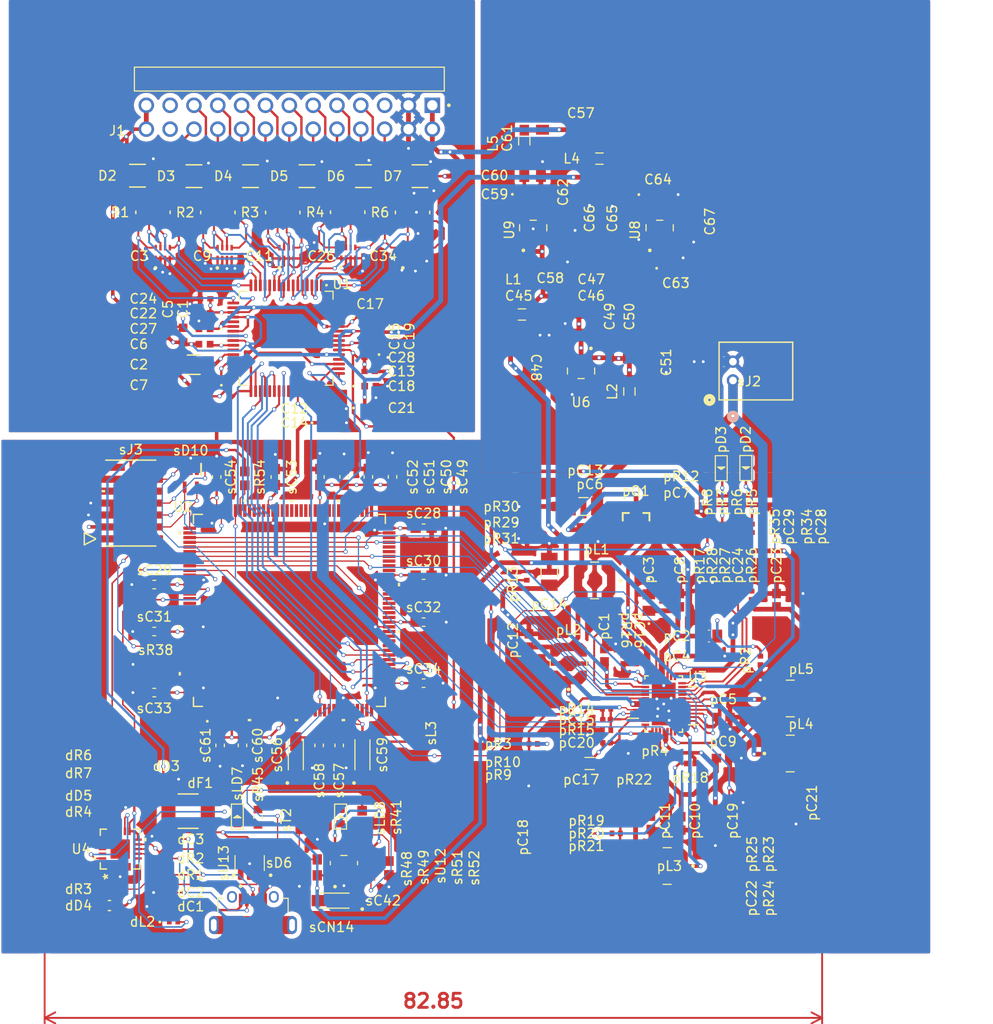
<source format=kicad_pcb>
(kicad_pcb (version 20241229) (generator "pcbnew") (generator_version "9.0")
  (layers (0 "F.Cu" signal) (4 "In1.Cu" signal) (6 "In2.Cu" signal) (2 "B.Cu" signal) (13 "F.Paste" user) (15 "B.Paste" user) (5 "F.SilkS" user "F.Silkscreen") (7 "B.SilkS" user "B.Silkscreen") (1 "F.Mask" user) (3 "B.Mask" user) (25 "Edge.Cuts" user))
  (net 0 "")
  (net 1 "VREFP")
  (net 2 "AVSS")
  (net 3 "VCAP1")
  (net 4 "VCAP4")
  (net 5 "VCAP2")
  (net 6 "Net-(dF1-Pad1)")
  (net 7 "GNDA")
  (net 8 "AVDD")
  (net 9 "VCAP3")
  (net 10 "SRB1")
  (net 11 "1P")
  (net 13 "SRB2")
  (net 14 "2P")
  (net 15 "2N")
  (net 17 "3P")
  (net 18 "1N")
  (net 19 "3N")
  (net 20 "5P")
  (net 21 "4P")
  (net 22 "4N")
  (net 24 "5N")
  (net 25 "7P")
  (net 26 "6N")
  (net 28 "6P")
  (net 30 "7N")
  (net 31 "8N")
  (net 33 "8P")
  (net 36 "BIAS")
  (net 37 "CLKSEL")
  (net 38 "IN4P")
  (net 39 "BIASOUT")
  (net 40 "BIASIN")
  (net 41 "DIN")
  (net 42 "GPIO3")
  (net 43 "IN4N")
  (net 44 "GPIO4")
  (net 45 "CLK")
  (net 46 "IN1N")
  (net 47 "GPIO1")
  (net 48 "IN5N")
  (net 49 "IN8P")
  (net 50 "IN7P")
  (net 51 "Net-(U4-RXD)")
  (net 52 "BIASREF")
  (net 53 "DGND")
  (net 54 "PD5")
  (net 55 "GPIO2")
  (net 56 "IN3N")
  (net 57 "RESV1")
  (net 58 "IN6N")
  (net 59 "PD6")
  (net 60 "DAISY_IN")
  (net 61 "DOUT")
  (net 62 "IN7N")
  (net 63 "IN1P")
  (net 64 "Net-(U4-TXD)")
  (net 65 "PC5")
  (net 66 "IN3P")
  (net 67 "IN6P")
  (net 68 "RESERVED")
  (net 69 "BIASINV")
  (net 70 "IN2N")
  (net 71 "PB0")
  (net 72 "IN2P")
  (net 73 "IN5P")
  (net 74 "IN8N")
  (net 75 "BIAS_DRV")
  (net 76 "PA10")
  (net 77 "Net-(U2-PH3-BOOT0)")
  (net 78 "Net-(sLD8-A)")
  (net 79 "Net-(sT2-B)")
  (net 80 "Net-(sLD7-K)")
  (net 81 "Net-(sU12-EN)")
  (net 82 "PA9")
  (net 83 "Net-(sLD8-K)")
  (net 86 "PA5")
  (net 87 "PB7")
  (net 89 "PC4")
  (net 103 "PC7")
  (net 110 "PD8")
  (net 115 "PB14")
  (net 120 "PA8")
  (net 121 "PB12")
  (net 125 "PA14")
  (net 127 "PD9")
  (net 138 "PG14")
  (net 139 "PG13")
  (net 141 "PB15")
  (net 144 "PD13")
  (net 146 "PD12")
  (net 153 "PB13")
  (net 156 "PD11")
  (net 158 "PA13")
  (net 170 "PA1")
  (net 172 "PB3")
  (net 173 "NRST")
  (net 176 "PA4")
  (net 179 "PD10")
  (net 182 "PC13")
  (net 196 "Net-(sLD7-A)")
  (net 197 "USB_DN")
  (net 198 "USB_DP")
  (net 199 "AVOUT3")
  (net 200 "5VCC")
  (net 201 "Net-(U6-CFLY+)")
  (net 202 "Net-(U6-CFLY-)")
  (net 203 "-5VCC")
  (net 204 "Net-(U9-OUT)")
  (net 205 "Net-(U9-NR{slash}FB)")
  (net 206 "Net-(U8-OUT)")
  (net 207 "Net-(U8-NR)")
  (net 208 "Net-(sCN14-VBUS)")
  (net 209 "Net-(sCN14-D-)")
  (net 210 "Net-(sCN14-D+)")
  (net 211 "AVBUS")
  (net 212 "Net-(dD4-K)")
  (net 213 "3V3OUT")
  (net 214 "Net-(dD5-K)")
  (net 215 "LDO3V3")
  (net 216 "CBUS2")
  (net 217 "CBUS1")
  (net 218 "Net-(pC2-Pad2)")
  (net 219 "PVIN3")
  (net 220 "AVIN3")
  (net 221 "Net-(pC13-Pad2)")
  (net 222 "BAT")
  (net 223 "FB4")
  (net 224 "Net-(pC15-Pad1)")
  (net 225 "CLPROG")
  (net 226 "Net-(pC17-Pad2)")
  (net 227 "VC3")
  (net 228 "Net-(pC18-Pad1)")
  (net 229 "Net-(pC18-Pad2)")
  (net 230 "FB3")
  (net 231 "VOUT2")
  (net 232 "FB2")
  (net 233 "Net-(pC22-Pad2)")
  (net 234 "VOUT1")
  (net 235 "FB1")
  (net 236 "Net-(pC24-Pad2)")
  (net 237 "EN1")
  (net 238 "EN2")
  (net 239 "EN3")
  (net 240 "EN4")
  (net 241 "ILIM0")
  (net 242 "ILIM1")
  (net 243 "MODE")
  (net 244 "SW")
  (net 245 "SW4")
  (net 246 "SWAB3")
  (net 247 "SWCD3")
  (net 248 "SW2")
  (net 249 "SW1")
  (net 250 "GATE")
  (net 251 "NTC")
  (net 252 "Net-(pD2-K)")
  (net 253 "*CHRG")
  (net 254 "*FAULT")
  (net 255 "Net-(pD3-K)")
  (net 256 "Net-(pR10-Pad1)")
  (net 257 "PROG")
  (net 258 "PA12")
  (net 259 "PA11")
  (footprint "03PowerFOOTPRINTS:CRCW04021K00JNED" (layer "F.Cu") (at 151.977266 81.2395 -90)
    (property "Reference" "pR7")
    (property "Value" "1K" (hide yes))
  )
  (footprint "03PowerFOOTPRINTS:C1005X5R0J105M" (layer "F.Cu") (at 150.352333 94.8383)
    (property "Reference" "pC4")
    (property "Value" "1uF" (hide yes))
  )
  (footprint "RC0603FR-0747KL:RESC1608X55" (layer "F.Cu") (at 114.499999 117.335 90)
    (property "Reference" "sR51")
    (property "Value" "47K" (hide yes))
  )
  (footprint "CC0603KRX7R7BB104:CAPC1608X90" (layer "F.Cu") (at 91.45 92.225001 180)
    (property "Reference" "sC31")
    (property "Value" "100nF" (hide yes))
  )
  (footprint "03PowerFOOTPRINTS:CRCW040220R0FKED" (layer "F.Cu") (at 131.143333 87.2053 -90)
    (property "Reference" "pR13")
    (property "Value" "20" (hide yes))
  )
  (footprint "03PowerFOOTPRINTS:C1608X5R0J106M" (layer "F.Cu") (at 131.375 93.175 90)
    (property "Reference" "pC12")
    (property "Value" "10uF" (hide yes))
  )
  (footprint "CAY16-2201F4LF:CAY16_BRN" (layer "F.Cu") (at 118.9742 47.61 -90)
    (property "Reference" "R6")
    (property "Value" "2.2K" (hide yes))
  )
  (footprint "Package_TO_SOT_SMD:SOT-23-6" (layer "F.Cu") (at 101.612999 116.875 90)
    (property "Reference" "sU13")
    (property "Value" "USBLC6-2SC6" (hide yes))
  )
  (footprint "CC0603KRX7R7BB104:CAPC1608X90" (layer "F.Cu") (at 120.15 97.725)
    (property "Reference" "sC34")
    (property "Value" "100nF" (hide yes))
  )
  (footprint "TPD4E1B06DCKR:DCK6_TEX" (layer "F.Cu") (at 119.7621 43.7456 180)
    (property "Reference" "D7")
    (property "Value" "TPD4E1B06DCKR" (hide yes))
  )
  (footprint "TPD4E1B06DCKR:DCK6_TEX" (layer "F.Cu") (at 113.7421 43.745601 180)
    (property "Reference" "D6")
    (property "Value" "TPD4E1B06DCKR" (hide yes))
  )
  (footprint "CC0402KRX7R5BB105:CAP_CC0402KRX7R5BB105_YAG" (layer "F.Cu") (at 110.0525 70)
    (property "Reference" "C14")
    (property "Value" "1uF" (hide yes))
  )
  (footprint "TPS60403DBVT:SOT95P280X145-5N" (layer "F.Cu") (at 136.93 64.4925 -90)
    (property "Reference" "U6")
    (property "Value" "TPS60403DBVT" (hide yes))
  )
  (footprint "03PowerFOOTPRINTS:C1005X5R0J105M" (layer "F.Cu") (at 139.425 94.75 90)
    (property "Reference" "pC1")
    (property "Value" "1uF" (hide yes))
  )
  (footprint "GRM0335C1E470JA01D:G-033_MUR" (layer "F.Cu") (at 92.7706 120.0129 180)
    (property "Reference" "dC2")
    (property "Value" "47pF" (hide yes))
  )
  (footprint "03PowerFOOTPRINTS:CRCW0402464KFKED" (layer "F.Cu") (at 150.925 88.375 90)
    (property "Reference" "pR28")
    (property "Value" "464K" (hide yes))
  )
  (footprint "CC0402KRX7R7BB103:CC0402N_YAG" (layer "F.Cu") (at 92.5166 121.5 180)
    (property "Reference" "dC1")
    (property "Value" "0.01uF" (hide yes))
  )
  (footprint "03PowerFOOTPRINTS:CRCW04022K20FKED" (layer "F.Cu") (at 153.5606 81.2395 -90)
    (property "Reference" "pR6")
    (property "Value" "2.2K" (hide yes))
  )
  (footprint "CAY16-2201F4LF:CAY16_BRN" (layer "F.Cu") (at 105.14315 47.61 -90)
    (property "Reference" "R3")
    (property "Value" "2.2K" (hide yes))
  )
  (footprint "03PowerFOOTPRINTS:C1005X5R0J105M" (layer "F.Cu") (at 152.091633 101.3383)
    (property "Reference" "pC5")
    (property "Value" "1uF" (hide yes))
  )
  (footprint "LPS4018_472MRC:IND_LPS4018-472MRC" (layer "F.Cu") (at 159.216667 105.2117)
    (property "Reference" "pL4")
    (property "Value" "4.7uH")
  )
  (footprint "GRM219R61A106KE44D:CAPC2012X95N" (layer "F.Cu") (at 130.293 60.8225)
    (property "Reference" "C45")
    (property "Value" "10uF" (hide yes))
  )
  (footprint "GRM188R61E105KA12D:CAPC1608X90N" (layer "F.Cu") (at 133.93 64.1225 90)
    (property "Reference" "C48")
    (property "Value" "1uF" (hide yes))
  )
  (footprint "RC0402JR-07330RL:RC0402N_YAG" (layer "F.Cu") (at 86.4067 111.4307)
    (property "Reference" "dR4")
    (property "Value" "330" (hide yes))
  )
  (footprint "TAJA475K016R:CAPMP3216X166" (layer "F.Cu") (at 110.612999 120.875 180)
    (property "Reference" "sC42")
    (property "Value" "4.7uF" (hide yes))
  )
  (footprint "GRM219R61A106KE44D:CAPC2012X95N" (layer "F.Cu") (at 137.83 44.737 -90)
    (property "Reference" "C66")
    (property "Value" "10uF" (hide yes))
  )
  (footprint "03PowerFOOTPRINTS:LPS4018-332MLC" (layer "F.Cu") (at 138.370833 86.7883 180)
    (property "Reference" "pL1")
    (property "Value" "3.3uH" (hide yes))
  )
  (footprint "03PowerFOOTPRINTS:CRCW04020000Z0EDC" (layer "F.Cu") (at 145.018333 106.2759)
    (property "Reference" "pR4")
    (property "Value" "0" (hide yes))
  )
  (footprint "GRM188R61E105KA12D:CAPC1608X90N" (layer "F.Cu") (at 135.005 48.75 -90)
    (property "Reference" "C62")
    (property "Value" "1uF" (hide yes))
  )
  (footprint "GRM219R61A106KE44D:CAPC2012X95N" (layer "F.Cu") (at 135.812 60.6725 180)
    (property "Reference" "C46")
    (property "Value" "10uF" (hide yes))
  )
  (footprint "03PowerFOOTPRINTS:C1005X5R1C104K" (layer "F.Cu") (at 142.825 95.23 -90)
    (property "Reference" "pC16")
    (property "Value" "0.1uF" (hide yes))
  )
  (footprint "RC0603FR-0710KL:RESC1607X60N" (layer "F.Cu") (at 91.595 95.725001 180)
    (property "Reference" "sR38")
    (property "Value" "10K" (hide yes))
  )
  (footprint "ADS1299CPAG:QFP64P50_1200X1200X120L60X22N" (layer "F.Cu") (at 105.5 61 -90)
    (property "Reference" "U1")
    (property "Value" "ADS1299CPAG" (hide yes))
  )
  (footprint "03PowerFOOTPRINTS:CRCW04020000Z0EDC" (layer "F.Cu") (at 146.432933 79.4945)
    (property "Reference" "pR12")
    (property "Value" "0" (hide yes))
  )
  (footprint "CC0603KRX7R7BB104:CAPC1608X90" (layer "F.Cu") (at 116.84 75.76 90)
    (property "Reference" "sC49")
    (property "Value" "100nF" (hide yes))
  )
  (footprint "MLZ2012A3R3W:INDC2012X87N" (layer "F.Cu") (at 138.89 41.8773 180)
    (property "Reference" "L4")
    (property "Value" "3.3uH" (hide yes))
  )
  (footprint "TAJA105K016R:CAPMP3216X166" (layer "F.Cu") (at 106.5338 105.35 90)
    (property "Reference" "sC56")
    (property "Value" "1uF" (hide yes))
  )
  (footprint "03PowerFOOTPRINTS:CRCW0402324KFKED" (layer "F.Cu") (at 140.673333 113.7173)
    (property "Reference" "pR20")
    (property "Value" "324K" (hide yes))
  )
  (footprint "68021_226HLF:AMPHENOL_68021-226HLF" (layer "F.Cu") (at 105.84 33.41 180)
    (property "Reference" "J1")
    (property "Value" "Conn_02x13_Odd_Even" (hide yes))
  )
  (footprint "CKCL44X7R1H102M085AA:CAPCAF50P200X125X85-8" (layer "F.Cu") (at 98.9463 51.9356 90)
    (property "Reference" "C9")
    (property "Value" "CKCL44X7R1H102M085AA" (hide yes))
  )
  (footprint "47589-1001:MOLEX_47589-1001" (layer "F.Cu") (at 101.962999 123.825)
    (property "Reference" "sCN14")
    (property "Value" "USB_B_Micro" (hide yes))
  )
  (footprint "CC0402KRX7R5BB105:CAP_CC0402KRX7R5BB105_YAG" (layer "F.Cu") (at 96.8063 59.9974 180)
    (property "Reference" "C27")
    (property "Value" "1uF" (hide yes))
  )
  (footprint "03PowerFOOTPRINTS:CRCW04021R00JNED" (layer "F.Cu") (at 131.628333 82.3253)
    (property "Reference" "pR31")
    (property "Value" "1" (hide yes))
  )
  (footprint "RT0402FRE071KL:RC0402N_YAG" (layer "F.Cu") (at 86.4067 107.308633 180)
    (property "Reference" "dR7")
    (property "Value" "1K" (hide yes))
  )
  (footprint "GRM219R61A106KE44D:CAPC2012X95N" (layer "F.Cu") (at 142.08 62.2695 90)
    (property "Reference" "C50")
    (property "Value" "10uF" (hide yes))
  )
  (footprint "TPS73225DBVT:SOT95P280X145-5N" (layer "F.Cu") (at 131.83 49.2375 90)
    (property "Reference" "U9")
    (property "Value" "TPS73225DBVT" (hide yes))
  )
  (footprint "03PowerFOOTPRINTS:CRCW0402649KFKED" (layer "F.Cu") (at 155.1642 109.9836 -90)
    (property "Reference" "pR25")
    (property "Value" "649K" (hide yes))
  )
  (footprint "03PowerFOOTPRINTS:CRCW040216K9FKED" (layer "F.Cu") (at 139.65 102.7324)
    (property "Reference" "pR15")
    (property "Value" "16.9K" (hide yes))
  )
  (footprint "ESDALC6V1-1M2:SOD882_STM" (layer "F.Cu") (at 92.7304 107.95)
    (property "Reference" "dD3")
    (property "Value" "D_Small" (hide yes))
  )
  (footprint "LPS4018_472MRC:IND_LPS4018-472MRC" (layer "F.Cu") (at 159.216667 99.3517)
    (property "Reference" "pL5")
    (property "Value" "4.7uH")
  )
  (footprint "CC0603KRX7R7BB104:CAPC1608X90" (layer "F.Cu") (at 104.35 75.775 90)
    (property "Reference" "sC53")
    (property "Value" "100nF" (hide yes))
  )
  (footprint "03PowerFOOTPRINTS:04025A100KAT" (layer "F.Cu") (at 153.658333 88.375 90)
    (property "Reference" "pC24")
    (property "Value" "10pF" (hide yes))
  )
  (footprint "CC0603KRX7R7BB104:CAPC1608X90" (layer "F.Cu") (at 91.45 87.225 180)
    (property "Reference" "sC29")
    (property "Value" "100nF" (hide yes))
  )
  (footprint "TPD4E1B06DCKR:DCK6_TEX" (layer "F.Cu") (at 95.6821 43.745601 180)
    (property "Reference" "D3")
    (property "Value" "TPD4E1B06DCKR" (hide yes))
  )
  (footprint "03PowerFOOTPRINTS:CRCW040288K7FKED" (layer "F.Cu") (at 139.65 100.45 180)
    (property "Reference" "pR14")
    (property "Value" "88.7k" (hide yes))
  )
  (footprint "CKCL44X7R1H102M085AA:CAPCAF50P200X125X85-8" (layer "F.Cu") (at 112.1235 51.9106 90)
    (property "Reference" "C26")
    (property "Value" "CKCL44X7R1H102M085AA" (hide yes))
  )
  (footprint "MLZ2012A3R3W:INDC2012X87N" (layer "F.Cu") (at 142.08 66.6725 90)
    (property "Reference" "L2")
    (property "Value" "3.3uH" (hide yes))
  )
  (footprint "RC0603FR-07620RL:RESC1608X55N" (layer "F.Cu") (at 102.499999 112 90)
    (property "Reference" "sR45")
    (property "Value" "620" (hide yes))
  )
  (footprint "RC0402FR-0722RL:RC0402N_YAG" (layer "F.Cu") (at 92.542 116.3863 180)
    (property "Reference" "dR2")
    (property "Value" "27" (hide yes))
  )
  (footprint "CC0603KRX7R7BB104:CAPC1608X90" (layer "F.Cu") (at 120.15 91.225)
    (property "Reference" "sC32")
    (property "Value" "100nF" (hide yes))
  )
  (footprint "03PowerFOOTPRINTS:C1608X5R0J225M" (layer "F.Cu") (at 147.593333 112.6583 -90)
    (property "Reference" "pC10")
    (property "Value" "2.2uF" (hide yes))
  )
  (footprint "CAY16-2201F4LF:CAY16_BRN" (layer "F.Cu") (at 98.227625 47.61 -90)
    (property "Reference" "R2")
    (property "Value" "2.2K" (hide yes))
  )
  (footprint "GRM0335C1E470JA01D:G-033_MUR" (layer "F.Cu") (at 92.7706 114.35 180)
    (property "Reference" "dC3")
    (property "Value" "47pF" (hide yes))
  )
  (footprint "03PowerFOOTPRINTS:CRCW040215K0FKED" (layer "F.Cu") (at 140.673333 112.3673)
    (property "Reference" "pR19")
    (property "Value" "15K" (hide yes))
  )
  (footprint "MLZ2012A3R3W:INDC2012X87N" (layer "F.Cu") (at 130.63 58.4725)
    (property "Reference" "L1")
    (property "Value" "3.3uH" (hide yes))
  )
  (footprint "03PowerFOOTPRINTS:LTC3586EUFE" (layer "F.Cu") (at 145.737533 99.9409)
    (property "Reference" "U3")
    (property "Value" "LTC3586EUFE-3-PBF" (hide yes))
  )
  (footprint "03PowerFOOTPRINTS:CRCW04021K00JNED" (layer "F.Cu") (at 161.01 81.055 90)
    (property "Reference" "pR34")
    (property "Value" "10K" (hide yes))
  )
  (footprint "FCM1608KF-601T05:FB0603" (layer "F.Cu") (at 119.235 103.069 -90)
    (property "Reference" "sL3")
    (property "Value" "FerriteBead_Small" (hide yes))
  )
  (footprint "CC0402KRX7R7BB104:YAG_CC0402_YAG" (layer "F.Cu") (at 114.3969 63.0469)
    (property "Reference" "C28")
    (property "Value" "0.1uF" (hide yes))
  )
  (footprint "03PowerFOOTPRINTS:GRM31CR60J107ME39L" (layer "F.Cu") (at 137.181833 78.9103 180)
    (property "Reference" "pC13")
    (property "Value" "100uF" (hide yes))
  )
  (footprint "CC0402KRX7R5BB105:CAP_CC0402KRX7R5BB105_YAG" (layer "F.Cu") (at 96.8063 58.3606 180)
    (property "Reference" "C22")
    (property "Value" "1uF" (hide yes))
  )
  (footprint "03PowerFOOTPRINTS:C1005X5R1C104K" (layer "F.Cu") (at 162.51 81.055 90)
    (property "Reference" "pC28")
    (property "Value" "0.1uF" (hide yes))
  )
  (footprint "CAY16-2201F4LF:CAY16_BRN" (layer "F.Cu") (at 91.3121 47.5956 -90)
    (property "Reference" "R1")
    (property "Value" "2.2K" (hide yes))
  )
  (footprint "TAJA105K016R:CAPMP3216X166" (layer "F.Cu") (at 113.6338 105.35 90)
    (property "Reference" "sC59")
    (property "Value" "1uF" (hide yes))
  )
  (footprint "CC0603KRX5R7BB475:CAPC1608X90" (layer "F.Cu") (at 109.100001 75.775 90)
    (property "Reference" "sC52")
    (property "Value" "4.7uF_X54_0603" (hide yes))
  )
  (footprint "03PowerFOOTPRINTS:CRCW04020000Z0EDC" (layer "F.Cu") (at 131.783333 106.1383 180)
    (property "Reference" "pR10")
    (property "Value" "0" (hide yes))
  )
  (footprint "CC0402KRX7R5BB105:CAP_CC0402KRX7R5BB105_YAG" (layer "F.Cu") (at 114.4731 58.8)
    (property "Reference" "C17")
    (property "Value" "1uF" (hide yes))
  )
  (footprint "RC0402FR-0722RL:RC0402N_YAG" (layer "F.Cu") (at 92.542 118.125 180)
    (property "Reference" "dR1")
    (property "Value" "27" (hide yes))
  )
  (footprint "CC0603KRX7R7BB104:CAPC1608X90" (layer "F.Cu") (at 111.680001 75.76 90)
    (property "Reference" "sC51")
    (property "Value" "100nF" (hide yes))
  )
  (footprint "SMD-LED-CLEAR-GREEN_0603_:LED-0603" (layer "F.Cu") (at 111.299999 111.928 90)
    (property "Reference" "sLD8")
    (property "Value" "Green" (hide yes))
  )
  (footprint "03PowerFOOTPRINTS:CRCW0402100KFKED" (layer "F.Cu") (at 131.798333 107.4883)
    (property "Reference" "pR9")
    (property "Value" "100K" (hide yes))
  )
  (footprint "CC0402KRX7R5BB105:CAP_CC0402KRX7R5BB105_YAG" (layer "F.Cu") (at 114.4731 66.1)
    (property "Reference" "C18")
    (property "Value" "1uF" (hide yes))
  )
  (footprint "CC0603KRX7R7BB104:CAPC1608X90" (layer "F.Cu") (at 120.15 81.225)
    (property "Reference" "sC28")
    (property "Value" "100nF" (hide yes))
  )
  (footprint "GRM185R60J225KE26D:CAP_GRM18_MUR" (layer "F.Cu") (at 131.6547 45.675)
    (property "Reference" "C59")
    (property "Value" "2.2uF" (hide yes))
  )
  (footprint "03PowerFOOTPRINTS:CRCW0402232KFKED" (layer "F.Cu") (at 152.291666 88.375 -90)
    (property "Reference" "pR27")
    (property "Value" "232K" (hide yes))
  )
  (footprint "03PowerFOOTPRINTS:C1005X5R0J105M" (layer "F.Cu") (at 144.364133 112.5921 -90)
    (property "Reference" "pC11")
    (property "Value" "1uF" (hide yes))
  )
  (footprint "ESDALC6V1-1U2:DIODE_ESDALC6V1-1U2" (layer "F.Cu") (at 104.900499 118.175)
    (property "Reference" "sD6")
    (property "Value" "ESDALC6V1_1U2" (hide yes))
  )
  (footprint "FT231XQ-R:QFN20_FT231XQ_FTD" (layer "F.Cu") (at 87.8164 115.384033 90)
    (property "Reference" "U4")
    (property "Value" "FT231XQ-R" (hide yes))
  )
  (footprint "STM32L496ZGT6:LQFP144-20x20mm_STM" (layer "F.Cu") (at 105.85 89.975 90)
    (property "Reference" "U2")
    (property "Value" "STM32L496ZGT6" (hide yes))
  )
  (footprint "RC0603FR-0710KL:RESC1607X60N" (layer "F.Cu") (at 116.45 117.4 -90)
    (property "Reference" "sR52")
    (property "Value" "10K" (hide yes))
  )
  (footprint "MLZ2012A3R3W:INDC2012X87N" (layer "F.Cu") (at 130.88 40.025 90)
    (property "Reference" "L5")
    (property "Value" "3.3uH" (hide yes))
  )
  (footprint "GRM185R60J225KE26D:CAP_GRM18_MUR" (layer "F.Cu") (at 145.13 45.7055)
    (property "Reference" "C64")
    (property "Value" "2.2uF" (hide yes))
  )
  (footprint "03PowerFOOTPRINTS:04025A331KAT" (layer "F.Cu") (at 137.843333 106.2759 180)
    (property "Reference" "pC17")
    (property "Value" "330pF" (hide yes))
  )
  (footprint "CKCL44X7R1H102M085AA:CAPCAF50P200X125X85-8" (layer "F.Cu") (at 105.5349 51.9356 90)
    (property "Reference" "C11")
    (property "Value" "CKCL44X7R1H102M085AA" (hide yes))
  )
  (footprint "RC0603FR-0710KL:RESC1607X60N" (layer "F.Cu") (at 101.100001 75.92 90)
    (property "Reference" "sR54")
    (property "Value" "10K" (hide yes))
  )
  (footprint "03PowerFOOTPRINTS:CRCW040220R0FKED" (layer "F.Cu") (at 155.108333 88.375 90)
    (property "Reference" "pR26")
    (property "Value" "20" (hide yes))
  )
  (footprint "TPS72325DBVT:SOT95P280X145-5N" (layer "F.Cu") (at 145.3053 49.2375 90)
    (property "Reference" "U8")
    (property "Value" "TPS72325DBVT" (hide yes))
  )
  (footprint "03PowerFOOTPRINTS:JMK212BJ226MG-T" (layer "F.Cu") (at 151.243333 112.4043 -90)
    (property "Reference" "pC19")
    (property "Value" "22uF" (hide yes))
  )
  (footprint "RC0402JR-07330RL:RC0402N_YAG" (layer "F.Cu") (at 86.4067 119.65 180)
    (property "Reference" "dR3")
    (property "Value" "330" (hide yes))
  )
  (footprint "CKCL44X7R1H102M085AA:CAPCAF50P200X125X85-8" (layer "F.Cu") (at 118.7121 51.9356 90)
    (property "Reference" "C34")
    (property "Value" "CKCL44X7R1H102M085AA" (hide yes))
  )
  (footprint "03PowerFOOTPRINTS:CRCW04021R00JNED" (layer "F.Cu") (at 131.628333 78.9253)
    (property "Reference" "pR30")
    (property "Value" "1" (hide yes))
  )
  (footprint "03PowerFOOTPRINTS:LMK316BJ476ML-T" (layer "F.Cu") (at 133.543333 85.8703 90)
    (property "Reference" "pC14")
    (property "Value" "47uF" (hide yes))
  )
  (footprint "03PowerFOOTPRINTS:04025A330KAT" (layer "F.Cu") (at 132.243333 114.1373 -90)
    (property "Reference" "pC18")
    (property "Value" "33pF" (hide yes))
  )
  (footprint "CC0402KRX7R5BB105:CAP_CC0402KRX7R5BB105_YAG" (layer "F.Cu") (at 114.4731 68.4238)
    (property "Reference" "C21")
    (property "Value" "1uF" (hide yes))
  )
  (footprint "03PowerFOOTPRINTS:LPS4018-222MLC" (layer "F.Cu") (at 146.104133 117.1921 180)
    (property "Reference" "pL3")
    (property "Value" "2.2uH" (hide yes))
  )
  (footprint "03PowerFOOTPRINTS:GRM21BR61A106KE19L" (layer "F.Cu") (at 144.158333 89.1389 90)
    (property "Reference" "pC3")
    (property "Value" "10uF" (hide yes))
  )
  (footprint "03PowerFOOTPRINTS:CRCW04021R00JNED" (layer "F.Cu") (at 156.04 95.3 -90)
    (property "Reference" "pR2")
    (property "Value" "1" (hide yes))
  )
  (footprint "03PowerFOOTPRINTS:JMK212BJ226MG-T" (layer "F.Cu") (at 147.130933 81.2445)
    (property "Reference" "pC7")
    (property "Value" "22uF" (hide yes))
  )
  (footprint "CC0402KRX7R7BB104:YAG_CC0402_YAG" (layer "F.Cu") (at 114.3969 64.53535)
    (property "Reference" "C13")
    (property "Value" "0.1uF" (hide yes))
  )
  (footprint "FTSH_107_01_L_DV_K:CON14_2X7_DUK_FTSH_SAI" (layer "F.Cu") (at 88.9467 78.55 -90)
    (property "Reference" "sJ3")
    (property "Value" "FTSH-107-01-L-DV-K" (hide yes))
  )
  (footprint "03PowerFOOTPRINTS:SI2333DS" (layer "F.Cu") (at 142.793333 80.2653)
    (property "Reference" "pQ1")
    (property "Value" "PMOS" (hide yes))
  )
  (footprint "03PowerFOOTPRINTS:CRCW0402105KFKED" (layer "F.Cu") (at 141.517533 106.2759)
    (property "Reference" "pR22")
    (property "Value" "105K" (hide yes))
  )
  (footprint "03PowerFOOTPRINTS:04025A100KAT" (layer "F.Cu") (at 139.65 104.07)
    (property "Reference" "pC20")
    (property "Value" "10pF" (hide yes))
  )
  (footprint "TPD4E1B06DCKR:DCK6_TEX" (layer "F.Cu") (at 89.6621 43.6956 180)
    (property "Reference" "D2")
    (property "Value" "TPD4E1B06DCKR" (hide yes))
  )
  (footprint "03PowerFOOTPRINTS:CRCW0402121KFKED" (layer "F.Cu") (at 140.658333 115.0673)
    (property "Reference" "pR21")
    (property "Value" "121K" (hide yes))
  )
  (footprint "CC0603KRX7R7BB104:CAPC1608X90" (layer "F.Cu") (at 91.45 98.725 180)
    (property "Reference" "sC33")
    (property "Value" "100nF" (hide yes))
  )
  (footprint "CC0603KRX5R7BB475:CAPC1608X90" (layer "F.Cu") (at 98.1 75.775 90)
    (property "Reference" "sC54")
    (property "Value" "4.7uF_X54_0603" (hide yes))
  )
  (footprint "LED-SMD-RED-DIFFUSED_0603_:LED-0603" (layer "F.Cu") (at 151.866667 74.84 -90)
    (property "Reference" "pD3")
    (property "Value" "RED (FAULT)" (hide yes))
  )
  (footprint "LTST-C191KGKT:LED_LTST-C191KGKT_LTO" (layer "F.Cu") (at 86.6734 109.7)
    (property "Reference" "dD5")
    (property "Value" "GREEN" (hide yes))
  )
  (footprint "03PowerFOOTPRINTS:CRCW04021K00JNED" (layer "F.Cu") (at 157.58 81.055 90)
    (property "Reference" "pR35")
    (property "Value" "10K" (hide yes))
  )
  (footprint "03PowerFOOTPRINTS:CRCW040220R0FKED" (layer "F.Cu") (at 148.598333 106.2759 180)
    (property "Reference" "pR18")
    (property "Value" "20" (hide yes))
  )
  (footprint "GRM219R61A106KE44D:CAPC2012X95N" (layer "F.Cu") (at 146.005 66.9725 90)
    (property "Reference" "C51")
    (property "Value" "10uF" (hide yes))
  )
  (footprint "GRM219R61A106KE44D:CAPC2012X95N" (layer "F.Cu") (at 132.821 39.688 -90)
    (property "Reference" "C61")
    (property "Value" "10uF" (hide yes))
  )
  (footprint "03PowerFOOTPRINTS:C1608X5R0J106M" (layer "F.Cu") (at 159.84 110.47 90)
    (property "Reference" "pC21")
    (property "Value" "10uF" (hide yes))
  )
  (footprint "GRM219R61A106KE44D:CAPC2012X95N" (layer "F.Cu") (at 140.255 44.737 -90)
    (property "Reference" "C65")
    (property "Value" "10uF" (hide yes))
  )
  (footprint "CC0402KRX7R7BB104:YAG_CC0402_YAG" (layer "F.Cu") (at 92.9 60.3207 -90)
    (property "Reference" "C5")
    (property "Value" "0.1uF" (hide yes))
  )
  (footprint "GRM188R61E105KA12D:CAPC1608X90N" (layer "F.Cu") (at 133.65 52.875)
    (property "Reference" "C58")
    (property "Value" "1uF" (hide yes))
  )
  (footprint "03PowerFOOTPRINTS:CRCW04023K01FKED" (layer "F.Cu") (at 141.425 95.217 -90)
    (property "Reference" "pR16")
    (property "Value" "3.01K" (hide yes))
  )
  (footprint "CC0402KRX7R7BB104:YAG_CC0402_YAG" (layer "F.Cu") (at 109.9763 68.5)
    (property "Reference" "C12")
    (property "Value" "0.1uF" (hide yes))
  )
  (footprint "CC0603KRX7R7BB104:CAPC1608X90" (layer "F.Cu") (at 111.150467 104.35 -90)
    (property "Reference" "sC57")
    (property "Value" "100nF" (hide yes))
  )
  (footprint "CC0603KRX5R7BB105:CAPC1608X90" (layer "F.Cu") (at 100.85 104.35 -90)
    (property "Reference" "sC60")
    (property "Value" "1uF_X5R_0603" (hide yes))
  )
  (footprint "03PowerFOOTPRINTS:CRCW040220R0FKED" (layer "F.Cu") (at 156.961667 109.9733 -90)
    (property "Reference" "pR23")
    (property "Value" "20" (hide yes))
  )
  (footprint "GRM219R61A106KE44D:CAPC2012X95N" (layer "F.Cu") (at 131.768 43.675)
    (property "Reference" "C60")
    (property "Value" "10uF" (hide yes))
  )
  (footprint "TPD4E1B06DCKR:DCK6_TEX" (layer "F.Cu") (at 101.7021 43.745601 180)
    (property "Reference" "D4")
    (property "Value" "TPD4E1B06DCKR" (hide yes))
  )
  (footprint "03PowerFOOTPRINTS:CRCW04022K00FKED" (layer "F.Cu") (at 149.558333 88.375 90)
    (property "Reference" "pR17")
    (property "Value" "2K" (hide yes))
  )
  (footprint "CC0402KRX7R5BB105:CAP_CC0402KRX7R5BB105_YAG" (layer "F.Cu") (at 115.4 60.9475 90)
    (property "Reference" "C19")
    (property "Value" "1uF" (hide yes))
  )
  (footprint "03PowerFOOTPRINTS:CRCW04022K20FKED" (layer "F.Cu") (at 150.393933 81.2395 -90)
    (property "Reference" "pR8")
    (property "Value" "2.2K" (hide yes))
  )
  (footprint "03PowerFOOTPRINTS:LPS4018-222MLC" (layer "F.Cu") (at 135.593333 95.6383 90)
    (property "Reference" "pL2")
    (property "Value" "2.2uH" (hide yes))
  )
  (footprint "GRM185R60J225KE26D:CAP_GRM18_MUR" (layer "F.Cu") (at 147.03 53.55)
    (property "Reference" "C63")
    (property "Value" "2.2uF" (hide yes))
  )
  (footprint "CC0402KRX7R7BB104:YAG_CC0402_YAG" (layer "F.Cu") (at 113.8 60.96155 90)
    (property "Reference" "C15")
    (property "Value" "0.1uF" (hide yes))
  )
  (footprint "GRM188R61E105KA12D:CAPC1608X90N" (layer "F.Cu") (at 139.98 62.3075 90)
    (property "Reference" "C49")
    (property "Value" "1uF" (hide yes))
  )
  (footprint "RC0603FR-0722KL:RESC1607X60N" (layer "F.Cu") (at 106.912999 117.48 90)
    (property "Reference" "sR48")
    (property "Value" "22K" (hide yes))
  )
  (footprint "CC0402KRX7R7BB104:YAG_CC0402_YAG" (layer "F.Cu") (at 96.8825 56.8 180)
    (property "Reference" "C24")
    (property "Value" "0.1uF" (hide yes))
  )
  (footprint "SMD-LED-CLEAR-GREEN_0603_:LED-0603" (layer "F.Cu") (at 154.49 74.82 -90)
    (property "Reference" "pD2")
    (property "Value" "GREEN (CHRG)" (hide yes))
  )
  (footprint "LTST-C191KRKT:LED_LTST-C191KRKT_LTO" (layer "F.Cu") (at 86.6734 121.3984)
    (property "Reference" "dD4")
    (property "Value" "RED" (hide yes))
  )
  (footprint "RT0402FRE071KL:RC0402N_YAG" (layer "F.Cu") (at 86.4067 105.4 180)
    (property "Reference" "dR6")
    (property "Value" "1K" (hide yes))
  )
  (footprint "GRM188R71H103KA01D:CAPC1608X90N" (layer "F.Cu") (at 148.9303 48.5925 -90)
    (property "Reference" "C67")
    (property "Value" "0.01uF" (hide yes))
  )
  (footprint "03PowerFOOTPRINTS:CRCW04021K00JNED" (layer "F.Cu") (at 155.143933 81.2395 -90)
    (property "Reference" "pR5")
    (property "Value" "1K" (hide yes))
  )
  (footprint "CC1206MKX5R5BB107:CAP_CC1206_YAG" (layer "F.Cu") (at 95.6506 63.8171 180)
    (property "Reference" "C2")
    (property "Value" "100uF" (hide yes))
  )
  (footprint "CC0603KRX7R7BB104:CAPC1608X90" (layer "F.Cu") (at 109.017133 104.35 -90)
    (property "Reference" "sC58")
    (property "Value" "100nF" (hide yes))
  )
  (footprint "03PowerFOOTPRINTS:CRCW0402806KFKED" (layer "F.Cu") (at 156.961667 112.1417 90)
    (property "Reference" "pR24")
    (property "Value" "806K" (hide yes))
  )
  (footprint "03PowerFOOTPRINTS:JMK212BJ226MG-T" (layer "F.Cu") (at 137.873833 81.3753)
    (property "Reference" "pC6")
    (property "Value" "22uF" (hide yes))
  )
  (footprint "MPZ1005S300C:IND_1005_TDK" (layer "F.Cu") (at 93.50085 123.15)
    (property "Reference" "dL2")
    (property "Value" "L_Small" (hide yes))
  )
  (footprint "03PowerFOOTPRINTS:GRM21BR61A106KE19" (layer "F.Cu") (at 150.552333 92.7077)
    (property "Reference" "pC2")
    (property "Value" "10uF" (hide yes))
  )
  (footprint "03PowerFOOTPRINTS:CRCW04021R00JNED" (layer "F.Cu") (at 131.628333 80.6253)
    (property "Reference" "pR29")
    (property "Value" "1" (hide yes))
  )
  (footprint "CC0603KRX7R7BB104:CAPC1608X90" (layer "F.Cu") (at 98.4662 104.35 -90)
    (property "Reference" "sC61")
    (property "Value" "100nF" (hide yes))
  )
  (footprint "S2B-PH-K-S:CONN_S2B-PH-K-S_JST" (layer "F.Cu") (at 153.113733 65.4951 90)
    (property "Reference" "sJ2")
    (property "Value" "S2B-PH-K-SLFSN" (hide yes))
  )
  (footprint "LED-SMD-RED-DIFFUSED_0603_:LED-0603" (layer "F.Cu") (at 100.299999 111.928 90)
    (property "Reference" "sLD7")
    (property "Value" "Red" (hide yes))
  )
  (footprint "CC0603KRX7R7BB104:CAPC1608X90" (layer "F.Cu") (at 114.26 75.76 90)
    (property "Reference" "sC50")
    (property "Value" "100nF" (hide yes))
  )
  (footprint "MMBT9013:SOT-23" (layer "F.Cu") (at 107.865199 112.287 90)
    (property "Reference" "sT2")
    (property "Value" "9013" (hide yes))
  )
  (footprint "RC0603FR-0747KL:RESC1608X55" (layer "F.Cu") (at 108.815999 117.335 -90)
    (property "Reference" "sR49")
    (property "Value" "47K" (hide yes))
  )
  (footprint "CC0603KRX7R7BB104:CAPC1608X90" (layer "F.Cu") (at 120.15 86.225)
    (property "Reference" "sC30")
    (property "Value" "100nF" (hide yes))
  )
  (footprint "GRM188R61E105KA12D:CAPC1608X90N" (layer "F.Cu") (at 136.01 58.4725 180)
    (property "Reference" "C47")
    (property "Value" "1uF" (hide yes))
  )
  (footprint "CC0402KRX7R5BB105:CAP_CC0402KRX7R5BB105_YAG" (layer "F.Cu") (at 96.8063 66 180)
    (property "Reference" "C7")
    (property "Value" "1uF" (hide yes))
  )
  (footprint "03PowerFOOTPRINTS:CRCW0402100KFKED" (layer "F.Cu") (at 131.829133 104.1883 180)
    (property "Reference" "pR3")
    (property "Value" "100K" (hide yes))
  )
  (footprint "RC0603FR-07330RL:RESC1607X60N" (layer "F.Cu") (at 113.599999 112.04 90)
    (property "Reference" "sR41")
    (property "Value" "330" (hide yes))
  )
  (footprint "GRM188C80G106KE47D:CAPC1608X90N" (layer "F.Cu") (at 94.5166 60.6594 -90)
    (property "Reference" "C1")
    (property "Value" "10uF" (hide yes))
  )
  (footprint "03PowerFOOTPRINTS:C1005X5R0J105M" (layer "F.Cu") (at 152.060833 105.7033)
    (property "Reference" "pC9")
    (property "Value" "1uF" (hide yes))
  )
  (footprint "TPD4E1B06DCKR:DCK6_TEX" (layer "F.Cu") (at 107.7221 43.745601 180)
    (property "Reference" "D5")
    (property "Value" "TPD4E1B06DCKR" (hide yes))
  )
  (footprint "03PowerFOOTPRINTS:04025A100KAT" (layer "F.Cu") (at 139.65 101.6)
    (property "Reference" "pC15")
    (property "Value" "10pF" (hide yes))
  )
  (footprint "CKCL44X7R1H102M085AA:CAPCAF50P200X125X85-8" (layer "F.Cu") (at 92.3577 51.9356 90)
    (property "Reference" "C3")
    (property "Value" "CKCL44X7R1H102M085AA" (hide yes))
  )
  (footprint "03PowerFOOTPRINTS:C1608X5R0J106M" (layer "F.Cu") (at 157.758333 88.889 -90)
    (property "Reference" "pC23")
    (property "Value" "10uF" (hide yes))
  )
  (footprint "CC0402KRX7R5BB105:CAP_CC0402KRX7R5BB105_YAG" (layer "F.Cu") (at 96.8063 61.6342 180)
    (property "Reference" "C6")
    (property "Value" "1uF" (hide yes))
  )
  (footprint "03PowerFOOTPRINTS:C1005X5R1C104K" (layer "F.Cu") (at 159.09 81.055 90)
    (property "Reference" "pC29")
    (property "Value" "0.1uF" (hide yes))
  )
  (footprint "CAY16-2201F4LF:CAY16_BRN" (layer "F.Cu") (at 112.058675 47.585 -90)
    (property "Reference" "R4")
    (property "Value" "2.2K" (hide yes))
  )
  (footprint "STMPS2151STR:SOT95P280X145-5N" (layer "F.Cu") (at 111.657999 116.88 90)
    (property "Reference" "sU12")
    (property "Value" "STMPS2151STR" (hide yes))
  )
  (footprint "MF-MSMF050-2:FUSE_F050-2" (layer "F.Cu") (at 95.0545 111.35 180)
    (property "Reference" "dF1")
    (property "Value" "Fuse_Small" (hide yes))
  )
  (footprint "03PowerFOOTPRINTS:04025A100KAT" (layer "F.Cu") (at 155.13 112.15 -90)
    (property "Reference" "pC22")
    (property "Value" "10pF" (hide yes))
  )
  (footprint "03PowerFOOTPRINTS:C1005X5R0J105M" (layer "F.Cu") (at 147.458333 88.889 90)
    (property "Reference" "pC8")
    (property "Value" "1uF" (hide yes))
  )
  (footprint "GRM188R71H104KA93D:CAPC1608X90N" (layer "F.Cu") (at 136.945 38.74)
    (property "Reference" "C57")
    (property "Value" "0.1uF" (hide yes))
  )
  (footprint "ESDALC6V1W5:SOT65P210X110-5N" (layer "F.Cu") (at 95.337699 75.909 -90)
    (property "Reference" "sD10")
    (property "Value" "ESDALC6V1W5" (hide yes))
  )
  (gr_line (start 144.95 97.03) (end 144.94 95.23) (stroke (width 0.2)) (layer "F.Cu") (net 244))
  (gr_line (start 144.925 103.715) (end 144.925 102.885) (stroke (width 0.2)) (layer "F.Cu") (net 220))
  (gr_line (start 143.8 98.543733) (end 142.5 98.543733) (stroke (width 0.2)) (layer "F.Cu") (net 215))
  (gr_line (start 148.54 100.963733) (end 147.73 100.963733) (stroke (width 0.2)) (layer "F.Cu") (net 232))
  (gr_line (start 143.8 97.7) (end 143.15 97.7) (stroke (width 0.2)) (layer "F.Cu") (net 241))
  (gr_line (start 143.75 99.95) (end 142.45 99.95) (stroke (width 0.635)) (layer "F.Cu") (net 200))
  (gr_line (start 148.65 98.1) (end 147.72 98.1) (stroke (width 0.2)) (layer "F.Cu") (net 253))
  (gr_line (start 148.32 101.743733) (end 147.73 101.743733) (stroke (width 0.2)) (layer "F.Cu") (net 237))
  (gr_line (start 143.8 98.953733) (end 142.5 98.953733) (stroke (width 0.2)) (layer "F.Cu") (net 225))
  (gr_line (start 148.41 99.743733) (end 147.73 99.743733) (stroke (width 0.2)) (layer "F.Cu") (net 249))
  (gr_line (start 147.61 102.87) (end 146.95 102.87) (stroke (width 0.2)) (layer "F.Cu") (net 247))
  (gr_line (start 148.39 100.15) (end 147.73 100.15) (stroke (width 0.2)) (layer "F.Cu") (net 248))
  (gr_line (start 149.03 101.333733) (end 147.73 101.333733) (stroke (width 0.2)) (layer "F.Cu") (net 219))
  (gr_line (start 148.585 98.92) (end 147.715 98.92) (stroke (width 0.2)) (layer "F.Cu") (net 235))
  (gr_line (start 148.28 102.153733) (end 147.73 102.153733) (stroke (width 0.2)) (layer "F.Cu") (net 238))
  (gr_line (start 143.8 101.743733) (end 142.5 101.743733) (stroke (width 0.2)) (layer "F.Cu") (net 230))
  (gr_line (start 149.03 100.553733) (end 147.73 100.553733) (stroke (width 0.2)) (layer "F.Cu") (net 219))
  (gr_line (start 143.8 100.963733) (end 142.5 100.963733) (stroke (width 0.2)) (layer "F.Cu") (net 243))
  (gr_line (start 145.33 103.925) (end 145.33 102.91) (stroke (width 0.2)) (layer "F.Cu") (net 219))
  (gr_line (start 143.8 100.553733) (end 142.5 100.553733) (stroke (width 0.2)) (layer "F.Cu") (net 245))
  (gr_line (start 143.8 98.11) (end 142.5 98.11) (stroke (width 0.2)) (layer "F.Cu") (net 242))
  (gr_line (start 143.8 99.35) (end 142.85 99.35) (stroke (width 0.2)) (layer "F.Cu") (net 251))
  (gr_line (start 148.47 98.51) (end 147.72 98.51) (stroke (width 0.2)) (layer "F.Cu") (net 257))
  (gr_line (start 143.8 101.333733) (end 142.5 101.333733) (stroke (width 0.2)) (layer "F.Cu") (net 223))
  (gr_line (start 145.53 96.88) (end 145.53 95.58) (stroke (width 0.635)) (layer "F.Cu") (net 211))
  (gr_line (start 146.55 103.68) (end 146.55 102.9) (stroke (width 0.2)) (layer "F.Cu") (net 239))
  (gr_line (start 149.03 99.363733) (end 147.73 99.363733) (stroke (width 0.2)) (layer "F.Cu") (net 219))
  (gr_line (start 146.15 97.03) (end 146.15 95.73) (stroke (width 0.2)) (layer "F.Cu") (net 219))
  (gr_line (start 145.94 103.75) (end 145.94 102.96) (stroke (width 0.5842)) (layer "F.Cu") (net 199))
  (dimension (type orthogonal) (layer "F.Cu") (pts (xy 79.766667 114.1837) (xy 162.616667 114.1837)) (height 19.175) (orientation 0) (format (prefix "") (suffix "") (units 3) (units_format 0) (precision 4) (suppress_zeroes yes)) (style (thickness 0.2) (arrow_length 1.27) (text_position_mode 0) (arrow_direction outward) (extension_height 0.58642) (extension_offset 0.5) (keep_text_aligned yes)) (gr_text "3261.811" (at 121.191667 131.5587 0) (layer "F.Cu") (effects (font (size 1.5 1.5) (thickness 0.3)))))
  (segment (start 99.87 60.75) (end 101.2 60.75) (width 0.2032) (layer "F.Cu") (net 1))
  (segment (start 92.9 59.7746) (end 94.4018 59.7746) (width 0.254) (layer "F.Cu") (net 1))
  (segment (start 94.5166 59.8894) (end 94.5166 58.9134) (width 0.254) (layer "F.Cu") (net 1))
  (segment (start 94.4018 59.7746) (end 94.5166 59.8894) (width 0.254) (layer "F.Cu") (net 1))
  (via (at 94.5166 58.9134) (size 0.45) (drill 0.3) (layers "F.Cu" "B.Cu") (net 1))
  (via (at 101.2 60.75) (size 0.45) (drill 0.3) (layers "F.Cu" "B.Cu") (net 1))
  (segment (start 95.51 60.75) (end 94.5166 59.7566) (width 0.254) (layer "B.Cu") (net 1))
  (segment (start 101.2 60.75) (end 95.51 60.75) (width 0.254) (layer "B.Cu") (net 1))
  (segment (start 94.5166 59.7566) (end 94.5166 58.9134) (width 0.254) (layer "B.Cu") (net 1))
  (segment (start 96.2094 61.6342) (end 95.4 61.6342) (width 0.381) (layer "F.Cu") (net 2))
  (segment (start 112.69 60.25) (end 112.77 60.25) (width 0.2032) (layer "F.Cu") (net 2))
  (segment (start 87.03 47.58) (end 87.03 56.58) (width 0.381) (layer "F.Cu") (net 2))
  (segment (start 94.685 65.495) (end 94.1012 64.9112) (width 0.381) (layer "F.Cu") (net 2))
  (segment (start 113.8762 66.1) (end 113.8762 67.27) (width 0.381) (layer "F.Cu") (net 2))
  (segment (start 115.4 59.13) (end 115.07 58.8) (width 0.381) (layer "F.Cu") (net 2))
  (segment (start 112.27 60.75) (end 111.13 60.75) (width 0.2032) (layer "F.Cu") (net 2))
  (segment (start 111.13 60.25) (end 112.69 60.25) (width 0.2032) (layer "F.Cu") (net 2))
  (segment (start 96.2094 66.6294) (end 96.2094 66) (width 0.254) (layer "F.Cu") (net 2))
  (segment (start 88.52545 43.045601) (end 88.52545 42.26) (width 0.2032) (layer "F.Cu") (net 2))
  (segment (start 88.52545 39.47455) (end 88.46 39.54) (width 0.381) (layer "F.Cu") (net 2))
  (segment (start 113.86485 60.3506) (end 113.8 60.41545) (width 0.381) (layer "F.Cu") (net 2))
  (segment (start 95.4 61.6342) (end 94.7214 61.6342) (width 0.381) (layer "F.Cu") (net 2))
  (segment (start 137.715 41.8773) (end 137.715 38.74) (width 0.508) (layer "F.Cu") (net 2))
  (segment (start 115.4 60.3506) (end 115.4 59.13) (width 0.381) (layer "F.Cu") (net 2))
  (segment (start 94.7214 61.6342) (end 94.5166 61.4294) (width 0.381) (layer "F.Cu") (net 2))
  (segment (start 101.03 58.75) (end 101.43 58.75) (width 0.254) (layer "F.Cu") (net 2))
  (segment (start 101.43 59.69) (end 101.24 59.88) (width 0.254) (layer "F.Cu") (net 2))
  (segment (start 137.819 43.86) (end 137.83 43.849) (width 0.508) (layer "F.Cu") (net 2))
  (segment (start 98.415 67.175) (end 98.41 67.18) (width 0.2032) (layer "F.Cu") (net 2))
  (segment (start 98.41 67.18) (end 96.76 67.18) (width 0.254) (layer "F.Cu") (net 2))
  (segment (start 88.46 39.54) (end 87.03 40.97) (width 0.381) (layer "F.Cu") (net 2))
  (segment (start 87.06 56.61) (end 91.3168 60.8668) (width 0.381) (layer "F.Cu") (net 2))
  (segment (start 93.4626 61.4294) (end 94.5166 61.4294) (width 0.381) (layer "F.Cu") (net 2))
  (segment (start 112.77 60.25) (end 113.63455 60.25) (width 0.254) (layer "F.Cu") (net 2))
  (segment (start 115.4 60.3506) (end 113.86485 60.3506) (width 0.381) (layer "F.Cu") (net 2))
  (segment (start 94.5166 63.4017) (end 94.1012 63.8171) (width 0.381) (layer "F.Cu") (net 2))
  (segment (start 94.1012 64.9112) (end 94.1012 63.8171) (width 0.381) (layer "F.Cu") (net 2))
  (segment (start 99.87 65.72) (end 98.415 67.175) (width 0.254) (layer "F.Cu") (net 2))
  (segment (start 111.13 62.75) (end 109.81 62.75) (width 0.2032) (layer "F.Cu") (net 2))
  (segment (start 115.4 60.3506) (end 117.49 60.3506) (width 0.381) (layer "F.Cu") (net 2))
  (segment (start 96.2094 66) (end 95.19 66) (width 0.381) (layer "F.Cu") (net 2))
  (segment (start 137.715 43.734) (end 137.83 43.849) (width 0.508) (layer "F.Cu") (net 2))
  (segment (start 89.26 38.74) (end 90.6 38.74) (width 0.381) (layer "F.Cu") (net 2))
  (segment (start 90.6 36.2) (end 90.6 38.74) (width 0.508) (layer "F.Cu") (net 2))
  (segment (start 136.11 43.86) (end 137.819 43.86) (width 0.508) (layer "F.Cu") (net 2))
  (segment (start 99.87 65.47) (end 99.87 65.72) (width 0.254) (layer "F.Cu") (net 2))
  (segment (start 99.87 58.75) (end 101.03 58.75) (width 0.2032) (layer "F.Cu") (net 2))
  (segment (start 101.06 61.25) (end 101.39 61.58) (width 0.2032) (layer "F.Cu") (net 2))
  (segment (start 93.4616 61.4284) (end 93.4626 61.4294) (width 0.381) (layer "F.Cu") (net 2))
  (segment (start 101.24 59.88) (end 100.87 60.25) (width 0.2032) (layer "F.Cu") (net 2))
  (segment (start 137.715 41.8773) (end 137.715 43.734) (width 0.508) (layer "F.Cu") (net 2))
  (segment (start 101.43 58.75) (end 101.43 59.69) (width 0.254) (layer "F.Cu") (net 2))
  (segment (start 96.76 67.18) (end 96.2094 66.6294) (width 0.254) (layer "F.Cu") (net 2))
  (segment (start 100.87 60.25) (end 99.87 60.25) (width 0.2032) (layer "F.Cu") (net 2))
  (segment (start 87.03 40.97) (end 87.03 47.58) (width 0.381) (layer "F.Cu") (net 2))
  (segment (start 92.9 60.8668) (end 93.4616 61.4284) (width 0.381) (layer "F.Cu") (net 2))
  (segment (start 91.3168 60.8668) (end 92.9 60.8668) (width 0.381) (layer "F.Cu") (net 2))
  (segment (start 112.77 60.25) (end 112.27 60.75) (width 0.2032) (layer "F.Cu") (net 2))
  (segment (start 88.52545 39.47455) (end 89.26 38.74) (width 0.381) (layer "F.Cu") (net 2))
  (segment (start 113.8762 67.27) (end 113.8762 68.4238) (width 0.381) (layer "F.Cu") (net 2))
  (segment (start 114.943 64.53535) (end 116.29535 64.53535) (width 0.381) (layer "F.Cu") (net 2))
  (segment (start 94.5166 61.4294) (end 94.5166 63.4017) (width 0.381) (layer "F.Cu") (net 2))
  (segment (start 99.87 61.25) (end 101.06 61.25) (width 0.2032) (layer "F.Cu") (net 2))
  (segment (start 95.19 66) (end 94.685 65.495) (width 0.381) (layer "F.Cu") (net 2))
  (segment (start 87.03 56.58) (end 87.06 56.61) (width 0.381) (layer "F.Cu") (net 2))
  (segment (start 99.87 64.75) (end 99.87 65.47) (width 0.2032) (layer "F.Cu") (net 2))
  (segment (start 88.52545 42.26) (end 88.52545 39.47455) (width 0.381) (layer "F.Cu") (net 2))
  (via (at 109.81 62.75) (size 0.45) (drill 0.3) (layers "F.Cu" "B.Cu") (net 2))
  (via (at 95.4 61.6342) (size 0.45) (drill 0.3) (layers "F.Cu" "B.Cu") (net 2))
  (via (at 101.39 61.58) (size 0.45) (drill 0.3) (layers "F.Cu" "B.Cu") (net 2))
  (via (at 116.29535 64.53535) (size 0.45) (drill 0.3) (layers "F.Cu" "B.Cu") (net 2))
  (via (at 136.11 43.86) (size 0.45) (drill 0.3) (layers "F.Cu" "B.Cu") (net 2))
  (via (at 93.4616 61.4284) (size 0.45) (drill 0.3) (layers "F.Cu" "B.Cu") (net 2))
  (via (at 117.49 60.3506) (size 0.45) (drill 0.3) (layers "F.Cu" "B.Cu") (net 2))
  (via (at 88.46 39.54) (size 0.45) (drill 0.3) (layers "F.Cu" "B.Cu") (net 2))
  (via (at 94.685 65.495) (size 0.45) (drill 0.3) (layers "F.Cu" "B.Cu") (net 2))
  (via (at 87.03 47.58) (size 0.45) (drill 0.3) (layers "F.Cu" "B.Cu") (net 2))
  (via (at 116.7206 60.3506) (size 0.45) (drill 0.3) (layers "F.Cu" "B.Cu") (net 2))
  (via (at 98.415 67.175) (size 0.45) (drill 0.3) (layers "F.Cu" "B.Cu") (net 2))
  (via (at 87.06 56.61) (size 0.45) (drill 0.3) (layers "F.Cu" "B.Cu") (net 2))
  (via (at 113.8762 67.27) (size 0.45) (drill 0.3) (layers "F.Cu" "B.Cu") (net 2))
  (via (at 112.69 60.25) (size 0.45) (drill 0.3) (layers "F.Cu" "B.Cu") (net 2))
  (via (at 101.43 58.75) (size 0.45) (drill 0.3) (layers "F.Cu" "B.Cu") (net 2))
  (segment (start 118.6294 60.3506) (end 117.49 60.3506) (width 0.508) (layer "B.Cu") (net 2))
  (segment (start 117.49 60.3506) (end 116.7206 60.3506) (width 0.508) (layer "B.Cu") (net 2))
  (segment (start 111.22 60.81) (end 111.78 60.25) (width 0.381) (layer "B.Cu") (net 2))
  (segment (start 100.65 62.32) (end 96.0858 62.32) (width 0.2032) (layer "B.Cu") (net 2))
  (segment (start 111.78 60.25) (end 112.69 60.25) (width 0.381) (layer "B.Cu") (net 2))
  (segment (start 101.43 58.75) (end 102.18 58.75) (width 0.254) (layer "B.Cu") (net 2))
  (segment (start 109.81 62.75) (end 111.22 62.75) (width 0.381) (layer "B.Cu") (net 2))
  (segment (start 102.8 59.37) (end 102.8 60.99) (width 0.254) (layer "B.Cu") (net 2))
  (segment (start 102.56 62.75) (end 109.81 62.75) (width 0.381) (layer "B.Cu") (net 2))
  (segment (start 101.39 61.58) (end 102.56 62.75) (width 0.381) (layer "B.Cu") (net 2))
  (segment (start 101.39 61.58) (end 100.65 62.32) (width 0.2032) (layer "B.Cu") (net 2))
  (segment (start 121.98 46.92) (end 121.98 57) (width 0.508) (layer "B.Cu") (net 2))
  (segment (start 111.22 62.75) (end 111.22 60.81) (width 0.381) (layer "B.Cu") (net 2))
  (segment (start 115.4245 65.4062) (end 113.8762 65.4062) (width 0.381) (layer "B.Cu") (net 2))
  (segment (start 96.0858 62.32) (end 95.4 61.6342) (width 0.2032) (layer "B.Cu") (net 2))
  (segment (start 116.29535 64.53535) (end 115.4245 65.4062) (width 0.381) (layer "B.Cu") (net 2))
  (segment (start 102.18 58.75) (end 102.8 59.37) (width 0.254) (layer "B.Cu") (net 2))
  (segment (start 125.04 43.86) (end 121.98 46.92) (width 0.508) (layer "B.Cu") (net 2))
  (segment (start 102.8 60.99) (end 102.21 61.58) (width 0.254) (layer "B.Cu") (net 2))
  (segment (start 111.22 62.75) (end 113.8762 65.4062) (width 0.381) (layer "B.Cu") (net 2))
  (segment (start 136.11 43.86) (end 125.04 43.86) (width 0.508) (layer "B.Cu") (net 2))
  (segment (start 102.21 61.58) (end 101.39 61.58) (width 0.254) (layer "B.Cu") (net 2))
  (segment (start 113.8762 65.4062) (end 113.8762 67.27) (width 0.381) (layer "B.Cu") (net 2))
  (segment (start 121.98 57) (end 118.6294 60.3506) (width 0.508) (layer "B.Cu") (net 2))
  (segment (start 97.8929 63.8171) (end 98.52 63.19) (width 0.381) (layer "F.Cu") (net 3))
  (segment (start 99.87 62.75) (end 98.96 62.75) (width 0.2032) (layer "F.Cu") (net 3))
  (segment (start 98.96 62.75) (end 98.52 63.19) (width 0.2032) (layer "F.Cu") (net 3))
  (segment (start 97.2 63.8171) (end 97.8929 63.8171) (width 0.381) (layer "F.Cu") (net 3))
  (via (at 98.52 63.19) (size 0.45) (drill 0.3) (layers "F.Cu" "B.Cu") (net 3))
  (segment (start 98.59 61.75) (end 97.519 61.75) (width 0.254) (layer "F.Cu") (net 4))
  (segment (start 97.519 61.75) (end 97.4032 61.6342) (width 0.254) (layer "F.Cu") (net 4))
  (segment (start 99.87 61.75) (end 98.59 61.75) (width 0.2032) (layer "F.Cu") (net 4))
  (via (at 98.59 61.75) (size 0.45) (drill 0.3) (layers "F.Cu" "B.Cu") (net 4))
  (segment (start 99.87 63.75) (end 99.07 63.75) (width 0.2032) (layer "F.Cu") (net 5))
  (segment (start 98.59 64.23) (end 98.59 65.53) (width 0.254) (layer "F.Cu") (net 5))
  (segment (start 98.59 65.53) (end 98.12 66) (width 0.254) (layer "F.Cu") (net 5))
  (segment (start 99.07 63.75) (end 98.59 64.23) (width 0.2032) (layer "F.Cu") (net 5))
  (segment (start 98.12 66) (end 97.4032 66) (width 0.254) (layer "F.Cu") (net 5))
  (via (at 98.59 64.23) (size 0.45) (drill 0.3) (layers "F.Cu" "B.Cu") (net 5))
  (segment (start 98.94 111.41) (end 97.21 111.41) (width 0.1651) (layer "F.Cu") (net 6))
  (segment (start 97.21 111.41) (end 97.15 111.35) (width 0.1651) (layer "F.Cu") (net 6))
  (segment (start 93.9517 123.15) (end 94.88 123.15) (width 0.1651) (layer "F.Cu") (net 6))
  (via (at 98.94 111.41) (size 0.45) (drill 0.3) (layers "F.Cu" "B.Cu") (net 6))
  (via (at 94.88 123.15) (size 0.45) (drill 0.3) (layers "F.Cu" "B.Cu") (net 6))
  (segment (start 94.35 123.68) (end 91.47 123.68) (width 0.1651) (layer "B.Cu") (net 6))
  (segment (start 94.88 123.15) (end 94.35 123.68) (width 0.1651) (layer "B.Cu") (net 6))
  (segment (start 89.83 113.76) (end 92.18 111.41) (width 0.1651) (layer "B.Cu") (net 6))
  (segment (start 91.47 123.68) (end 89.83 122.04) (width 0.1651) (layer "B.Cu") (net 6))
  (segment (start 92.18 111.41) (end 98.94 111.41) (width 0.1651) (layer "B.Cu") (net 6))
  (segment (start 89.83 122.04) (end 89.83 113.76) (width 0.1651) (layer "B.Cu") (net 6))
  (segment (start 99.1963 53.5837) (end 99.1963 52.5106) (width 0.2032) (layer "F.Cu") (net 7))
  (segment (start 120.89875 43.095601) (end 120.89875 42.20125) (width 0.2032) (layer "F.Cu") (net 7))
  (segment (start 98.14 53.61) (end 98.6963 53.0537) (width 0.2032) (layer "F.Cu") (net 7))
  (segment (start 108.85875 42.65125) (end 109.31 42.2) (width 0.2032) (layer "F.Cu") (net 7))
  (segment (start 119.388982 45.818982) (end 119.13 45.56) (width 0.2032) (layer "F.Cu") (net 7))
  (segment (start 97.5 53.61) (end 98.14 53.61) (width 0.2032) (layer "F.Cu") (net 7))
  (segment (start 118.54 36.2) (end 118.54 38.74) (width 0.508) (layer "F.Cu") (net 7))
  (segment (start 107.7 53.05) (end 107.08 53.05) (width 0.2032) (layer "F.Cu") (net 7))
  (segment (start 99.6963 52.5106) (end 99.6963 53.2263) (width 0.2032) (layer "F.Cu") (net 7))
  (segment (start 119.56 50.24) (end 118.9621 50.8379) (width 0.2032) (layer "F.Cu") (net 7))
  (segment (start 97.3994 52.5106) (end 96.88 53.03) (width 0.2032) (layer "F.Cu") (net 7))
  (segment (start 108.49 52.26) (end 107.7 53.05) (width 0.2032) (layer "F.Cu") (net 7))
  (segment (start 118.4621 53.1379) (end 117.84 53.76) (width 0.2032) (layer "F.Cu") (net 7))
  (segment (start 118.54 38.74) (end 118.54 40.79) (width 0.508) (layer "F.Cu") (net 7))
  (segment (start 115.07 66.1) (end 115.07 67.33) (width 0.381) (layer "F.Cu") (net 7))
  (segment (start 112.3735 53.3335) (end 112.3735 52.4856) (width 0.2032) (layer "F.Cu") (net 7))
  (segment (start 119.28 53.85) (end 118.9621 53.5321) (width 0.2032) (layer "F.Cu") (net 7))
  (segment (start 104.0266 53.43) (end 105.13 53.43) (width 0.2032) (layer "F.Cu") (net 7))
  (segment (start 92.6077 52.5106) (end 92.6077 53.7023) (width 0.2032) (layer "F.Cu") (net 7))
  (segment (start 106.18 53.44) (end 105.7849 53.0449) (width 0.2032) (layer "F.Cu") (net 7))
  (segment (start 104.7849 52.5106) (end 103.77 52.5106) (width 0.2032) (layer "F.Cu") (net 7))
  (segment (start 103.77 52.5106) (end 103.7294 52.5106) (width 0.2032) (layer "F.Cu") (net 7))
  (segment (start 92.6077 53.7023) (end 92.34 53.97) (width 0.2032) (layer "F.Cu") (net 7))
  (segment (start 120.89875 44.95875) (end 121.24 45.3) (width 0.2032) (layer "F.Cu") (net 7))
  (segment (start 105.2849 53.2751) (end 105.2849 52.5106) (width 0.2032) (layer "F.Cu") (net 7))
  (segment (start 115.07 66.1) (end 116.3 66.1) (width 0.381) (layer "F.Cu") (net 7))
  (segment (start 110.5224 69.873) (end 110.6494 70) (width 0.381) (layer "F.Cu") (net 7))
  (segment (start 107.5294 52.5106) (end 106.2849 52.5106) (width 0.2032) (layer "F.Cu") (net 7))
  (segment (start 119.388982 46.6956) (end 119.388982 45.818982) (width 0.2032) (layer "F.Cu") (net 7))
  (segment (start 95.8 56.8) (end 95.24 57.36) (width 0.2032) (layer "F.Cu") (net 7))
  (segment (start 107.78 52.26) (end 107.5294 52.5106) (width 0.2032) (layer "F.Cu") (net 7))
  (segment (start 102.83875 42.78125) (end 102.83875 43.095602) (width 0.2032) (layer "F.Cu") (net 7))
  (segment (start 115.07 67.33) (end 115.07 68.4238) (width 0.381) (layer "F.Cu") (net 7))
  (segment (start 91.6077 52.5106) (end 90.6806 52.5106) (width 0.2032) (layer "F.Cu") (net 7))
  (segment (start 98.6963 53.0537) (end 98.6963 52.5106) (width 0.2032) (layer "F.Cu") (net 7))
  (segment (start 111.8735 53.1565) (end 111.48 53.55) (width 0.2032) (layer "F.Cu") (net 7))
  (segment (start 112.8735 52.4856) (end 113.7556 52.4856) (width 0.2032) (layer "F.Cu") (net 7))
  (segment (start 96.2094 58.3606) (end 96.2094 59.16) (width 0.2032) (layer "F.Cu") (net 7))
  (segment (start 118.9621 50.8379) (end 118.9621 51.3606) (width 0.2032) (layer "F.Cu") (net 7))
  (segment (start 103.49 42.13) (end 102.83875 42.78125) (width 0.2032) (layer "F.Cu") (net 7))
  (segment (start 120.89875 44.395599) (end 120.89875 44.95875) (width 0.2032) (layer "F.Cu") (net 7))
  (segment (start 120.2006 52.5106) (end 120.48 52.79) (width 0.2032) (layer "F.Cu") (net 7))
  (segment (start 92.1077 52.5106) (end 92.1077 53.0023) (width 0.2032) (layer "F.Cu") (net 7))
  (segment (start 110.6494 70) (end 111.93 70) (width 0.381) (layer "F.Cu") (net 7))
  (segment (start 107.08 53.05) (end 106.69 53.44) (width 0.2032) (layer "F.Cu") (net 7))
  (segment (start 90.79875 42.44125) (end 91.35 41.89) (width 0.2032) (layer "F.Cu") (net 7))
  (segment (start 92.1077 53.0023) (end 91.49 53.62) (width 0.2032) (layer "F.Cu") (net 7))
  (segment (start 112.89 53.85) (end 112.3735 53.3335) (width 0.2032) (layer "F.Cu") (net 7))
  (segment (start 93.1077 54.13) (end 93.1077 52.5106) (width 0.2032) (layer "F.Cu") (net 7))
  (segment (start 119.56 48.695418) (end 119.56 49.85) (width 0.2032) (layer "F.Cu") (net 7))
  (segment (start 119.388982 48.5244) (end 119.388982 47.59) (width 0.2032) (layer "F.Cu") (net 7))
  (segment (start 105.13 53.43) (end 105.2849 53.2751) (width 0.2032) (layer "F.Cu") (net 7))
  (segment (start 103.7666 53.17) (end 104.0266 53.43) (width 0.2032) (layer "F.Cu") (net 7))
  (segment (start 96.3364 56.8) (end 95.8 56.8) (width 0.2032) (layer "F.Cu") (net 7))
  (segment (start 118.4621 52.5106) (end 118.4621 53.1379) (width 0.2032) (layer "F.Cu") (net 7))
  (segment (start 111.8735 52.4856) (end 111.8735 53.1565) (width 0.2032) (layer "F.Cu") (net 7))
  (segment (start 96.81875 43.095602) (end 96.81875 42.76125) (width 0.2032) (layer "F.Cu") (net 7))
  (segment (start 114.87875 42.61875) (end 114.32 42.06) (width 0.2032) (layer "F.Cu") (net 7))
  (segment (start 117.9621 52.5106) (end 116.8006 52.5106) (width 0.2032) (layer "F.Cu") (net 7))
  (segment (start 114.943 63.0469) (end 116.3369 63.0469) (width 0.381) (layer "F.Cu") (net 7))
  (segment (start 108.49 50.81) (end 108.49 52.26) (width 0.2032) (layer "F.Cu") (net 7))
  (segment (start 106.69 53.44) (end 106.18 53.44) (width 0.2032) (layer "F.Cu") (net 7))
  (segment (start 96.2094 58.3606) (end 95.1706 58.3606) (width 0.2032) (layer "F.Cu") (net 7))
  (segment (start 99.6963 53.2263) (end 100.04 53.57) (width 0.2032) (layer "F.Cu") (net 7))
  (segment (start 119.388982 48.5244) (end 119.56 48.695418) (width 0.2032) (layer "F.Cu") (net 7))
  (segment (start 96.2094 59.16) (end 96.2094 59.9974) (width 0.2032) (layer "F.Cu") (net 7))
  (segment (start 119.56 49.85) (end 119.56 50.24) (width 0.2032) (layer "F.Cu") (net 7))
  (segment (start 98.1963 52.5106) (end 97.3994 52.5106) (width 0.2032) (layer "F.Cu") (net 7))
  (segment (start 119.388982 47.59) (end 119.388982 46.6956) (width 0.2032) (layer "F.Cu") (net 7))
  (segment (start 119.4621 52.5106) (end 120.2006 52.5106) (width 0.2032) (layer "F.Cu") (net 7))
  (segment (start 108.85875 43.095602) (end 108.85875 42.65125) (width 0.2032) (layer "F.Cu") (net 7))
  (segment (start 107.78 51.29) (end 107.78 52.26) (width 0.2032) (layer "F.Cu") (net 7))
  (segment (start 90.79875 43.045601) (end 90.79875 42.44125) (width 0.2032) (layer "F.Cu") (net 7))
  (segment (start 111.3735 52.4856) (end 110.64 52.4856) (width 0.2032) (layer "F.Cu") (net 7))
  (segment (start 113.64 53.85) (end 112.89 53.85) (width 0.2032) (layer "F.Cu") (net 7))
  (segment (start 96.81875 42.76125) (end 97.23 42.35) (width 0.2032) (layer "F.Cu") (net 7))
  (segment (start 118.9621 53.5321) (end 118.9621 52.5106) (width 0.2032) (layer "F.Cu") (net 7))
  (segment (start 114.87875 43.095602) (end 114.87875 42.61875) (width 0.2032) (layer "F.Cu") (net 7))
  (segment (start 110.5224 68.5) (end 111.91 68.5) (width 0.381) (layer "F.Cu") (net 7))
  (segment (start 105.7849 53.0449) (end 105.7849 52.5106) (width 0.2032) (layer "F.Cu") (net 7))
  (via (at 95.1706 58.3606) (size 0.45) (drill 0.3) (layers "F.Cu" "B.Cu") (net 7))
  (via (at 119.13 45.56) (size 0.45) (drill 0.3) (layers "F.Cu" "B.Cu") (net 7))
  (via (at 108.49 50.81) (size 0.45) (drill 0.3) (layers "F.Cu" "B.Cu") (net 7))
  (via (at 118.54 40.79) (size 0.45) (drill 0.3) (layers "F.Cu" "B.Cu") (net 7))
  (via (at 114.32 42.06) (size 0.45) (drill 0.3) (layers "F.Cu" "B.Cu") (net 7))
  (via (at 119.388982 47.59) (size 0.45) (drill 0.3) (layers "F.Cu" "B.Cu") (net 7))
  (via (at 100.04 53.57) (size 0.45) (drill 0.3) (layers "F.Cu" "B.Cu") (net 7))
  (via (at 107.78 51.29) (size 0.45) (drill 0.3) (layers "F.Cu" "B.Cu") (net 7))
  (via (at 103.77 52.5106) (size 0.45) (drill 0.3) (layers "F.Cu" "B.Cu") (net 7))
  (via (at 97.5 53.61) (size 0.45) (drill 0.3) (layers "F.Cu" "B.Cu") (net 7))
  (via (at 119.28 53.85) (size 0.45) (drill 0.3) (layers "F.Cu" "B.Cu") (net 7))
  (via (at 91.35 41.89) (size 0.45) (drill 0.3) (layers "F.Cu" "B.Cu") (net 7))
  (via (at 113.7556 52.4856) (size 0.45) (drill 0.3) (layers "F.Cu" "B.Cu") (net 7))
  (via (at 111.48 53.55) (size 0.45) (drill 0.3) (layers "F.Cu" "B.Cu") (net 7))
  (via (at 90.6806 52.5106) (size 0.45) (drill 0.3) (layers "F.Cu" "B.Cu") (net 7))
  (via (at 120.89875 42.20125) (size 0.45) (drill 0.3) (layers "F.Cu" "B.Cu") (net 7))
  (via (at 93.1077 54.13) (size 0.45) (drill 0.3) (layers "F.Cu" "B.Cu") (net 7))
  (via (at 96.88 53.03) (size 0.45) (drill 0.3) (layers "F.Cu" "B.Cu") (net 7))
  (via (at 116.8006 52.5106) (size 0.45) (drill 0.3) (layers "F.Cu" "B.Cu") (net 7))
  (via (at 95.24 57.36) (size 0.45) (drill 0.3) (layers "F.Cu" "B.Cu") (net 7))
  (via (at 92.34 53.97) (size 0.45) (drill 0.3) (layers "F.Cu" "B.Cu") (net 7))
  (via (at 116.3369 63.0469) (size 0.45) (drill 0.3) (layers "F.Cu" "B.Cu") (net 7))
  (via (at 121.24 45.3) (size 0.45) (drill 0.3) (layers "F.Cu" "B.Cu") (net 7))
  (via (at 120.48 52.79) (size 0.45) (drill 0.3) (layers "F.Cu" "B.Cu") (net 7))
  (via (at 91.49 53.62) (size 0.45) (drill 0.3) (layers "F.Cu" "B.Cu") (net 7))
  (via (at 96.2094 59.16) (size 0.45) (drill 0.3) (layers "F.Cu" "B.Cu") (net 7))
  (via (at 111.93 70) (size 0.45) (drill 0.3) (layers "F.Cu" "B.Cu") (net 7))
  (via (at 109.31 42.2) (size 0.45) (drill 0.3) (layers "F.Cu" "B.Cu") (net 7))
  (via (at 97.23 42.35) (size 0.45) (drill 0.3) (layers "F.Cu" "B.Cu") (net 7))
  (via (at 103.7666 53.17) (size 0.45) (drill 0.3) (layers "F.Cu" "B.Cu") (net 7))
  (via (at 119.56 49.85) (size 0.45) (drill 0.3) (layers "F.Cu" "B.Cu") (net 7))
  (via (at 117.84 53.76) (size 0.45) (drill 0.3) (layers "F.Cu" "B.Cu") (net 7))
  (via (at 110.64 52.4856) (size 0.45) (drill 0.3) (layers "F.Cu" "B.Cu") (net 7))
  (via (at 111.91 68.5) (size 0.45) (drill 0.3) (layers "F.Cu" "B.Cu") (net 7))
  (via (at 99.1963 53.5837) (size 0.45) (drill 0.3) (layers "F.Cu" "B.Cu") (net 7))
  (via (at 116.3 66.1) (size 0.45) (drill 0.3) (layers "F.Cu" "B.Cu") (net 7))
  (via (at 113.64 53.85) (size 0.45) (drill 0.3) (layers "F.Cu" "B.Cu") (net 7))
  (via (at 103.49 42.13) (size 0.45) (drill 0.3) (layers "F.Cu" "B.Cu") (net 7))
  (via (at 115.07 67.33) (size 0.45) (drill 0.3) (layers "F.Cu" "B.Cu") (net 7))
  (segment (start 97.4286 57.51) (end 97.4286 58.3352) (width 0.254) (layer "F.Cu") (net 8))
  (segment (start 98.55 59.75) (end 98.3026 59.9974) (width 0.254) (layer "F.Cu") (net 8))
  (segment (start 122.96 41.17) (end 122.01 41.17) (width 0.508) (layer "F.Cu") (net 8))
  (segment (start 113.100001 101.570001) (end 113.100001 100.6) (width 0.127) (layer "F.Cu") (net 8))
  (segment (start 130.88 38.85) (end 132.771 38.85) (width 0.508) (layer "F.Cu") (net 8))
  (segment (start 122.41 43.7456) (end 120.89875 43.7456) (width 0.254) (layer "F.Cu") (net 8))
  (segment (start 119.235 103.795) (end 119.08 103.95) (width 0.254) (layer "F.Cu") (net 8))
  (segment (start 112.599999 100.6) (end 112.599999 101.679999) (width 0.127) (layer "F.Cu") (net 8))
  (segment (start 122.41 43.7456) (end 123.0044 43.7456) (width 0.508) (layer "F.Cu") (net 8))
  (segment (start 112.62 68.95) (end 112.62 62.57) (width 0.254) (layer "F.Cu") (net 8))
  (segment (start 113.8508 63.78) (end 113.8508 63.0469) (width 0.381) (layer "F.Cu") (net 8))
  (segment (start 112.515 59.235) (end 112.95 58.8) (width 0.254) (layer "F.Cu") (net 8))
  (segment (start 112 59.75) (end 111.13 59.75) (width 0.2032) (layer "F.Cu") (net 8))
  (segment (start 97.4286 56.8) (end 97.4286 57.51) (width 0.254) (layer "F.Cu") (net 8))
  (segment (start 98.72 59.25) (end 98.55 59.42) (width 0.2032) (layer "F.Cu") (net 8))
  (segment (start 123.37 99.74) (end 123.37 101.7) (width 0.254) (layer "F.Cu") (net 8))
  (segment (start 111.13 59.75) (end 109.85 59.75) (width 0.2032) (layer "F.Cu") (net 8))
  (segment (start 134.59 38.8) (end 136.115 38.8) (width 0.508) (layer "F.Cu") (net 8))
  (segment (start 99.87 58.25) (end 99.8976 58.2224) (width 0.2032) (layer "F.Cu") (net 8))
  (segment (start 99.87 59.75) (end 98.55 59.75) (width 0.2032) (layer "F.Cu") (net 8))
  (segment (start 101.5576 58.2224) (end 102.055 57.725) (width 0.2032) (layer "F.Cu") (net 8))
  (segment (start 122.01 41.17) (end 121.74 41.17) (width 0.508) (layer "F.Cu") (net 8))
  (segment (start 113.0969 63.0469) (end 113.8508 63.0469) (width 0.254) (layer "F.Cu") (net 8))
  (segment (start 97.4286 58.3352) (end 97.4032 58.3606) (width 0.254) (layer "F.Cu") (net 8))
  (segment (start 109.85 59.75) (end 109.54 59.75) (width 0.381) (layer "F.Cu") (net 8))
  (segment (start 109.017133 103.5) (end 106.9838 103.5) (width 0.254) (layer "F.Cu") (net 8))
  (segment (start 119.08 103.95) (end 113.6338 103.95) (width 0.254) (layer "F.Cu") (net 8))
  (segment (start 112.62 62.57) (end 112.3 62.25) (width 0.2032) (layer "F.Cu") (net 8))
  (segment (start 106.9838 103.5) (end 106.5338 103.95) (width 0.254) (layer "F.Cu") (net 8))
  (segment (start 123.0044 43.7456) (end 123.76 42.99) (width 0.508) (layer "F.Cu") (net 8))
  (segment (start 132.771 38.85) (end 132.821 38.8) (width 0.508) (layer "F.Cu") (net 8))
  (segment (start 98.62 58.25) (end 97.5138 58.25) (width 0.254) (layer "F.Cu") (net 8))
  (segment (start 112.599999 101.679999) (end 113.0238 102.1038) (width 0.127) (layer "F.Cu") (net 8))
  (segment (start 132.821 38.8) (end 134.59 38.8) (width 0.508) (layer "F.Cu") (net 8))
  (segment (start 123.37 101.7) (end 121.275 103.795) (width 0.254) (layer "F.Cu") (net 8))
  (segment (start 97.5138 58.25) (end 97.4032 58.3606) (width 0.254) (layer "F.Cu") (net 8))
  (segment (start 98.55 59.42) (end 98.55 59.75) (width 0.2032) (layer "F.Cu") (net 8))
  (segment (start 123.76 41.97) (end 122.96 41.17) (width 0.508) (layer "F.Cu") (net 8))
  (segment (start 113.6338 102.1038) (end 113.100001 101.570001) (width 0.127) (layer "F.Cu") (net 8))
  (segment (start 113.8508 64.53535) (end 113.8508 63.78) (width 0.381) (layer "F.Cu") (net 8))
  (segment (start 122.16 70.39) (end 114.06 70.39) (width 0.254) (layer "F.Cu") (net 8))
  (segment (start 99.87 58.25) (end 98.62 58.25) (width 0.2032) (layer "F.Cu") (net 8))
  (segment (start 112.95 58.8) (end 113.8762 58.8) (width 0.254) (layer "F.Cu") (net 8))
  (segment (start 123.37 76.41) (end 123.37 71.6) (width 0.254) (layer "F.Cu") (net 8))
  (segment (start 113.1838 103.5) (end 113.6338 103.95) (width 0.254) (layer "F.Cu") (net 8))
  (segment (start 121.08 40.51) (end 121.08 38.74) (width 0.508) (layer "F.Cu") (net 8))
  (segment (start 112.62 62.57) (end 113.0969 63.0469) (width 0.254) (layer "F.Cu") (net 8))
  (segment (start 112.515 59.235) (end 112 59.75) (width 0.2032) (layer "F.Cu") (net 8))
  (segment (start 123.76 42.99) (end 123.76 41.97) (width 0.508) (layer "F.Cu") (net 8))
  (segment (start 113.0238 102.1038) (end 113.6338 102.1038) (width 0.127) (layer "F.Cu") (net 8))
  (segment (start 136.115 38.8) (end 136.175 38.74) (width 0.508) (layer "F.Cu") (net 8))
  (segment (start 111.150467 103.5) (end 113.1838 103.5) (width 0.254) (layer "F.Cu") (net 8))
  (segment (start 123.37 99.74) (end 123.37 76.41) (width 0.254) (layer "F.Cu") (net 8))
  (segment (start 99.8976 58.2224) (end 101.5576 58.2224) (width 0.2032) (layer "F.Cu") (net 8))
  (segment (start 121.74 41.17) (end 121.08 40.51) (width 0.508) (layer "F.Cu") (net 8))
  (segment (start 111.150467 103.5) (end 109.017133 103.5) (width 0.254) (layer "F.Cu") (net 8))
  (segment (start 123.0044 43.7456) (end 123.02 43.73) (width 0.508) (layer "F.Cu") (net 8))
  (segment (start 112.3 62.25) (end 111.13 62.25) (width 0.2032) (layer "F.Cu") (net 8))
  (segment (start 123.37 71.6) (end 122.16 70.39) (width 0.254) (layer "F.Cu") (net 8))
  (segment (start 98.3026 59.9974) (end 97.4032 59.9974) (width 0.254) (layer "F.Cu") (net 8))
  (segment (start 114.06 70.39) (end 112.62 68.95) (width 0.254) (layer "F.Cu") (net 8))
  (segment (start 99.87 59.25) (end 98.72 59.25) (width 0.2032) (layer "F.Cu") (net 8))
  (segment (start 121.275 103.795) (end 119.235 103.795) (width 0.254) (layer "F.Cu") (net 8))
  (segment (start 121.08 36.2) (end 121.08 38.74) (width 0.508) (layer "F.Cu") (net 8))
  (segment (start 113.6338 102.1038) (end 113.6338 103.95) (width 0.254) (layer "F.Cu") (net 8))
  (segment (start 102.055 57.725) (end 102.07 57.71) (width 0.2032) (layer "F.Cu") (net 8))
  (via (at 123.37 76.41) (size 0.45) (drill 0.3) (layers "F.Cu" "B.Cu") (net 8))
  (via (at 122.01 41.17) (size 0.45) (drill 0.3) (layers "F.Cu" "B.Cu") (net 8))
  (via (at 102.055 57.725) (size 0.45) (drill 0.3) (layers "F.Cu" "B.Cu") (net 8))
  (via (at 112.515 59.235) (size 0.45) (drill 0.3) (layers "F.Cu" "B.Cu") (net 8))
  (via (at 123.37 99.74) (size 0.45) (drill 0.3) (layers "F.Cu" "B.Cu") (net 8))
  (via (at 122.96 41.17) (size 0.45) (drill 0.3) (layers "F.Cu" "B.Cu") (net 8))
  (via (at 112.62 62.57) (size 0.45) (drill 0.3) (layers "F.Cu" "B.Cu") (net 8))
  (via (at 97.4286 57.51) (size 0.45) (drill 0.3) (layers "F.Cu" "B.Cu") (net 8))
  (via (at 113.8508 63.78) (size 0.45) (drill 0.3) (layers "F.Cu" "B.Cu") (net 8))
  (via (at 109.54 59.75) (size 0.45) (drill 0.3) (layers "F.Cu" "B.Cu") (net 8))
  (via (at 113.6338 102.1038) (size 0.45) (drill 0.3) (layers "F.Cu" "B.Cu") (net 8))
  (via (at 134.59 38.8) (size 0.45) (drill 0.3) (layers "F.Cu" "B.Cu") (net 8))
  (via (at 122.41 43.7456) (size 0.45) (drill 0.3) (layers "F.Cu" "B.Cu") (net 8))
  (via (at 98.55 59.75) (size 0.45) (drill 0.3) (layers "F.Cu" "B.Cu") (net 8))
  (via (at 114.06 70.39) (size 0.45) (drill 0.3) (layers "F.Cu" "B.Cu") (net 8))
  (via (at 98.62 58.25) (size 0.45) (drill 0.3) (layers "F.Cu" "B.Cu") (net 8))
  (segment (start 100.575 57.725) (end 102.055 57.725) (width 0.381) (layer "B.Cu") (net 8))
  (segment (start 98.55 59.75) (end 100.575 57.725) (width 0.381) (layer "B.Cu") (net 8))
  (segment (start 102.055 57.725) (end 107.515 57.725) (width 0.381) (layer "B.Cu") (net 8))
  (segment (start 107.515 57.725) (end 109.54 59.75) (width 0.381) (layer "B.Cu") (net 8))
  (segment (start 134.59 38.8) (end 129.55 38.8) (width 0.508) (layer "B.Cu") (net 8))
  (segment (start 122.96 41.17) (end 122.01 41.17) (width 0.508) (layer "B.Cu") (net 8))
  (segment (start 127.18 41.17) (end 122.96 41.17) (width 0.508) (layer "B.Cu") (net 8))
  (segment (start 129.55 38.8) (end 127.18 41.17) (width 0.508) (layer "B.Cu") (net 8))
  (segment (start 113.83675 61.5444) (end 113.8 61.50765) (width 0.381) (layer "F.Cu") (net 9))
  (segment (start 112.51 61.51) (end 112.51235 61.50765) (width 0.254) (layer "F.Cu") (net 9))
  (segment (start 112.27 61.75) (end 111.13 61.75) (width 0.2032) (layer "F.Cu") (net 9))
  (segment (start 115.4 61.5444) (end 113.83675 61.5444) (width 0.381) (layer "F.Cu") (net 9))
  (segment (start 112.51235 61.50765) (end 113.8 61.50765) (width 0.254) (layer "F.Cu") (net 9))
  (segment (start 112.51 61.51) (end 112.27 61.75) (width 0.2032) (layer "F.Cu") (net 9))
  (via (at 112.51 61.51) (size 0.45) (drill 0.3) (layers "F.Cu" "B.Cu") (net 9))
  (segment (start 89.75 50.33) (end 89.75 48.51) (width 0.2032) (layer "F.Cu") (net 10))
  (segment (start 99.87 57.25) (end 99.87 56.72) (width 0.2) (layer "F.Cu") (net 10))
  (segment (start 90.7306 51.3606) (end 89.75 50.38) (width 0.2032) (layer "F.Cu") (net 10))
  (segment (start 89.75 50.38) (end 89.75 50.33) (width 0.2032) (layer "F.Cu") (net 10))
  (segment (start 91.6077 51.3606) (end 90.7306 51.3606) (width 0.2032) (layer "F.Cu") (net 10))
  (via (at 99.87 56.72) (size 0.45) (drill 0.3) (layers "F.Cu" "B.Cu") (net 10))
  (via (at 89.75 50.33) (size 0.45) (drill 0.3) (layers "F.Cu" "B.Cu") (net 10))
  (segment (start 99.87 56.72) (end 92.96 56.72) (width 0.2) (layer "B.Cu") (net 10))
  (segment (start 89.75 53.51) (end 89.75 50.33) (width 0.2) (layer "B.Cu") (net 10))
  (segment (start 92.96 56.72) (end 89.75 53.51) (width 0.2) (layer "B.Cu") (net 10))
  (segment (start 91.726882 46.6812) (end 91.9 46.508082) (width 0.2032) (layer "F.Cu") (net 11))
  (segment (start 91.9 44.76) (end 91.9 43.94) (width 0.2032) (layer "F.Cu") (net 11))
  (segment (start 91.9 44.76) (end 91.485599 44.345599) (width 0.2032) (layer "F.Cu") (net 11))
  (segment (start 91.9 42.52) (end 95.68 38.74) (width 0.254) (layer "F.Cu") (net 11))
  (segment (start 91.9 43.94) (end 91.9 42.52) (width 0.254) (layer "F.Cu") (net 11))
  (segment (start 91.9 46.508082) (end 91.9 44.76) (width 0.2032) (layer "F.Cu") (net 11))
  (segment (start 91.485599 44.345599) (end 90.79875 44.345599) (width 0.2032) (layer "F.Cu") (net 11))
  (segment (start 90.897318 48.51) (end 90.897318 49.657318) (width 0.2032) (layer "F.Cu") (net 13))
  (segment (start 99.87 57.75) (end 100.95 57.75) (width 0.2) (layer "F.Cu") (net 13))
  (segment (start 90.897318 49.657318) (end 92.1077 50.8677) (width 0.2032) (layer "F.Cu") (net 13))
  (segment (start 92.1077 50.8677) (end 92.1077 51.3606) (width 0.2032) (layer "F.Cu") (net 13))
  (segment (start 100.95 57.75) (end 101.94 56.76) (width 0.2) (layer "F.Cu") (net 13))
  (via (at 90.897318 49.657318) (size 0.45) (drill 0.3) (layers "F.Cu" "B.Cu") (net 13))
  (via (at 101.94 56.76) (size 0.45) (drill 0.3) (layers "F.Cu" "B.Cu") (net 13))
  (segment (start 96.1 55.99) (end 90.9 50.79) (width 0.2) (layer "B.Cu") (net 13))
  (segment (start 90.9 49.66) (end 90.897318 49.657318) (width 0.2) (layer "B.Cu") (net 13))
  (segment (start 100.74 56.76) (end 99.97 55.99) (width 0.2) (layer "B.Cu") (net 13))
  (segment (start 90.9 50.79) (end 90.9 49.66) (width 0.2) (layer "B.Cu") (net 13))
  (segment (start 99.97 55.99) (end 96.1 55.99) (width 0.2) (layer "B.Cu") (net 13))
  (segment (start 101.94 56.76) (end 100.74 56.76) (width 0.2) (layer "B.Cu") (net 13))
  (segment (start 95.53 43.33) (end 95.53 42.31) (width 0.254) (layer "F.Cu") (net 14))
  (segment (start 95.275601 43.745601) (end 94.54545 43.745601) (width 0.2032) (layer "F.Cu") (net 14))
  (segment (start 97.04 41.71) (end 98.22 40.53) (width 0.254) (layer "F.Cu") (net 14))
  (segment (start 96.1356 46.6956) (end 96.665525 46.6956) (width 0.2032) (layer "F.Cu") (net 14))
  (segment (start 95.53 42.31) (end 96.13 41.71) (width 0.254) (layer "F.Cu") (net 14))
  (segment (start 95.54 44.01) (end 95.54 46.1) (width 0.2032) (layer "F.Cu") (net 14))
  (segment (start 96.13 41.71) (end 97.04 41.71) (width 0.254) (layer "F.Cu") (net 14))
  (segment (start 98.22 40.53) (end 98.22 38.74) (width 0.254) (layer "F.Cu") (net 14))
  (segment (start 95.54 44.01) (end 95.275601 43.745601) (width 0.2032) (layer "F.Cu") (net 14))
  (segment (start 95.53 43.33) (end 95.53 44) (width 0.2032) (layer "F.Cu") (net 14))
  (segment (start 95.54 46.1) (end 96.1356 46.6956) (width 0.2032) (layer "F.Cu") (net 14))
  (segment (start 97.905 43.595) (end 98.07 43.43) (width 0.254) (layer "F.Cu") (net 15))
  (segment (start 97.905 43.595) (end 97.754399 43.745601) (width 0.2032) (layer "F.Cu") (net 15))
  (segment (start 95.95 45.27) (end 95.95 44.0559) (width 0.2032) (layer "F.Cu") (net 15))
  (segment (start 97.812843 45.982843) (end 97.47 45.64) (width 0.2032) (layer "F.Cu") (net 15))
  (segment (start 99.52 40.58) (end 99.52 37.5) (width 0.254) (layer "F.Cu") (net 15))
  (segment (start 98.07 42.03) (end 99.52 40.58) (width 0.254) (layer "F.Cu") (net 15))
  (segment (start 99.52 37.5) (end 98.22 36.2) (width 0.254) (layer "F.Cu") (net 15))
  (segment (start 95.95 44.0559) (end 96.260299 43.745601) (width 0.2032) (layer "F.Cu") (net 15))
  (segment (start 97.754399 43.745601) (end 96.81875 43.745601) (width 0.2032) (layer "F.Cu") (net 15))
  (segment (start 98.07 43.43) (end 98.07 42.03) (width 0.254) (layer "F.Cu") (net 15))
  (segment (start 97.47 45.64) (end 96.32 45.64) (width 0.2032) (layer "F.Cu") (net 15))
  (segment (start 97.812843 46.6956) (end 97.812843 45.982843) (width 0.2032) (layer "F.Cu") (net 15))
  (segment (start 96.32 45.64) (end 95.95 45.27) (width 0.2032) (layer "F.Cu") (net 15))
  (segment (start 96.260299 43.745601) (end 96.81875 43.745601) (width 0.2032) (layer "F.Cu") (net 15))
  (segment (start 98.642407 44.77) (end 98.642407 45.81) (width 0.2032) (layer "F.Cu") (net 17))
  (segment (start 98.63 44.757593) (end 98.642407 44.77) (width 0.2032) (layer "F.Cu") (net 17))
  (segment (start 98.642407 46.6956) (end 98.642407 45.472407) (width 0.2032) (layer "F.Cu") (net 17))
  (segment (start 98.63 44.757593) (end 98.63 42.95) (width 0.254) (layer "F.Cu") (net 17))
  (segment (start 98.63 42.95) (end 100.76 40.82) (width 0.254) (layer "F.Cu") (net 17))
  (segment (start 97.5656 44.3956) (end 96.81875 44.3956) (width 0.2032) (layer "F.Cu") (net 17))
  (segment (start 98.642407 45.472407) (end 97.5656 44.3956) (width 0.2032) (layer "F.Cu") (net 17))
  (segment (start 100.76 40.82) (end 100.76 38.74) (width 0.254) (layer "F.Cu") (net 17))
  (segment (start 92.8742 43.5358) (end 93.314398 43.095602) (width 0.2032) (layer "F.Cu") (net 18))
  (segment (start 92.8742 46.6812) (end 92.8742 43.5358) (width 0.2032) (layer "F.Cu") (net 18))
  (segment (start 96.95 40.13) (end 96.22 40.86) (width 0.254) (layer "F.Cu") (net 18))
  (segment (start 96.22 40.86) (end 95.5 40.86) (width 0.254) (layer "F.Cu") (net 18))
  (segment (start 93.314398 43.095602) (end 94.54545 43.095602) (width 0.2032) (layer "F.Cu") (net 18))
  (segment (start 95.5 40.86) (end 94.54545 41.81455) (width 0.254) (layer "F.Cu") (net 18))
  (segment (start 96.95 37.47) (end 96.95 40.13) (width 0.254) (layer "F.Cu") (net 18))
  (segment (start 95.68 36.2) (end 96.95 37.47) (width 0.254) (layer "F.Cu") (net 18))
  (segment (start 94.54545 41.81455) (end 94.54545 43.095602) (width 0.254) (layer "F.Cu") (net 18))
  (segment (start 99.18 44.94) (end 99.18 43.67) (width 0.2032) (layer "F.Cu") (net 19))
  (segment (start 102.06 37.5) (end 102.06 40.68) (width 0.254) (layer "F.Cu") (net 19))
  (segment (start 100.56545 42.17455) (end 100.56545 43.095602) (width 0.254) (layer "F.Cu") (net 19))
  (segment (start 100.76 36.2) (end 102.06 37.5) (width 0.254) (layer "F.Cu") (net 19))
  (segment (start 102.06 40.68) (end 100.56545 42.17455) (width 0.254) (layer "F.Cu") (net 19))
  (segment (start 99.789725 45.549725) (end 99.18 44.94) (width 0.2032) (layer "F.Cu") (net 19))
  (segment (start 99.754398 43.095602) (end 100.56545 43.095602) (width 0.2032) (layer "F.Cu") (net 19))
  (segment (start 99.789725 46.6956) (end 99.789725 45.549725) (width 0.2032) (layer "F.Cu") (net 19))
  (segment (start 99.18 43.67) (end 99.754398 43.095602) (width 0.2032) (layer "F.Cu") (net 19))
  (segment (start 103.97 43.63) (end 103.97 44.39) (width 0.2032) (layer "F.Cu") (net 20))
  (segment (start 105.84 40.87) (end 103.97 42.74) (width 0.254) (layer "F.Cu") (net 20))
  (segment (start 105.557932 45.977932) (end 105.557932 46.6956) (width 0.2032) (layer "F.Cu") (net 20))
  (segment (start 105.84 38.74) (end 105.84 40.87) (width 0.254) (layer "F.Cu") (net 20))
  (segment (start 103.9756 44.3956) (end 105.557932 45.977932) (width 0.2032) (layer "F.Cu") (net 20))
  (segment (start 102.83875 44.3956) (end 103.9756 44.3956) (width 0.2032) (layer "F.Cu") (net 20))
  (segment (start 103.97 42.74) (end 103.97 43.63) (width 0.254) (layer "F.Cu") (net 20))
  (segment (start 101.58 43.29) (end 101.58 42.19) (width 0.254) (layer "F.Cu") (net 21))
  (segment (start 101.58 42.19) (end 103.3 40.47) (width 0.254) (layer "F.Cu") (net 21))
  (segment (start 103.58105 46.6956) (end 102.3156 46.6956) (width 0.2032) (layer "F.Cu") (net 21))
  (segment (start 101.505 43.935) (end 101.315601 43.745601) (width 0.2032) (layer "F.Cu") (net 21))
  (segment (start 101.58 43.29) (end 101.58 44.01) (width 0.2032) (layer "F.Cu") (net 21))
  (segment (start 101.6 45.98) (end 101.6 44.03) (width 0.2032) (layer "F.Cu") (net 21))
  (segment (start 101.6 44.03) (end 101.505 43.935) (width 0.2032) (layer "F.Cu") (net 21))
  (segment (start 103.3 40.47) (end 103.3 38.74) (width 0.254) (layer "F.Cu") (net 21))
  (segment (start 102.3156 46.6956) (end 101.6 45.98) (width 0.2032) (layer "F.Cu") (net 21))
  (segment (start 101.315601 43.745601) (end 100.56545 43.745601) (width 0.2032) (layer "F.Cu") (net 21))
  (segment (start 102.035 42.545) (end 102.035 43.06) (width 0.254) (layer "F.Cu") (net 22))
  (segment (start 102.294399 43.745601) (end 102.01 44.03) (width 0.2032) (layer "F.Cu") (net 22))
  (segment (start 104.57 37.47) (end 104.57 40.81) (width 0.254) (layer "F.Cu") (net 22))
  (segment (start 102.01 44.03) (end 102.01 45.2) (width 0.2032) (layer "F.Cu") (net 22))
  (segment (start 102.43 45.62) (end 104.41 45.62) (width 0.2032) (layer "F.Cu") (net 22))
  (segment (start 102.83875 43.745601) (end 102.294399 43.745601) (width 0.2032) (layer "F.Cu") (net 22))
  (segment (start 104.57 40.81) (end 104.01 41.37) (width 0.254) (layer "F.Cu") (net 22))
  (segment (start 103.3 36.2) (end 104.57 37.47) (width 0.254) (layer "F.Cu") (net 22))
  (segment (start 103.21 41.37) (end 102.035 42.545) (width 0.254) (layer "F.Cu") (net 22))
  (segment (start 104.728368 45.938368) (end 104.728368 46.6956) (width 0.2032) (layer "F.Cu") (net 22))
  (segment (start 102.01 45.2) (end 102.43 45.62) (width 0.2032) (layer "F.Cu") (net 22))
  (segment (start 104.41 45.62) (end 104.728368 45.938368) (width 0.2032) (layer "F.Cu") (net 22))
  (segment (start 102.01 44.03) (end 102.01 43.085) (width 0.2032) (layer "F.Cu") (net 22))
  (segment (start 104.01 41.37) (end 103.21 41.37) (width 0.254) (layer "F.Cu") (net 22))
  (segment (start 105.26 44.53) (end 105.26 43.59) (width 0.2032) (layer "F.Cu") (net 24))
  (segment (start 105.754398 43.095602) (end 106.58545 43.095602) (width 0.2032) (layer "F.Cu") (net 24))
  (segment (start 105.84 36.2) (end 107.13 37.49) (width 0.254) (layer "F.Cu") (net 24))
  (segment (start 107.13 41.15) (end 106.58545 41.69455) (width 0.254) (layer "F.Cu") (net 24))
  (segment (start 105.26 43.59) (end 105.754398 43.095602) (width 0.2032) (layer "F.Cu") (net 24))
  (segment (start 106.70525 45.97525) (end 105.26 44.53) (width 0.2032) (layer "F.Cu") (net 24))
  (segment (start 106.58545 41.69455) (end 106.58545 43.095602) (width 0.254) (layer "F.Cu") (net 24))
  (segment (start 106.70525 46.6956) (end 106.70525 45.97525) (width 0.2032) (layer "F.Cu") (net 24))
  (segment (start 107.13 37.49) (end 107.13 41.15) (width 0.254) (layer "F.Cu") (net 24))
  (segment (start 112.473457 45.993457) (end 111.26 44.78) (width 0.2032) (layer "F.Cu") (net 25))
  (segment (start 112.473457 46.6706) (end 112.473457 45.993457) (width 0.2032) (layer "F.Cu") (net 25))
  (segment (start 110.17 44.78) (end 109.7856 44.3956) (width 0.2032) (layer "F.Cu") (net 25))
  (segment (start 109.7856 44.3956) (end 108.85875 44.3956) (width 0.2032) (layer "F.Cu") (net 25))
  (segment (start 109.76 43.1) (end 110.92 41.94) (width 0.254) (layer "F.Cu") (net 25))
  (segment (start 111.26 44.78) (end 110.17 44.78) (width 0.2032) (layer "F.Cu") (net 25))
  (segment (start 109.76 43.58) (end 109.76 43.1) (width 0.254) (layer "F.Cu") (net 25))
  (segment (start 110.92 41.94) (end 110.92 38.74) (width 0.254) (layer "F.Cu") (net 25))
  (segment (start 109.76 43.58) (end 109.76 44.37) (width 0.2032) (layer "F.Cu") (net 25))
  (segment (start 108.85875 43.745601) (end 108.300299 43.745601) (width 0.2032) (layer "F.Cu") (net 26))
  (segment (start 108.300299 43.745601) (end 107.97 44.0759) (width 0.2032) (layer "F.Cu") (net 26))
  (segment (start 109.67 40.68) (end 109.67 37.49) (width 0.254) (layer "F.Cu") (net 26))
  (segment (start 107.97 43.19) (end 107.97 44.0759) (width 0.2032) (layer "F.Cu") (net 26))
  (segment (start 107.97 42.38) (end 109.67 40.68) (width 0.254) (layer "F.Cu") (net 26))
  (segment (start 111.19 45.49) (end 111.643893 45.943893) (width 0.2032) (layer "F.Cu") (net 26))
  (segment (start 107.97 43.19) (end 107.97 42.38) (width 0.254) (layer "F.Cu") (net 26))
  (segment (start 107.97 45.07) (end 108.39 45.49) (width 0.2032) (layer "F.Cu") (net 26))
  (segment (start 108.39 45.49) (end 111.19 45.49) (width 0.2032) (layer "F.Cu") (net 26))
  (segment (start 107.97 44.0759) (end 107.97 45.07) (width 0.2032) (layer "F.Cu") (net 26))
  (segment (start 111.643893 45.943893) (end 111.643893 46.6706) (width 0.2032) (layer "F.Cu") (net 26))
  (segment (start 109.67 37.49) (end 108.38 36.2) (width 0.254) (layer "F.Cu") (net 26))
  (segment (start 107.265601 43.745601) (end 106.58545 43.745601) (width 0.2032) (layer "F.Cu") (net 28))
  (segment (start 107.48 43.96) (end 107.265601 43.745601) (width 0.2032) (layer "F.Cu") (net 28))
  (segment (start 107.49 43.19) (end 107.49 43.95) (width 0.2032) (layer "F.Cu") (net 28))
  (segment (start 107.49 41.95) (end 107.49 43.19) (width 0.254) (layer "F.Cu") (net 28))
  (segment (start 108.38 38.74) (end 108.38 41.06) (width 0.254) (layer "F.Cu") (net 28))
  (segment (start 110.496575 46.6706) (end 108.8306 46.6706) (width 0.2032) (layer "F.Cu") (net 28))
  (segment (start 108.8306 46.6706) (end 107.48 45.32) (width 0.2032) (layer "F.Cu") (net 28))
  (segment (start 107.48 45.32) (end 107.48 43.96) (width 0.2032) (layer "F.Cu") (net 28))
  (segment (start 108.38 41.06) (end 107.49 41.95) (width 0.254) (layer "F.Cu") (net 28))
  (segment (start 112.21 37.49) (end 112.21 40.74) (width 0.254) (layer "F.Cu") (net 30))
  (segment (start 112.21 40.74) (end 112.60545 41.13545) (width 0.254) (layer "F.Cu") (net 30))
  (segment (start 111.32 44.268374) (end 112.431626 45.38) (width 0.2032) (layer "F.Cu") (net 30))
  (segment (start 112.60545 41.13545) (end 112.60545 43.095602) (width 0.254) (layer "F.Cu") (net 30))
  (segment (start 113.620775 45.930775) (end 113.620775 46.6706) (width 0.2032) (layer "F.Cu") (net 30))
  (segment (start 112.431626 45.38) (end 113.07 45.38) (width 0.2032) (layer "F.Cu") (net 30))
  (segment (start 110.92 36.2) (end 112.21 37.49) (width 0.254) (layer "F.Cu") (net 30))
  (segment (start 111.704398 43.095602) (end 111.32 43.48) (width 0.2032) (layer "F.Cu") (net 30))
  (segment (start 111.32 43.48) (end 111.32 44.268374) (width 0.2032) (layer "F.Cu") (net 30))
  (segment (start 112.60545 43.095602) (end 111.704398 43.095602) (width 0.2032) (layer "F.Cu") (net 30))
  (segment (start 113.07 45.38) (end 113.620775 45.930775) (width 0.2032) (layer "F.Cu") (net 30))
  (segment (start 117.62 45.51) (end 115.855601 43.745601) (width 0.2032) (layer "F.Cu") (net 31))
  (segment (start 114.73 37.47) (end 113.46 36.2) (width 0.254) (layer "F.Cu") (net 31))
  (segment (start 115.838798 43.21) (end 115.838798 43.728798) (width 0.2032) (layer "F.Cu") (net 31))
  (segment (start 115.855601 43.745601) (end 114.87875 43.745601) (width 0.2032) (layer "F.Cu") (net 31))
  (segment (start 118.16 45.51) (end 117.62 45.51) (width 0.2032) (layer "F.Cu") (net 31))
  (segment (start 115.838798 43.728798) (end 116.21 44.1) (width 0.2032) (layer "F.Cu") (net 31))
  (segment (start 118.559418 45.909418) (end 118.16 45.51) (width 0.2032) (layer "F.Cu") (net 31))
  (segment (start 114.73 41.25) (end 114.73 37.47) (width 0.254) (layer "F.Cu") (net 31))
  (segment (start 115.838798 42.358798) (end 114.73 41.25) (width 0.254) (layer "F.Cu") (net 31))
  (segment (start 118.559418 46.6956) (end 118.559418 45.909418) (width 0.2032) (layer "F.Cu") (net 31))
  (segment (start 115.838798 43.21) (end 115.838798 42.358798) (width 0.254) (layer "F.Cu") (net 31))
  (segment (start 113.46 38.74) (end 113.46 43.22) (width 0.254) (layer "F.Cu") (net 33))
  (segment (start 117.4121 46.6956) (end 115.6556 46.6956) (width 0.2032) (layer "F.Cu") (net 33))
  (segment (start 113.86 44.19) (end 113.415601 43.745601) (width 0.2032) (layer "F.Cu") (net 33))
  (segment (start 115.6556 46.6956) (end 113.86 44.9) (width 0.2032) (layer "F.Cu") (net 33))
  (segment (start 113.415601 43.745601) (end 112.60545 43.745601) (width 0.2032) (layer "F.Cu") (net 33))
  (segment (start 113.86 44.9) (end 113.86 44.19) (width 0.2032) (layer "F.Cu") (net 33))
  (segment (start 113.46 43.22) (end 113.46 43.79) (width 0.2032) (layer "F.Cu") (net 33))
  (segment (start 116 41.65) (end 117.445601 43.095601) (width 0.254) (layer "F.Cu") (net 36))
  (segment (start 119.82 43.42) (end 119.495601 43.095601) (width 0.2032) (layer "F.Cu") (net 36))
  (segment (start 116 38.74) (end 116 41.65) (width 0.254) (layer "F.Cu") (net 36))
  (segment (start 119.82 45) (end 119.82 43.42) (width 0.2032) (layer "F.Cu") (net 36))
  (segment (start 117.445601 43.095601) (end 118.62545 43.095601) (width 0.254) (layer "F.Cu") (net 36))
  (segment (start 120.5363 46.6956) (end 120.5363 45.7163) (width 0.2032) (layer "F.Cu") (net 36))
  (segment (start 120.5363 45.7163) (end 119.82 45) (width 0.2032) (layer "F.Cu") (net 36))
  (segment (start 119.495601 43.095601) (end 118.62545 43.095601) (width 0.2032) (layer "F.Cu") (net 36))
  (segment (start 103.58105 48.5244) (end 103.58105 50.13) (width 0.2032) (layer "F.Cu") (net 38))
  (segment (start 104.75 55.37) (end 104.75 54.46) (width 0.2032) (layer "F.Cu") (net 38))
  (segment (start 103.58105 50.13) (end 103.58105 50.67105) (width 0.2032) (layer "F.Cu") (net 38))
  (segment (start 104.75 54.46) (end 105.14 54.07) (width 0.2032) (layer "F.Cu") (net 38))
  (segment (start 103.58105 50.67105) (end 104.2706 51.3606) (width 0.2032) (layer "F.Cu") (net 38))
  (segment (start 104.2706 51.3606) (end 104.7849 51.3606) (width 0.2032) (layer "F.Cu") (net 38))
  (via (at 105.14 54.07) (size 0.45) (drill 0.3) (layers "F.Cu" "B.Cu") (net 38))
  (via (at 103.58105 50.13) (size 0.45) (drill 0.3) (layers "F.Cu" "B.Cu") (net 38))
  (segment (start 105.14 54.07) (end 105.14 51.68895) (width 0.2032) (layer "B.Cu") (net 38))
  (segment (start 105.14 51.68895) (end 103.58105 50.13) (width 0.2032) (layer "B.Cu") (net 38))
  (segment (start 112.63 96.52) (end 113.690002 96.52) (width 0.127) (layer "F.Cu") (net 41))
  (segment (start 114.485001 95.725001) (end 116.475 95.725001) (width 0.127) (layer "F.Cu") (net 41))
  (segment (start 113.690002 96.52) (end 114.485001 95.725001) (width 0.127) (layer "F.Cu") (net 41))
  (segment (start 102.91 63.71) (end 102.25 64.37) (width 0.2032) (layer "F.Cu") (net 41))
  (segment (start 102.25 64.37) (end 102.25 66.63) (width 0.2032) (layer "F.Cu") (net 41))
  (via (at 102.91 63.71) (size 0.45) (drill 0.3) (layers "F.Cu" "B.Cu") (net 41))
  (via (at 112.63 96.52) (size 0.45) (drill 0.3) (layers "F.Cu" "B.Cu") (net 41))
  (segment (start 101.32 86.39) (end 111.45 96.52) (width 0.2032) (layer "B.Cu") (net 41))
  (segment (start 102.91 63.71) (end 100.35 66.27) (width 0.2032) (layer "B.Cu") (net 41))
  (segment (start 100.35 79.69) (end 101.32 80.66) (width 0.2032) (layer "B.Cu") (net 41))
  (segment (start 101.32 80.66) (end 101.32 86.39) (width 0.2032) (layer "B.Cu") (net 41))
  (segment (start 100.35 66.27) (end 100.35 79.69) (width 0.2032) (layer "B.Cu") (net 41))
  (segment (start 111.45 96.52) (end 112.63 96.52) (width 0.2032) (layer "B.Cu") (net 41))
  (segment (start 105.25 56.57) (end 104.98 56.84) (width 0.2032) (layer "F.Cu") (net 43))
  (segment (start 105.25 55.37) (end 105.25 56.57) (width 0.2032) (layer "F.Cu") (net 43))
  (segment (start 104.59 48.662768) (end 104.59 49.97) (width 0.2032) (layer "F.Cu") (net 43))
  (segment (start 105.2849 50.6649) (end 105.2849 51.3606) (width 0.2032) (layer "F.Cu") (net 43))
  (segment (start 104.59 49.97) (end 104.595 49.975) (width 0.2032) (layer "F.Cu") (net 43))
  (segment (start 104.728368 48.5244) (end 104.59 48.662768) (width 0.2032) (layer "F.Cu") (net 43))
  (segment (start 104.595 49.975) (end 105.2849 50.6649) (width 0.2032) (layer "F.Cu") (net 43))
  (via (at 104.98 56.84) (size 0.45) (drill 0.3) (layers "F.Cu" "B.Cu") (net 43))
  (via (at 104.595 49.975) (size 0.45) (drill 0.3) (layers "F.Cu" "B.Cu") (net 43))
  (segment (start 105.73 51.11) (end 104.595 49.975) (width 0.2032) (layer "B.Cu") (net 43))
  (segment (start 104.99 55.17) (end 105.73 54.43) (width 0.2032) (layer "B.Cu") (net 43))
  (segment (start 105.73 54.43) (end 105.73 51.11) (width 0.2032) (layer "B.Cu") (net 43))
  (segment (start 104.98 55.17) (end 104.99 55.17) (width 0.2032) (layer "B.Cu") (net 43))
  (segment (start 104.98 56.84) (end 104.98 55.17) (width 0.2032) (layer "B.Cu") (net 43))
  (segment (start 94.08 50.87) (end 94.065 50.885) (width 0.2032) (layer "F.Cu") (net 46))
  (segment (start 94.065 50.885) (end 93.5894 51.3606) (width 0.2032) (layer "F.Cu") (net 46))
  (segment (start 93.5894 51.3606) (end 93.1077 51.3606) (width 0.2032) (layer "F.Cu") (net 46))
  (segment (start 102.25 54.46) (end 101.67 53.88) (width 0.2032) (layer "F.Cu") (net 46))
  (segment (start 102.25 55.37) (end 102.25 54.46) (width 0.2032) (layer "F.Cu") (net 46))
  (segment (start 94.08 50.24) (end 94.08 50.87) (width 0.2032) (layer "F.Cu") (net 46))
  (segment (start 92.8742 49.0342) (end 94.08 50.24) (width 0.2032) (layer "F.Cu") (net 46))
  (segment (start 92.8742 48.51) (end 92.8742 49.0342) (width 0.2032) (layer "F.Cu") (net 46))
  (via (at 94.065 50.885) (size 0.45) (drill 0.3) (layers "F.Cu" "B.Cu") (net 46))
  (via (at 101.67 53.88) (size 0.45) (drill 0.3) (layers "F.Cu" "B.Cu") (net 46))
  (segment (start 96.49 54.66) (end 94.065 52.235) (width 0.2032) (layer "B.Cu") (net 46))
  (segment (start 101.67 53.88) (end 100.89 54.66) (width 0.2032) (layer "B.Cu") (net 46))
  (segment (start 100.89 54.66) (end 96.49 54.66) (width 0.2032) (layer "B.Cu") (net 46))
  (segment (start 94.065 52.235) (end 94.065 50.885) (width 0.2032) (layer "B.Cu") (net 46))
  (segment (start 107.14 48.95915) (end 107.14 51.08) (width 0.2032) (layer "F.Cu") (net 48))
  (segment (start 106.8794 51.3606) (end 106.2849 51.3606) (width 0.2032) (layer "F.Cu") (net 48))
  (segment (start 107.14 51.08) (end 107.14 51.1) (width 0.2032) (layer "F.Cu") (net 48))
  (segment (start 106.70525 48.5244) (end 107.14 48.95915) (width 0.2032) (layer "F.Cu") (net 48))
  (segment (start 106.25 55.37) (end 106.25 56.73) (width 0.2032) (layer "F.Cu") (net 48))
  (segment (start 107.14 51.1) (end 106.8794 51.3606) (width 0.2032) (layer "F.Cu") (net 48))
  (via (at 107.14 51.08) (size 0.45) (drill 0.3) (layers "F.Cu" "B.Cu") (net 48))
  (via (at 106.25 56.73) (size 0.45) (drill 0.3) (layers "F.Cu" "B.Cu") (net 48))
  (segment (start 107.14 55.84) (end 107.14 51.08) (width 0.2032) (layer "B.Cu") (net 48))
  (segment (start 106.25 56.73) (end 107.14 55.84) (width 0.2032) (layer "B.Cu") (net 48))
  (segment (start 116.7106 51.3606) (end 117.9621 51.3606) (width 0.2032) (layer "F.Cu") (net 49))
  (segment (start 116.03 50.68) (end 116.7106 51.3606) (width 0.2032) (layer "F.Cu") (net 49))
  (segment (start 110.9366 54.08) (end 109.03 54.08) (width 0.2032) (layer "F.Cu") (net 49))
  (segment (start 111.7 54.8434) (end 110.9366 54.08) (width 0.2032) (layer "F.Cu") (net 49))
  (segment (start 109.03 54.08) (end 108.75 54.36) (width 0.2032) (layer "F.Cu") (net 49))
  (segment (start 116.02 50.67) (end 116.03 50.68) (width 0.2032) (layer "F.Cu") (net 49))
  (segment (start 117.4121 48.5244) (end 116.6856 48.5244) (width 0.2032) (layer "F.Cu") (net 49))
  (segment (start 116.02 49.19) (end 116.02 50.67) (width 0.2032) (layer "F.Cu") (net 49))
  (segment (start 108.75 54.36) (end 108.75 55.37) (width 0.2032) (layer "F.Cu") (net 49))
  (segment (start 116.6856 48.5244) (end 116.02 49.19) (width 0.2032) (layer "F.Cu") (net 49))
  (via (at 111.7 54.8434) (size 0.45) (drill 0.3) (layers "F.Cu" "B.Cu") (net 49))
  (via (at 116.03 50.68) (size 0.45) (drill 0.3) (layers "F.Cu" "B.Cu") (net 49))
  (segment (start 111.7 54.8434) (end 113.7266 54.8434) (width 0.2032) (layer "B.Cu") (net 49))
  (segment (start 115.09 53.48) (end 115.09 51.62) (width 0.2032) (layer "B.Cu") (net 49))
  (segment (start 115.09 51.62) (end 116.03 50.68) (width 0.2032) (layer "B.Cu") (net 49))
  (segment (start 113.7266 54.8434) (end 115.09 53.48) (width 0.2032) (layer "B.Cu") (net 49))
  (segment (start 112.3735 48.599357) (end 112.3735 49.63) (width 0.2032) (layer "F.Cu") (net 50))
  (segment (start 107.75 54.46) (end 107.75 55.37) (width 0.2032) (layer "F.Cu") (net 50))
  (segment (start 110.68 53.5534) (end 108.6566 53.5534) (width 0.2032) (layer "F.Cu") (net 50))
  (segment (start 108.6566 53.5534) (end 107.75 54.46) (width 0.2032) (layer "F.Cu") (net 50))
  (segment (start 112.3735 49.63) (end 112.3735 51.3356) (width 0.2032) (layer "F.Cu") (net 50))
  (segment (start 112.473457 48.4994) (end 112.3735 48.599357) (width 0.2032) (layer "F.Cu") (net 50))
  (via (at 110.68 53.5534) (size 0.45) (drill 0.3) (layers "F.Cu" "B.Cu") (net 50))
  (via (at 112.3735 49.63) (size 0.45) (drill 0.3) (layers "F.Cu" "B.Cu") (net 50))
  (segment (start 110.68 53.5534) (end 112.3735 51.8599) (width 0.2032) (layer "B.Cu") (net 50))
  (segment (start 112.3735 51.8599) (end 112.3735 49.63) (width 0.2032) (layer "B.Cu") (net 50))
  (segment (start 84.63 105.4) (end 83.66 106.37) (width 0.1651) (layer "F.Cu") (net 51))
  (segment (start 85.8479 105.4) (end 84.63 105.4) (width 0.1651) (layer "F.Cu") (net 51))
  (segment (start 84.726333 117.276333) (end 86.816399 117.276333) (width 0.1651) (layer "F.Cu") (net 51))
  (segment (start 83.66 106.37) (end 83.66 116.21) (width 0.1651) (layer "F.Cu") (net 51))
  (segment (start 83.66 116.21) (end 84.726333 117.276333) (width 0.1651) (layer "F.Cu") (net 51))
  (segment (start 97.6 80.27) (end 97.6 80.69) (width 0.2032) (layer "F.Cu") (net 53))
  (segment (start 131.183333 80.6253) (end 130.1047 80.6253) (width 0.508) (layer "F.Cu") (net 53))
  (segment (start 109.017133 106.022867) (end 109.017133 105.2) (width 0.254) (layer "F.Cu") (net 53))
  (segment (start 111.150467 105.2) (end 109.017133 105.2) (width 0.254) (layer "F.Cu") (net 53))
  (segment (start 139.205 102.7324) (end 138.1376 102.7324) (width 0.381) (layer "F.Cu") (net 53))
  (segment (start 116.45 118.135) (end 116.45 119.41) (width 0.254) (layer "F.Cu") (net 53))
  (segment (start 147.8047 53.55) (end 147.8047 52.4447) (width 0.508) (layer "F.Cu") (net 53))
  (segment (start 102.71 62.55) (end 107.05 62.55) (width 0.254) (layer "F.Cu") (net 53))
  (segment (start 99.94 67.08) (end 98.1 68.92) (width 0.381) (layer "F.Cu") (net 53))
  (segment (start 112.012999 120.875) (end 114.095 120.875) (width 0.254) (layer "F.Cu") (net 53))
  (segment (start 109.100001 74.925) (end 109.100001 73.260001) (width 0.2032) (layer "F.Cu") (net 53))
  (segment (start 115.43 91.73) (end 115.01 91.73) (width 0.2032) (layer "F.Cu") (net 53))
  (segment (start 105.212999 118.175) (end 106.872999 118.175) (width 0.127) (layer "F.Cu") (net 53))
  (segment (start 108.830399 113.303) (end 108.830399 114.349601) (width 0.254) (layer "F.Cu") (net 53))
  (segment (start 101.75 66.63) (end 101.75 63.51) (width 0.254) (layer "F.Cu") (net 53))
  (segment (start 95.249999 86.73) (end 96.29 86.73) (width 0.127) (layer "F.Cu") (net 53))
  (segment (start 88.4 110.95) (end 87.8164 111.5336) (width 0.1651) (layer "F.Cu") (net 53))
  (segment (start 134.42 52.875) (end 135.485 52.875) (width 0.508) (layer "F.Cu") (net 53))
  (segment (start 152.24 94.8383) (end 152.2417 94.8383) (width 0.508) (layer "F.Cu") (net 53))
  (segment (start 134.924 60.6725) (end 133.53 60.6725) (width 0.508) (layer "F.Cu") (net 53))
  (segment (start 132.821 43.51) (end 132.656 43.675) (width 0.508) (layer "F.Cu") (net 53))
  (segment (start 101.75 66.63) (end 100.39 66.63) (width 0.254) (layer "F.Cu") (net 53))
  (segment (start 95.225 98.225001) (end 96.265001 98.225001) (width 0.127) (layer "F.Cu") (net 53))
  (segment (start 143.08 50.4925) (end 143.0725 50.4925) (width 0.508) (layer "F.Cu") (net 53))
  (segment (start 116.470001 91.73) (end 115.43 91.73) (width 0.127) (layer "F.Cu") (net 53))
  (segment (start 131.331 60.6725) (end 131.181 60.8225) (width 0.508) (layer "F.Cu") (net 53))
  (segment (start 152.800633 101.3383) (end 152.800633 102.630633) (width 0.508) (layer "F.Cu") (net 53))
  (segment (start 87.8164 115.384033) (end 87.8164 113.491733) (width 0.1651) (layer "F.Cu") (net 53))
  (segment (start 141.425 95.652) (end 142.81 95.652) (width 0.508) (layer "F.Cu") (net 53))
  (segment (start 129.485 92.935) (end 129.48 92.94) (width 0.381) (layer "F.Cu") (net 53))
  (segment (start 107.05 62.55) (end 108.25 63.75) (width 0.254) (layer "F.Cu") (net 53))
  (segment (start 116.84 74.91) (end 116.84 73.2) (width 0.2032) (layer "F.Cu") (net 53))
  (segment (start 140.119 94.041) (end 139.425 94.041) (width 0.508) (layer "F.Cu") (net 53))
  (segment (start 121 91.225) (end 122.565 91.225) (width 0.2032) (layer "F.Cu") (net 53))
  (segment (start 149.558333 87.93) (end 149.558333 87.008333) (width 0.508) (layer "F.Cu") (net 53))
  (segment (start 95.209999 91.72) (end 96.25 91.72) (width 0.127) (layer "F.Cu") (net 53))
  (segment (start 140.255 45.625) (end 140.255 46.945) (width 0.508) (layer "F.Cu") (net 53))
  (segment (start 116.480001 86.73) (end 115.44 86.73) (width 0.127) (layer "F.Cu") (net 53))
  (segment (start 106.5338 106.75) (end 108.29 106.75) (width 0.254) (layer "F.Cu") (net 53))
  (segment (start 131.353333 107.4883) (end 131.353333 108.663333) (width 0.254) (layer "F.Cu") (net 53))
  (segment (start 115.42 98.23) (end 115 98.23) (width 0.2032) (layer "F.Cu") (net 53))
  (segment (start 133.53 60.6725) (end 132.56 60.6725) (width 0.508) (layer "F.Cu") (net 53))
  (segment (start 145.9047 45.7055) (end 147.2755 45.7055) (width 0.381) (layer "F.Cu") (net 53))
  (segment (start 100.39 66.63) (end 99.94 67.08) (width 0.254) (layer "F.Cu") (net 53))
  (segment (start 90.6 92.225001) (end 89.155001 92.225001) (width 0.2032) (layer "F.Cu") (net 53))
  (segment (start 155.1642 110.4286) (end 154.1986 110.4286) (width 0.2032) (layer "F.Cu") (net 53))
  (segment (start 129.954 92.466) (end 129.485 92.935) (width 0.381) (layer "F.Cu") (net 53))
  (segment (start 98.4662 105.2) (end 98.4662 106.5662) (width 0.2032) (layer "F.Cu") (net 53))
  (segment (start 135.98 65.7475) (end 135.98 66.9875) (width 0.508) (layer "F.Cu") (net 53))
  (segment (start 115.47 81.74) (end 115.25 81.74) (width 0.2032) (layer "F.Cu") (net 53))
  (segment (start 96.25 91.72) (end 96.67 91.72) (width 0.2032) (layer "F.Cu") (net 53))
  (segment (start 90.86 95.725001) (end 89.184999 95.725001) (width 0.2032) (layer "F.Cu") (net 53))
  (segment (start 111.657999 118.055) (end 111.657999 119.282001) (width 0.254) (layer "F.Cu") (net 53))
  (segment (start 145.99 113.3673) (end 144.430333 113.3673) (width 0.508) (layer "F.Cu") (net 53))
  (segment (start 142.81 95.652) (end 142.825 95.667) (width 0.508) (layer "F.Cu") (net 53))
  (segment (start 111.59 100.750001) (end 111.59 99.71) (width 0.127) (layer "F.Cu") (net 53))
  (segment (start 106.912999 118.215) (end 106.912999 119.347001) (width 0.254) (layer "F.Cu") (net 53))
  (segment (start 157.758333 88.18) (end 160.58 88.18) (width 0.508) (layer "F.Cu") (net 53))
  (segment (start 116.510001 81.74) (end 115.47 81.74) (width 0.127) (layer "F.Cu") (net 53))
  (segment (start 151.061333 94.8383) (end 152.24 94.8383) (width 0.508) (layer "F.Cu") (net 53))
  (segment (start 146.005 66.0845) (end 146.005 64.6325) (width 0.508) (layer "F.Cu") (net 53))
  (segment (start 90.6 98.725) (end 89.175 98.725) (width 0.2032) (layer "F.Cu") (net 53))
  (segment (start 84.91 79.82) (end 84.44 79.82) (width 0.254) (layer "F.Cu") (net 53))
  (segment (start 147.458333 88.18) (end 147.458333 86.928333) (width 0.508) (layer "F.Cu") (net 53))
  (segment (start 135.24 58.4725) (end 135.24 59.4375) (width 0.508) (layer "F.Cu") (net 53))
  (segment (start 97.6 79.229999) (end 97.6 80.27) (width 0.127) (layer "F.Cu") (net 53))
  (segment (start 135.24 59.4375) (end 135.24 60.3565) (width 0.508) (layer "F.Cu") (net 53))
  (segment (start 132.56 60.6725) (end 131.331 60.6725) (width 0.508) (layer "F.Cu") (net 53))
  (segment (start 132.821 40.576) (end 132.821 42.2) (width 0.508) (layer "F.Cu") (net 53))
  (segment (start 144.158333 88.2626) (end 144.158333 86.621667) (width 0.508) (layer "F.Cu") (net 53))
  (segment (start 93.0479 107.95) (end 94.04 107.95) (width 0.2032) (layer "F.Cu") (net 53))
  (segment (start 112.1 99.62) (end 111.77 99.29) (width 0.2032) (layer "F.Cu") (net 53))
  (segment (start 101.612999 118.0125) (end 101.612999 116.942999) (width 0.254) (layer "F.Cu") (net 53))
  (segment (start 87.8164 111.5336) (end 87.8164 113.491733) (width 0.1651) (layer "F.Cu") (net 53))
  (segment (start 121 97.725) (end 122.22 97.725) (width 0.2032) (layer "F.Cu") (net 53))
  (segment (start 116.460001 98.23) (end 115.42 98.23) (width 0.127) (layer "F.Cu") (net 53))
  (segment (start 159.84 111.179) (end 159.84 112.71) (width 0.508) (layer "F.Cu") (net 53))
  (segment (start 91.53 114.35) (end 91.2 114.02) (width 0.2032) (layer "F.Cu") (net 53))
  (segment (start 141.962533 106.2759) (end 141.962533 105.197467) (width 0.254) (layer "F.Cu") (net 53))
  (segment (start 92.3896 114.35) (end 91.53 114.35) (width 0.2032) (layer "F.Cu") (net 53))
  (segment (start 96.29 86.73) (end 96.71 86.73) (width 0.2032) (layer "F.Cu") (net 53))
  (segment (start 109.1 63.75) (end 111.13 63.75) (width 0.254) (layer "F.Cu") (net 53))
  (segment (start 86.9147 79.82) (end 84.91 79.82) (width 0.254) (layer "F.Cu") (net 53))
  (segment (start 121 86.225) (end 122.545 86.225) (width 0.2032) (layer "F.Cu") (net 53))
  (segment (start 131.375 92.466) (end 129.954 92.466) (width 0.381) (layer "F.Cu") (net 53))
  (segment (start 151.243333 113.2673) (end 151.243333 115.013333) (width 0.508) (layer "F.Cu") (net 53))
  (segment (start 108.26 63.75) (end 109.1 63.75) (width 0.254) (layer "F.Cu") (net 53))
  (segment (start 115.44 86.73) (end 115.02 86.73) (width 0.2032) (layer "F.Cu") (net 53))
  (segment (start 152.769833 105.7033) (end 154.0133 105.7033) (width 0.508) (layer "F.Cu") (net 53))
  (segment (start 111.13 65.3) (end 111.6 65.77) (width 0.2) (layer "F.Cu") (net 53))
  (segment (start 108.29 106.75) (end 109.017133 106.022867) (width 0.254) (layer "F.Cu") (net 53))
  (segment (start 111.150467 105.990467) (end 111.895 106.735) (width 0.254) (layer "F.Cu") (net 53))
  (segment (start 87.8164 115.384033) (end 87.8164 117.276333) (width 0.1651) (layer "F.Cu") (net 53))
  (segment (start 111.77 99.29) (end 111.59 99.29) (width 0.2032) (layer "F.Cu") (net 53))
  (segment (start 104.35 74.925) (end 104.35 73.37) (width 0.2032) (layer "F.Cu") (net 53))
  (segment (start 101.75 63.51) (end 102.71 62.55) (width 0.254) (layer "F.Cu") (net 53))
  (segment (start 115.25 81.74) (end 114.93 81.42) (width 0.2032) (layer "F.Cu") (net 53))
  (segment (start 159.09 80.618) (end 159.09 79.66) (width 0.381) (layer "F.Cu") (net 53))
  (segment (start 98.1 68.92) (end 98.1 73.56) (width 0.381) (layer "F.Cu") (net 53))
  (segment (start 104.6 100.760001) (end 104.6 99.72) (width 0.127) (layer "F.Cu") (net 53))
  (segment (start 112.1 100.6) (end 112.1 99.62) (width 0.127) (layer "F.Cu") (net 53))
  (segment (start 86.9147 78.55) (end 84.68 78.55) (width 0.254) (layer "F.Cu") (net 53))
  (segment (start 131.183333 82.3253) (end 130.2747 82.3253) (width 0.508) (layer "F.Cu") (net 53))
  (segment (start 148.9303 49.3625) (end 148.9303 50.76) (width 0.508) (layer "F.Cu") (net 53))
  (segment (start 135.24 60.3565) (end 134.924 60.6725) (width 0.508) (layer "F.Cu") (net 53))
  (segment (start 140.62 93.54) (end 140.119 94.041) (width 0.508) (layer "F.Cu") (net 53))
  (segment (start 87.8164 117.276333) (end 87.8164 118.3264) (width 0.1651) (layer "F.Cu") (net 53))
  (segment (start 104.11 79.239999) (end 104.11 80.28) (width 0.127) (layer "F.Cu") (net 53))
  (segment (start 109.61 79.299999) (end 109.61 80.34) (width 0.127) (layer "F.Cu") (net 53))
  (segment (start 104.11 80.28) (end 104.11 80.7) (width 0.2032) (layer "F.Cu") (net 53))
  (segment (start 133.543333 84.4423) (end 133.543333 82.836667) (width 0.508) (layer "F.Cu") (net 53))
  (segment (start 103.262999 119.857001) (end 103.78 119.34) (width 0.254) (layer "F.Cu") (net 53))
  (segment (start 98.1 74.925) (end 98.1 73.56) (width 0.2032) (layer "F.Cu") (net 53))
  (segment (start 111.13 64.75) (end 111.13 65.3) (width 0.2) (layer "F.Cu") (net 53))
  (segment (start 106.872999 118.175) (end 106.912999 118.215) (width 0.127) (layer "F.Cu") (net 53))
  (segment (start 135.005 49.52) (end 136.29 49.52) (width 0.508) (layer "F.Cu") (net 53))
  (segment (start 111.91 106.75) (end 113.6338 106.75) (width 0.254) (layer "F.Cu") (net 53))
  (segment (start 111.59 99.71) (end 111.59 99.29) (width 0.2032) (layer "F.Cu") (net 53))
  (segment (start 162.51 80.618) (end 162.51 79.71) (width 0.381) (layer "F.Cu") (net 53))
  (segment (start 144.430333 113.3673) (end 144.364133 113.3011) (width 0.508) (layer "F.Cu") (net 53))
  (segment (start 131.183333 78.9253) (end 130.3247 78.9253) (width 0.508) (layer "F.Cu") (net 53))
  (segment (start 114.26 74.91) (end 114.26 73.18) (width 0.2032) (layer "F.Cu") (net 53))
  (segment (start 104.6 99.72) (end 104.6 99.3) (width 0.2032) (layer "F.Cu") (net 53))
  (segment (start 140.255 46.945) (end 140.25 46.95) (width 0.508) (layer "F.Cu") (net 53))
  (segment (start 130.1047 80.6253) (end 130.1 80.63) (width 0.508) (layer "F.Cu") (net 53))
  (segment (start 111.680001 74.91) (end 111.680001 73.320001) (width 0.2032) (layer "F.Cu") (net 53))
  (segment (start 150.925 87.93) (end 150.925 87.015) (width 0.508) (layer "F.Cu") (net 53))
  (segment (start 111.150467 105.2) (end 111.150467 105.990467) (width 0.254) (layer "F.Cu") (net 53))
  (segment (start 95.337699 74.959) (end 95.337699 73.767699) (width 0.2032) (layer "F.Cu") (net 53))
  (segment (start 103.262999 120.8) (end 103.262999 119.857001) (width 0.254) (layer "F.Cu") (net 53))
  (segment (start 148.9303 50.76) (end 148.9303 50.7903) (width 0.508) (layer "F.Cu") (net 53))
  (segment (start 138.736833 81.3753) (end 138.736833 82.64) (width 0.508) (layer "F.Cu") (net 53))
  (segment (start 108.25 63.75) (end 108.26 63.75) (width 0.254) (layer "F.Cu") (net 53))
  (segment (start 137.83 45.625) (end 137.83 46.85) (width 0.508) (layer "F.Cu") (net 53))
  (segment (start 109.61 80.34) (end 109.61 80.76) (width 0.2032) (layer "F.Cu") (net 53))
  (segment (start 144.3553 50.4925) (end 143.08 50.4925) (width 0.508) (layer "F.Cu") (net 53))
  (segment (start 132.821 42.2) (end 132.821 43.51) (width 0.508) (layer "F.Cu") (net 53))
  (segment (start 96.265001 98.225001) (end 96.685001 98.225001) (width 0.2032) (layer "F.Cu") (net 53))
  (segment (start 147.593333 113.3673) (end 145.99 113.3673) (width 0.508) (layer "F.Cu") (net 53))
  (segment (start 100.85 105.2) (end 100.85 106.51) (width 0.2032) (layer "F.Cu") (net 53))
  (segment (start 131.83 50.4925) (end 131.83 49.35) (width 0.508) (layer "F.Cu") (net 53))
  (segment (start 121 81.225) (end 122.505 81.225) (width 0.2032) (layer "F.Cu") (net 53))
  (segment (start 111.895 106.735) (end 111.91 106.75) (width 0.254) (layer "F.Cu") (net 53))
  (segment (start 92.3896 120.0129) (end 91.3771 120.0129) (width 0.2032) (layer "F.Cu") (net 53))
  (segment (start 156.04 95.745) (end 156.04 97.39) (width 0.254) (layer "F.Cu") (net 53))
  (segment (start 90.6 87.225) (end 89.055 87.225) (width 0.2032) (layer "F.Cu") (net 53))
  (segment (start 91.9832 121.5) (end 90.66 121.5) (width 0.2032) (layer "F.Cu") (net 53))
  (segment (start 138.1376 102.7324) (end 137.59 103.28) (width 0.381) (layer "F.Cu") (net 53))
  (via (at 149.558333 87.008333) (size 0.45) (drill 0.3) (layers "F.Cu" "B.Cu") (net 53))
  (via (at 145.737533 99.9409) (size 0.45) (drill 0.3) (layers "F.Cu" "B.Cu") (net 53))
  (via (at 90.66 121.5) (size 0.45) (drill 0.3) (layers "F.Cu" "B.Cu") (net 53))
  (via (at 114.93 81.42) (size 0.45) (drill 0.3) (layers "F.Cu" "B.Cu") (net 53))
  (via (at 154.1986 110.4286) (size 0.45) (drill 0.3) (layers "F.Cu" "B.Cu") (net 53))
  (via (at 156.04 97.39) (size 0.45) (drill 0.3) (layers "F.Cu" "B.Cu") (net 53))
  (via (at 111.680001 73.320001) (size 0.45) (drill 0.3) (layers "F.Cu" "B.Cu") (net 53))
  (via (at 108.830399 114.349601) (size 0.45) (drill 0.3) (layers "F.Cu" "B.Cu") (net 53))
  (via (at 135.98 66.9875) (size 0.45) (drill 0.3) (layers "F.Cu" "B.Cu") (net 53))
  (via (at 84.44 79.82) (size 0.45) (drill 0.3) (layers "F.Cu" "B.Cu") (net 53))
  (via (at 145.07 101.25) (size 0.45) (drill 0.3) (layers "F.Cu" "B.Cu") (net 53))
  (via (at 140.62 93.54) (size 0.45) (drill 0.3) (layers "F.Cu" "B.Cu") (net 53))
  (via (at 148.984901 63.495099) (size 0.45) (drill 0.3) (layers "F.Cu" "B.Cu") (net 53))
  (via (at 152.800633 102.630633) (size 0.45) (drill 0.3) (layers "F.Cu" "B.Cu") (net 53))
  (via (at 135.485 52.875) (size 0.45) (drill 0.3) (layers "F.Cu" "B.Cu") (net 53))
  (via (at 116.84 73.2) (size 0.45) (drill 0.3) (layers "F.Cu" "B.Cu") (net 53))
  (via (at 145 99.4) (size 0.45) (drill 0.3) (layers "F.Cu" "B.Cu") (net 53))
  (via (at 109.100001 73.260001) (size 0.45) (drill 0.3) (layers "F.Cu" "B.Cu") (net 53))
  (via (at 98.4662 106.5662) (size 0.45) (drill 0.3) (layers "F.Cu" "B.Cu") (net 53))
  (via (at 106.912999 119.347001) (size 0.45) (drill 0.3) (layers "F.Cu" "B.Cu") (net 53))
  (via (at 122.565 91.225) (size 0.45) (drill 0.3) (layers "F.Cu" "B.Cu") (net 53))
  (via (at 114.095 120.875) (size 0.45) (drill 0.3) (layers "F.Cu" "B.Cu") (net 53))
  (via (at 150.925 87.015) (size 0.45) (drill 0.3) (layers "F.Cu" "B.Cu") (net 53))
  (via (at 87.8164 118.3264) (size 0.45) (drill 0.3) (layers "F.Cu" "B.Cu") (net 53))
  (via (at 147.2755 45.7055) (size 0.45) (drill 0.3) (layers "F.Cu" "B.Cu") (net 53))
  (via (at 146.32 101.68) (size 0.45) (drill 0.3) (layers "F.Cu" "B.Cu") (net 53))
  (via (at 115.02 86.73) (size 0.45) (drill 0.3) (layers "F.Cu" "B.Cu") (net 53))
  (via (at 100.85 106.51) (size 0.45) (drill 0.3) (layers "F.Cu" "B.Cu") (net 53))
  (via (at 146.005 64.6325) (size 0.45) (drill 0.3) (layers "F.Cu" "B.Cu") (net 53))
  (via (at 131.83 49.35) (size 0.45) (drill 0.3) (layers "F.Cu" "B.Cu") (net 53))
  (via (at 111.59 99.29) (size 0.45) (drill 0.3) (layers "F.Cu" "B.Cu") (net 53))
  (via (at 96.685001 98.225001) (size 0.45) (drill 0.3) (layers "F.Cu" "B.Cu") (net 53))
  (via (at 89.055 87.225) (size 0.45) (drill 0.3) (layers "F.Cu" "B.Cu") (net 53))
  (via (at 147.458333 86.928333) (size 0.45) (drill 0.3) (layers "F.Cu" "B.Cu") (net 53))
  (via (at 88.4 110.95) (size 0.45) (drill 0.3) (layers "F.Cu" "B.Cu") (net 53))
  (via (at 111.895 106.735) (size 0.45) (drill 0.3) (layers "F.Cu" "B.Cu") (net 53))
  (via (at 137.59 103.28) (size 0.45) (drill 0.3) (layers "F.Cu" "B.Cu") (net 53))
  (via (at 122.545 86.225) (size 0.45) (drill 0.3) (layers "F.Cu" "B.Cu") (net 53))
  (via (at 115 98.23) (size 0.45) (drill 0.3) (layers "F.Cu" "B.Cu") (net 53))
  (via (at 91.3771 120.0129) (size 0.45) (drill 0.3) (layers "F.Cu" "B.Cu") (net 53))
  (via (at 147.8047 52.4447) (size 0.45) (drill 0.3) (layers "F.Cu" "B.Cu") (net 53))
  (via (at 132.821 42.2) (size 0.45) (drill 0.3) (layers "F.Cu" "B.Cu") (net 53))
  (via (at 104.35 73.37) (size 0.45) (drill 0.3) (layers "F.Cu" "B.Cu") (net 53))
  (via (at 104.11 80.7) (size 0.45) (drill 0.3) (layers "F.Cu" "B.Cu") (net 53))
  (via (at 140.25 46.95) (size 0.45) (drill 0.3) (layers "F.Cu" "B.Cu") (net 53))
  (via (at 137.83 46.85) (size 0.45) (drill 0.3) (layers "F.Cu" "B.Cu") (net 53))
  (via (at 148.9303 50.76) (size 0.45) (drill 0.3) (layers "F.Cu" "B.Cu") (net 53))
  (via (at 97.6 80.69) (size 0.45) (drill 0.3) (layers "F.Cu" "B.Cu") (net 53))
  (via (at 111.6 65.77) (size 0.45) (drill 0.3) (layers "F.Cu" "B.Cu") (net 53))
  (via (at 159.84 112.71) (size 0.45) (drill 0.3) (layers "F.Cu" "B.Cu") (net 53))
  (via (at 109.61 80.76) (size 0.45) (drill 0.3) (layers "F.Cu" "B.Cu") (net 53))
  (via (at 101.612999 116.942999) (size 0.45) (drill 0.3) (layers "F.Cu" "B.Cu") (net 53))
  (via (at 152.24 94.8383) (size 0.45) (drill 0.3) (layers "F.Cu" "B.Cu") (net 53))
  (via (at 133.543333 82.836667) (size 0.45) (drill 0.3) (layers "F.Cu" "B.Cu") (net 53))
  (via (at 96.67 91.72) (size 0.45) (drill 0.3) (layers "F.Cu" "B.Cu") (net 53))
  (via (at 149.95 63.495099) (size 0.45) (drill 0.3) (layers "F.Cu" "B.Cu") (net 53))
  (via (at 162.51 79.71) (size 0.45) (drill 0.3) (layers "F.Cu" "B.Cu") (net 53))
  (via (at 129.485 92.935) (size 0.45) (drill 0.3) (layers "F.Cu" "B.Cu") (net 53))
  (via (at 116.45 119.41) (size 0.45) (drill 0.3) (layers "F.Cu" "B.Cu") (net 53))
  (via (at 131.353333 108.663333) (size 0.45) (drill 0.3) (layers "F.Cu" "B.Cu") (net 53))
  (via (at 146.28 100.68) (size 0.45) (drill 0.3) (layers "F.Cu" "B.Cu") (net 53))
  (via (at 108.29 106.75) (size 0.45) (drill 0.3) (layers "F.Cu" "B.Cu") (net 53))
  (via (at 145.99 113.3673) (size 0.45) (drill 0.3) (layers "F.Cu" "B.Cu") (net 53))
  (via (at 154.0133 105.7033) (size 0.45) (drill 0.3) (layers "F.Cu" "B.Cu") (net 53))
  (via (at 135.24 59.4375) (size 0.45) (drill 0.3) (layers "F.Cu" "B.Cu") (net 53))
  (via (at 89.184999 95.725001) (size 0.45) (drill 0.3) (layers "F.Cu" "B.Cu") (net 53))
  (via (at 133.53 60.6725) (size 0.45) (drill 0.3) (layers "F.Cu" "B.Cu") (net 53))
  (via (at 95.337699 73.767699) (size 0.45) (drill 0.3) (layers "F.Cu" "B.Cu") (net 53))
  (via (at 143.08 50.4925) (size 0.45) (drill 0.3) (layers "F.Cu" "B.Cu") (net 53))
  (via (at 145.12 100.44) (size 0.45) (drill 0.3) (layers "F.Cu" "B.Cu") (net 53))
  (via (at 130.2747 82.3253) (size 0.45) (drill 0.3) (layers "F.Cu" "B.Cu") (net 53))
  (via (at 151.243333 115.013333) (size 0.45) (drill 0.3) (layers "F.Cu" "B.Cu") (net 53))
  (via (at 146.53 99.34) (size 0.45) (drill 0.3) (layers "F.Cu" "B.Cu") (net 53))
  (via (at 104.6 99.3) (size 0.45) (drill 0.3) (layers "F.Cu" "B.Cu") (net 53))
  (via (at 108.26 63.75) (size 0.45) (drill 0.3) (layers "F.Cu" "B.Cu") (net 53))
  (via (at 122.505 81.225) (size 0.45) (drill 0.3) (layers "F.Cu" "B.Cu") (net 53))
  (via (at 141.962533 105.197467) (size 0.45) (drill 0.3) (layers "F.Cu" "B.Cu") (net 53))
  (via (at 103.78 119.34) (size 0.45) (drill 0.3) (layers "F.Cu" "B.Cu") (net 53))
  (via (at 96.71 86.73) (size 0.45) (drill 0.3) (layers "F.Cu" "B.Cu") (net 53))
  (via (at 160.58 88.18) (size 0.45) (drill 0.3) (layers "F.Cu" "B.Cu") (net 53))
  (via (at 159.09 79.66) (size 0.45) (drill 0.3) (layers "F.Cu" "B.Cu") (net 53))
  (via (at 130.1 80.63) (size 0.45) (drill 0.3) (layers "F.Cu" "B.Cu") (net 53))
  (via (at 115.01 91.73) (size 0.45) (drill 0.3) (layers "F.Cu" "B.Cu") (net 53))
  (via (at 91.2 114.02) (size 0.45) (drill 0.3) (layers "F.Cu" "B.Cu") (net 53))
  (via (at 145.74 97.97) (size 0.45) (drill 0.3) (layers "F.Cu" "B.Cu") (net 53))
  (via (at 114.26 73.18) (size 0.45) (drill 0.3) (layers "F.Cu" "B.Cu") (net 53))
  (via (at 136.29 49.52) (size 0.45) (drill 0.3) (layers "F.Cu" "B.Cu") (net 53))
  (via (at 122.22 97.725) (size 0.45) (drill 0.3) (layers "F.Cu" "B.Cu") (net 53))
  (via (at 132.56 60.6725) (size 0.45) (drill 0.3) (layers "F.Cu" "B.Cu") (net 53))
  (via (at 144.158333 86.621667) (size 0.45) (drill 0.3) (layers "F.Cu" "B.Cu") (net 53))
  (via (at 138.736833 82.64) (size 0.45) (drill 0.3) (layers "F.Cu" "B.Cu") (net 53))
  (via (at 130.3247 78.9253) (size 0.45) (drill 0.3) (layers "F.Cu" "B.Cu") (net 53))
  (via (at 84.68 78.55) (size 0.45) (drill 0.3) (layers "F.Cu" "B.Cu") (net 53))
  (via (at 89.155001 92.225001) (size 0.45) (drill 0.3) (layers "F.Cu" "B.Cu") (net 53))
  (via (at 94.04 107.95) (size 0.45) (drill 0.3) (layers "F.Cu" "B.Cu") (net 53))
  (via (at 89.175 98.725) (size 0.45) (drill 0.3) (layers "F.Cu" "B.Cu") (net 53))
  (via (at 98.1 73.56) (size 0.45) (drill 0.3) (layers "F.Cu" "B.Cu") (net 53))
  (via (at 111.657999 119.282001) (size 0.45) (drill 0.3) (layers "F.Cu" "B.Cu") (net 53))
  (segment (start 109.58 63.75) (end 111.6 65.77) (width 0.254) (layer "B.Cu") (net 53))
  (segment (start 108.26 63.75) (end 109.58 63.75) (width 0.254) (layer "B.Cu") (net 53))
  (segment (start 149.95 63.495099) (end 148.984901 63.495099) (width 1.016) (layer "B.Cu") (net 53))
  (segment (start 153.113733 63.495099) (end 149.95 63.495099) (width 1.016) (layer "B.Cu") (net 53))
  (segment (start 86.9655 105.4) (end 86.9655 87.0845) (width 0.1651) (layer "F.Cu") (net 54))
  (segment (start 86.9655 87.0845) (end 88.41 85.64) (width 0.1651) (layer "F.Cu") (net 54))
  (segment (start 97.51145 86.22145) (end 97.94 86.65) (width 0.1651) (layer "F.Cu") (net 54))
  (segment (start 95.22855 86.22145) (end 97.51145 86.22145) (width 0.1651) (layer "F.Cu") (net 54))
  (segment (start 95.225 86.225) (end 95.22855 86.22145) (width 0.1651) (layer "F.Cu") (net 54))
  (segment (start 88.41 85.64) (end 90.47 85.64) (width 0.1651) (layer "F.Cu") (net 54))
  (via (at 90.47 85.64) (size 0.45) (drill 0.3) (layers "F.Cu" "B.Cu") (net 54))
  (via (at 97.94 86.65) (size 0.45) (drill 0.3) (layers "F.Cu" "B.Cu") (net 54))
  (segment (start 97.94 86.65) (end 96.93 85.64) (width 0.1651) (layer "B.Cu") (net 54))
  (segment (start 96.93 85.64) (end 90.47 85.64) (width 0.1651) (layer "B.Cu") (net 54))
  (segment (start 101.23 49.03) (end 101.23 50.62) (width 0.2032) (layer "F.Cu") (net 56))
  (segment (start 100.4894 51.3606) (end 99.6963 51.3606) (width 0.2032) (layer "F.Cu") (net 56))
  (segment (start 100.7244 48.5244) (end 101.23 49.03) (width 0.2032) (layer "F.Cu") (net 56))
  (segment (start 99.789725 48.5244) (end 100.7244 48.5244) (width 0.2032) (layer "F.Cu") (net 56))
  (segment (start 101.23 50.62) (end 100.4894 51.3606) (width 0.2032) (layer "F.Cu") (net 56))
  (segment (start 104.25 55.37) (end 104.25 54.09) (width 0.2032) (layer "F.Cu") (net 56))
  (via (at 104.25 54.09) (size 0.45) (drill 0.3) (layers "F.Cu" "B.Cu") (net 56))
  (via (at 101.23 49.03) (size 0.45) (drill 0.3) (layers "F.Cu" "B.Cu") (net 56))
  (segment (start 104.7 52.27) (end 103.66 51.23) (width 0.2032) (layer "B.Cu") (net 56))
  (segment (start 102.69 51.23) (end 101.23 49.77) (width 0.2032) (layer "B.Cu") (net 56))
  (segment (start 104.25 54.09) (end 104.7 53.64) (width 0.2032) (layer "B.Cu") (net 56))
  (segment (start 101.23 49.77) (end 101.23 49.03) (width 0.2032) (layer "B.Cu") (net 56))
  (segment (start 104.7 53.64) (end 104.7 52.27) (width 0.2032) (layer "B.Cu") (net 56))
  (segment (start 103.66 51.23) (end 102.69 51.23) (width 0.2032) (layer "B.Cu") (net 56))
  (segment (start 111.643893 48.4994) (end 111.45 48.693293) (width 0.2032) (layer "F.Cu") (net 58))
  (segment (start 107.25 55.37) (end 107.25 56.34) (width 0.2032) (layer "F.Cu") (net 58))
  (segment (start 111.45 49.91) (end 111.45 49.92) (width 0.2032) (layer "F.Cu") (net 58))
  (segment (start 111.45 49.92) (end 111.8735 50.3435) (width 0.2032) (layer "F.Cu") (net 58))
  (segment (start 111.45 48.693293) (end 111.45 49.91) (width 0.2032) (layer "F.Cu") (net 58))
  (segment (start 111.8735 50.3435) (end 111.8735 51.3356) (width 0.2032) (layer "F.Cu") (net 58))
  (segment (start 107.25 56.34) (end 107.55 56.64) (width 0.2032) (layer "F.Cu") (net 58))
  (via (at 107.55 56.64) (size 0.45) (drill 0.3) (layers "F.Cu" "B.Cu") (net 58))
  (via (at 111.45 49.91) (size 0.45) (drill 0.3) (layers "F.Cu" "B.Cu") (net 58))
  (segment (start 107.55 56.64) (end 107.55 54.68) (width 0.2032) (layer "B.Cu") (net 58))
  (segment (start 107.55 54.68) (end 110.08 52.15) (width 0.2032) (layer "B.Cu") (net 58))
  (segment (start 110.68 49.91) (end 111.45 49.91) (width 0.2032) (layer "B.Cu") (net 58))
  (segment (start 110.08 52.15) (end 110.08 50.51) (width 0.2032) (layer "B.Cu") (net 58))
  (segment (start 110.08 50.51) (end 110.68 49.91) (width 0.2032) (layer "B.Cu") (net 58))
  (segment (start 88.351367 107.308633) (end 89.34 106.32) (width 0.1651) (layer "F.Cu") (net 59))
  (segment (start 95.225 87.724999) (end 97.134999 87.724999) (width 0.1651) (layer "F.Cu") (net 59))
  (segment (start 89.34 101.23) (end 88.1 99.99) (width 0.1651) (layer "F.Cu") (net 59))
  (segment (start 97.134999 87.724999) (end 97.16 87.75) (width 0.1651) (layer "F.Cu") (net 59))
  (segment (start 89.36 88.84) (end 92.38 88.84) (width 0.1651) (layer "F.Cu") (net 59))
  (segment (start 88.1 99.99) (end 88.1 90.1) (width 0.1651) (layer "F.Cu") (net 59))
  (segment (start 86.9655 107.308633) (end 88.351367 107.308633) (width 0.1651) (layer "F.Cu") (net 59))
  (segment (start 88.1 90.1) (end 89.36 88.84) (width 0.1651) (layer "F.Cu") (net 59))
  (segment (start 89.34 106.32) (end 89.34 101.23) (width 0.1651) (layer "F.Cu") (net 59))
  (via (at 92.38 88.84) (size 0.45) (drill 0.3) (layers "F.Cu" "B.Cu") (net 59))
  (via (at 97.16 87.75) (size 0.45) (drill 0.3) (layers "F.Cu" "B.Cu") (net 59))
  (segment (start 96.07 88.84) (end 97.16 87.75) (width 0.1651) (layer "B.Cu") (net 59))
  (segment (start 92.38 88.84) (end 96.07 88.84) (width 0.1651) (layer "B.Cu") (net 59))
  (segment (start 117.755 96.225) (end 116.475 96.225) (width 0.127) (layer "F.Cu") (net 61))
  (segment (start 118.38 95.6) (end 117.755 96.225) (width 0.127) (layer "F.Cu") (net 61))
  (segment (start 106.75 66.63) (end 106.75 67.96) (width 0.2032) (layer "F.Cu") (net 61))
  (via (at 106.75 67.96) (size 0.45) (drill 0.3) (layers "F.Cu" "B.Cu") (net 61))
  (via (at 118.38 95.6) (size 0.45) (drill 0.3) (layers "F.Cu" "B.Cu") (net 61))
  (segment (start 108.17 69.38) (end 106.75 67.96) (width 0.2032) (layer "B.Cu") (net 61))
  (segment (start 118.38 95.6) (end 117.11 95.6) (width 0.2032) (layer "B.Cu") (net 61))
  (segment (start 108.17 86.66) (end 108.17 69.38) (width 0.2032) (layer "B.Cu") (net 61))
  (segment (start 117.11 95.6) (end 108.17 86.66) (width 0.2032) (layer "B.Cu") (net 61))
  (segment (start 114.5494 48.4994) (end 113.620775 48.4994) (width 0.2032) (layer "F.Cu") (net 62))
  (segment (start 114.2944 51.3356) (end 115.38 50.25) (width 0.2032) (layer "F.Cu") (net 62))
  (segment (start 108.25 56.3) (end 108.63 56.68) (width 0.2032) (layer "F.Cu") (net 62))
  (segment (start 115.38 50.25) (end 115.38 49.33) (width 0.2032) (layer "F.Cu") (net 62))
  (segment (start 108.25 55.37) (end 108.25 56.3) (width 0.2032) (layer "F.Cu") (net 62))
  (segment (start 112.8735 51.3356) (end 114.2944 51.3356) (width 0.2032) (layer "F.Cu") (net 62))
  (segment (start 115.38 49.33) (end 114.5494 48.4994) (width 0.2032) (layer "F.Cu") (net 62))
  (via (at 108.63 56.68) (size 0.45) (drill 0.3) (layers "F.Cu" "B.Cu") (net 62))
  (via (at 114.2944 51.3356) (size 0.45) (drill 0.3) (layers "F.Cu" "B.Cu") (net 62))
  (segment (start 108.63 56.68) (end 108.63 54.87) (width 0.2032) (layer "B.Cu") (net 62))
  (segment (start 108.63 54.87) (end 109.3 54.2) (width 0.2032) (layer "B.Cu") (net 62))
  (segment (start 112.1 54.2) (end 113 53.3) (width 0.2032) (layer "B.Cu") (net 62))
  (segment (start 113.4644 51.3356) (end 114.2944 51.3356) (width 0.2032) (layer "B.Cu") (net 62))
  (segment (start 113 51.8) (end 113.4644 51.3356) (width 0.2032) (layer "B.Cu") (net 62))
  (segment (start 113 53.3) (end 113 51.8) (width 0.2032) (layer "B.Cu") (net 62))
  (segment (start 109.3 54.2) (end 112.1 54.2) (width 0.2032) (layer "B.Cu") (net 62))
  (segment (start 92.6077 50.0677) (end 92.6077 51.3606) (width 0.2032) (layer "F.Cu") (net 63))
  (segment (start 92.605 50.065) (end 92.6077 50.0677) (width 0.2032) (layer "F.Cu") (net 63))
  (segment (start 91.726882 48.51) (end 91.726882 49.186882) (width 0.2032) (layer "F.Cu") (net 63))
  (segment (start 91.726882 49.186882) (end 92.605 50.065) (width 0.2032) (layer "F.Cu") (net 63))
  (segment (start 101.75 55.37) (end 100.43 55.37) (width 0.2032) (layer "F.Cu") (net 63))
  (via (at 100.43 55.37) (size 0.45) (drill 0.3) (layers "F.Cu" "B.Cu") (net 63))
  (via (at 92.605 50.065) (size 0.45) (drill 0.3) (layers "F.Cu" "B.Cu") (net 63))
  (segment (start 92.605 51.455) (end 92.605 50.065) (width 0.2032) (layer "B.Cu") (net 63))
  (segment (start 100.43 55.37) (end 96.52 55.37) (width 0.2032) (layer "B.Cu") (net 63))
  (segment (start 96.52 55.37) (end 92.605 51.455) (width 0.2032) (layer "B.Cu") (net 63))
  (segment (start 84.34 114.19) (end 84.34 108.04) (width 0.1651) (layer "F.Cu") (net 64))
  (segment (start 85.9241 114.884034) (end 85.034034 114.884034) (width 0.1651) (layer "F.Cu") (net 64))
  (segment (start 84.34 108.04) (end 85.071367 107.308633) (width 0.1651) (layer "F.Cu") (net 64))
  (segment (start 85.071367 107.308633) (end 85.8479 107.308633) (width 0.1651) (layer "F.Cu") (net 64))
  (segment (start 85.034034 114.884034) (end 84.34 114.19) (width 0.1651) (layer "F.Cu") (net 64))
  (segment (start 111.615001 94.725001) (end 116.475 94.725001) (width 0.127) (layer "F.Cu") (net 65))
  (segment (start 103.25 65.17) (end 102.93 64.85) (width 0.2032) (layer "F.Cu") (net 65))
  (segment (start 103.25 66.63) (end 103.25 65.17) (width 0.2032) (layer "F.Cu") (net 65))
  (via (at 102.93 64.85) (size 0.45) (drill 0.3) (layers "F.Cu" "B.Cu") (net 65))
  (via (at 111.615001 94.725001) (size 0.45) (drill 0.3) (layers "F.Cu" "B.Cu") (net 65))
  (segment (start 101.42 70.04) (end 102.93 68.53) (width 0.2032) (layer "B.Cu") (net 65))
  (segment (start 102.49 85.6) (end 102.49 79.85) (width 0.2032) (layer "B.Cu") (net 65))
  (segment (start 102.49 79.85) (end 101.42 78.78) (width 0.2032) (layer "B.Cu") (net 65))
  (segment (start 102.93 68.53) (end 102.93 64.85) (width 0.2032) (layer "B.Cu") (net 65))
  (segment (start 101.42 78.78) (end 101.42 70.04) (width 0.2032) (layer "B.Cu") (net 65))
  (segment (start 111.615001 94.725001) (end 102.49 85.6) (width 0.2032) (layer "B.Cu") (net 65))
  (segment (start 103.75 56.34) (end 103.24 56.85) (width 0.2032) (layer "F.Cu") (net 66))
  (segment (start 99.1963 50.0363) (end 99.1963 51.3606) (width 0.2032) (layer "F.Cu") (net 66))
  (segment (start 99.16 50) (end 99.1963 50.0363) (width 0.2032) (layer "F.Cu") (net 66))
  (segment (start 98.642407 49.482407) (end 99.16 50) (width 0.2032) (layer "F.Cu") (net 66))
  (segment (start 98.642407 48.5244) (end 98.642407 49.482407) (width 0.2032) (layer "F.Cu") (net 66))
  (segment (start 103.75 55.37) (end 103.75 56.34) (width 0.2032) (layer "F.Cu") (net 66))
  (via (at 103.24 56.85) (size 0.45) (drill 0.3) (layers "F.Cu" "B.Cu") (net 66))
  (via (at 99.16 50) (size 0.45) (drill 0.3) (layers "F.Cu" "B.Cu") (net 66))
  (segment (start 100.62 50) (end 99.16 50) (width 0.2032) (layer "B.Cu") (net 66))
  (segment (start 103.24 56.85) (end 103.24 52.62) (width 0.2032) (layer "B.Cu") (net 66))
  (segment (start 103.24 52.62) (end 100.62 50) (width 0.2032) (layer "B.Cu") (net 66))
  (segment (start 109.0176 49.3124) (end 109.0176 49.32) (width 0.2032) (layer "F.Cu") (net 67))
  (segment (start 109.0176 50.7176) (end 109.6356 51.3356) (width 0.2032) (layer "F.Cu") (net 67))
  (segment (start 109.0176 49.32) (end 109.0176 50.7176) (width 0.2032) (layer "F.Cu") (net 67))
  (segment (start 109.6356 51.3356) (end 111.3735 51.3356) (width 0.2032) (layer "F.Cu") (net 67))
  (segment (start 106.75 54.51) (end 106.75 55.37) (width 0.2032) (layer "F.Cu") (net 67))
  (segment (start 107.675 53.585) (end 106.75 54.51) (width 0.2032) (layer "F.Cu") (net 67))
  (segment (start 109.8306 48.4994) (end 109.0176 49.3124) (width 0.2032) (layer "F.Cu") (net 67))
  (segment (start 110.496575 48.4994) (end 109.8306 48.4994) (width 0.2032) (layer "F.Cu") (net 67))
  (via (at 107.675 53.585) (size 0.45) (drill 0.3) (layers "F.Cu" "B.Cu") (net 67))
  (via (at 109.0176 49.32) (size 0.45) (drill 0.3) (layers "F.Cu" "B.Cu") (net 67))
  (segment (start 109.54 49.8424) (end 109.0176 49.32) (width 0.2032) (layer "B.Cu") (net 67))
  (segment (start 107.675 53.585) (end 109.54 51.72) (width 0.2032) (layer "B.Cu") (net 67))
  (segment (start 109.54 51.72) (end 109.54 49.8424) (width 0.2032) (layer "B.Cu") (net 67))
  (segment (start 98.6963 50.6463) (end 98.6963 51.3606) (width 0.2032) (layer "F.Cu") (net 70))
  (segment (start 97.812843 48.5244) (end 97.812843 49.762843) (width 0.2032) (layer "F.Cu") (net 70))
  (segment (start 97.812843 49.762843) (end 98.6963 50.6463) (width 0.2032) (layer "F.Cu") (net 70))
  (segment (start 103.25 53.61) (end 103.25 55.37) (width 0.2032) (layer "F.Cu") (net 70))
  (segment (start 101.66 52.02) (end 103.25 53.61) (width 0.2032) (layer "F.Cu") (net 70))
  (via (at 101.66 52.02) (size 0.45) (drill 0.3) (layers "F.Cu" "B.Cu") (net 70))
  (via (at 97.812843 49.762843) (size 0.45) (drill 0.3) (layers "F.Cu" "B.Cu") (net 70))
  (segment (start 98.55 52.02) (end 97.812843 51.282843) (width 0.2032) (layer "B.Cu") (net 70))
  (segment (start 97.812843 51.282843) (end 97.812843 49.762843) (width 0.2032) (layer "B.Cu") (net 70))
  (segment (start 101.66 52.02) (end 98.55 52.02) (width 0.2032) (layer "B.Cu") (net 70))
  (segment (start 104.25 64.99) (end 103.97 64.71) (width 0.2032) (layer "F.Cu") (net 71))
  (segment (start 112.05 93.5) (end 112.774999 94.224999) (width 0.127) (layer "F.Cu") (net 71))
  (segment (start 112.774999 94.224999) (end 116.475 94.224999) (width 0.127) (layer "F.Cu") (net 71))
  (segment (start 104.25 66.63) (end 104.25 64.99) (width 0.2032) (layer "F.Cu") (net 71))
  (via (at 103.97 64.71) (size 0.45) (drill 0.3) (layers "F.Cu" "B.Cu") (net 71))
  (via (at 112.05 93.5) (size 0.45) (drill 0.3) (layers "F.Cu" "B.Cu") (net 71))
  (segment (start 103 85.32) (end 103 79.788374) (width 0.2032) (layer "B.Cu") (net 71))
  (segment (start 112.05 93.5) (end 111.18 93.5) (width 0.2032) (layer "B.Cu") (net 71))
  (segment (start 101.8242 78.612574) (end 101.8242 70.3258) (width 0.2032) (layer "B.Cu") (net 71))
  (segment (start 103.45 68.7) (end 103.45 65.23) (width 0.2032) (layer "B.Cu") (net 71))
  (segment (start 111.18 93.5) (end 103 85.32) (width 0.2032) (layer "B.Cu") (net 71))
  (segment (start 103.45 65.23) (end 103.97 64.71) (width 0.2032) (layer "B.Cu") (net 71))
  (segment (start 101.8242 70.3258) (end 103.45 68.7) (width 0.2032) (layer "B.Cu") (net 71))
  (segment (start 103 79.788374) (end 101.8242 78.612574) (width 0.2032) (layer "B.Cu") (net 71))
  (segment (start 97.4106 51.3606) (end 98.1963 51.3606) (width 0.2032) (layer "F.Cu") (net 72))
  (segment (start 96.665525 50.615525) (end 97.4106 51.3606) (width 0.2032) (layer "F.Cu") (net 72))
  (segment (start 102.75 54.06) (end 101.77 53.08) (width 0.2032) (layer "F.Cu") (net 72))
  (segment (start 96.665525 48.5244) (end 96.665525 50.615525) (width 0.2032) (layer "F.Cu") (net 72))
  (segment (start 102.75 55.37) (end 102.75 54.06) (width 0.2032) (layer "F.Cu") (net 72))
  (via (at 96.665525 50.615525) (size 0.45) (drill 0.3) (layers "F.Cu" "B.Cu") (net 72))
  (via (at 101.77 53.08) (size 0.45) (drill 0.3) (layers "F.Cu" "B.Cu") (net 72))
  (segment (start 96.665525 51.625525) (end 96.665525 50.615525) (width 0.2032) (layer "B.Cu") (net 72))
  (segment (start 101.77 53.08) (end 101.23 52.54) (width 0.2032) (layer "B.Cu") (net 72))
  (segment (start 101.23 52.54) (end 97.58 52.54) (width 0.2032) (layer "B.Cu") (net 72))
  (segment (start 97.58 52.54) (end 96.665525 51.625525) (width 0.2032) (layer "B.Cu") (net 72))
  (segment (start 105.75 54.529526) (end 106.312926 53.9666) (width 0.2032) (layer "F.Cu") (net 73))
  (segment (start 105.557932 49.727932) (end 105.7849 49.9549) (width 0.2032) (layer "F.Cu") (net 73))
  (segment (start 105.75 55.37) (end 105.75 54.529526) (width 0.2032) (layer "F.Cu") (net 73))
  (segment (start 105.7849 49.9549) (end 105.7849 51.3606) (width 0.2032) (layer "F.Cu") (net 73))
  (segment (start 105.557932 48.5244) (end 105.557932 49.727932) (width 0.2032) (layer "F.Cu") (net 73))
  (via (at 105.7849 49.9549) (size 0.45) (drill 0.3) (layers "F.Cu" "B.Cu") (net 73))
  (via (at 106.312926 53.9666) (size 0.45) (drill 0.3) (layers "F.Cu" "B.Cu") (net 73))
  (segment (start 106.312926 50.482926) (end 105.7849 49.9549) (width 0.2032) (layer "B.Cu") (net 73))
  (segment (start 106.312926 53.9666) (end 106.312926 50.482926) (width 0.2032) (layer "B.Cu") (net 73))
  (segment (start 118.4621 49.93) (end 118.4621 51.3606) (width 0.2032) (layer "F.Cu") (net 74))
  (segment (start 118.559418 48.5244) (end 118.4621 48.621718) (width 0.2032) (layer "F.Cu") (net 74))
  (segment (start 112.76 55.37) (end 109.25 55.37) (width 0.2032) (layer "F.Cu") (net 74))
  (segment (start 118.4621 48.621718) (end 118.4621 49.93) (width 0.2032) (layer "F.Cu") (net 74))
  (via (at 112.76 55.37) (size 0.45) (drill 0.3) (layers "F.Cu" "B.Cu") (net 74))
  (via (at 118.4621 49.93) (size 0.45) (drill 0.3) (layers "F.Cu" "B.Cu") (net 74))
  (segment (start 117.69 49.93) (end 118.4621 49.93) (width 0.2032) (layer "B.Cu") (net 74))
  (segment (start 112.76 55.37) (end 113.91 55.37) (width 0.2032) (layer "B.Cu") (net 74))
  (segment (start 115.82 53.46) (end 115.82 51.8) (width 0.2032) (layer "B.Cu") (net 74))
  (segment (start 115.82 51.8) (end 117.69 49.93) (width 0.2032) (layer "B.Cu") (net 74))
  (segment (start 113.91 55.37) (end 115.82 53.46) (width 0.2032) (layer "B.Cu") (net 74))
  (segment (start 121.3594 51.3606) (end 119.4621 51.3606) (width 0.2032) (layer "F.Cu") (net 75))
  (segment (start 120.5363 48.5244) (end 121.5444 48.5244) (width 0.2032) (layer "F.Cu") (net 75))
  (segment (start 122.31 50.41) (end 121.3594 51.3606) (width 0.2032) (layer "F.Cu") (net 75))
  (segment (start 122.31 49.29) (end 122.31 50.41) (width 0.2032) (layer "F.Cu") (net 75))
  (segment (start 121.5444 48.5244) (end 122.31 49.29) (width 0.2032) (layer "F.Cu") (net 75))
  (segment (start 104.59 111.86) (end 104.587999 111.862001) (width 0.127) (layer "F.Cu") (net 76))
  (segment (start 104.587999 111.862001) (end 104.587999 118.175) (width 0.127) (layer "F.Cu") (net 76))
  (segment (start 102.612999 119.507001) (end 102.612999 120.8) (width 0.127) (layer "F.Cu") (net 76))
  (segment (start 103.945 118.175) (end 102.612999 119.507001) (width 0.127) (layer "F.Cu") (net 76))
  (segment (start 100.099999 81.03) (end 100.099999 81.040001) (width 0.127) (layer "F.Cu") (net 76))
  (segment (start 100.099999 79.35) (end 100.099999 81.03) (width 0.127) (layer "F.Cu") (net 76))
  (segment (start 104.587999 118.175) (end 103.945 118.175) (width 0.127) (layer "F.Cu") (net 76))
  (via (at 104.59 111.86) (size 0.45) (drill 0.3) (layers "F.Cu" "B.Cu") (net 76))
  (via (at 100.099999 81.03) (size 0.45) (drill 0.3) (layers "F.Cu" "B.Cu") (net 76))
  (segment (start 110.22 96.66) (end 100.099999 86.539999) (width 0.127) (layer "B.Cu") (net 76))
  (segment (start 101.35 110.47) (end 101.35 108.9) (width 0.127) (layer "B.Cu") (net 76))
  (segment (start 101.35 108.9) (end 110.22 100.03) (width 0.127) (layer "B.Cu") (net 76))
  (segment (start 110.22 100.03) (end 110.22 96.66) (width 0.127) (layer "B.Cu") (net 76))
  (segment (start 102.74 111.86) (end 101.35 110.47) (width 0.127) (layer "B.Cu") (net 76))
  (segment (start 104.59 111.86) (end 102.74 111.86) (width 0.127) (layer "B.Cu") (net 76))
  (segment (start 100.099999 86.539999) (end 100.099999 81.03) (width 0.127) (layer "B.Cu") (net 76))
  (segment (start 92.33 95.725001) (end 95.225 95.725001) (width 0.127) (layer "F.Cu") (net 77))
  (segment (start 111.384999 112.775) (end 111.299999 112.69) (width 0.254) (layer "F.Cu") (net 78))
  (segment (start 113.599999 112.775) (end 111.384999 112.775) (width 0.254) (layer "F.Cu") (net 78))
  (segment (start 106.912999 116.745) (end 106.899999 116.732) (width 0.127) (layer "F.Cu") (net 79))
  (segment (start 107.172999 116.485) (end 106.912999 116.745) (width 0.127) (layer "F.Cu") (net 79))
  (segment (start 106.899999 116.732) (end 106.899999 113.303) (width 0.127) (layer "F.Cu") (net 79))
  (segment (start 108.815999 116.485) (end 107.172999 116.485) (width 0.127) (layer "F.Cu") (net 79))
  (segment (start 100.299999 110.010001) (end 101.19 109.12) (width 0.127) (layer "F.Cu") (net 80))
  (segment (start 114.54 119.78) (end 114.54 118.225001) (width 0.127) (layer "F.Cu") (net 80))
  (segment (start 112.737999 118.185) (end 112.607999 118.055) (width 0.127) (layer "F.Cu") (net 80))
  (segment (start 114.499999 118.185) (end 112.737999 118.185) (width 0.127) (layer "F.Cu") (net 80))
  (segment (start 114.54 118.225001) (end 114.499999 118.185) (width 0.127) (layer "F.Cu") (net 80))
  (segment (start 100.299999 111.166) (end 100.299999 110.010001) (width 0.127) (layer "F.Cu") (net 80))
  (segment (start 101.19 109.12) (end 102.84 109.12) (width 0.127) (layer "F.Cu") (net 80))
  (via (at 102.84 109.12) (size 0.45) (drill 0.3) (layers "F.Cu" "B.Cu") (net 80))
  (via (at 114.54 119.78) (size 0.45) (drill 0.3) (layers "F.Cu" "B.Cu") (net 80))
  (segment (start 116.68 117.64) (end 114.54 119.78) (width 0.127) (layer "B.Cu") (net 80))
  (segment (start 114.7 109.12) (end 116.68 111.1) (width 0.127) (layer "B.Cu") (net 80))
  (segment (start 102.84 109.12) (end 114.7 109.12) (width 0.127) (layer "B.Cu") (net 80))
  (segment (start 116.68 111.1) (end 116.68 117.64) (width 0.127) (layer "B.Cu") (net 80))
  (segment (start 112.607999 114.332001) (end 113.06 113.88) (width 0.127) (layer "F.Cu") (net 81))
  (segment (start 115.75 113.88) (end 116.45 114.58) (width 0.127) (layer "F.Cu") (net 81))
  (segment (start 113.06 113.88) (end 115.75 113.88) (width 0.127) (layer "F.Cu") (net 81))
  (segment (start 112.607999 115.705) (end 112.607999 114.332001) (width 0.127) (layer "F.Cu") (net 81))
  (segment (start 116.45 114.58) (end 116.45 116.665) (width 0.127) (layer "F.Cu") (net 81))
  (segment (start 100.6 78.06) (end 100.6 79.35) (width 0.127) (layer "F.Cu") (net 82))
  (segment (start 101.100001 77.559999) (end 100.6 78.06) (width 0.127) (layer "F.Cu") (net 82))
  (segment (start 101.100001 76.655) (end 101.100001 77.559999) (width 0.127) (layer "F.Cu") (net 82))
  (segment (start 107.865199 111.271) (end 111.194999 111.271) (width 0.254) (layer "F.Cu") (net 83))
  (segment (start 111.194999 111.271) (end 111.299999 111.166) (width 0.254) (layer "F.Cu") (net 83))
  (segment (start 116.475 96.724999) (end 119.075001 96.724999) (width 0.127) (layer "F.Cu") (net 86))
  (segment (start 119.075001 96.724999) (end 119.43 96.37) (width 0.127) (layer "F.Cu") (net 86))
  (segment (start 108.75 65.48) (end 107.99 64.72) (width 0.2032) (layer "F.Cu") (net 86))
  (segment (start 119.43 96.37) (end 120.83 96.37) (width 0.127) (layer "F.Cu") (net 86))
  (segment (start 108.75 66.63) (end 108.75 65.48) (width 0.2032) (layer "F.Cu") (net 86))
  (via (at 120.83 96.37) (size 0.45) (drill 0.3) (layers "F.Cu" "B.Cu") (net 86))
  (via (at 107.99 64.72) (size 0.45) (drill 0.3) (layers "F.Cu" "B.Cu") (net 86))
  (segment (start 110.65 77.76) (end 110.65 86.19) (width 0.2032) (layer "B.Cu") (net 86))
  (segment (start 107.99 64.72) (end 108.18 64.91) (width 0.2032) (layer "B.Cu") (net 86))
  (segment (start 108.18 64.91) (end 109.63 64.91) (width 0.2032) (layer "B.Cu") (net 86))
  (segment (start 112.8 68.08) (end 112.8 70.32) (width 0.2032) (layer "B.Cu") (net 86))
  (segment (start 112.8 70.32) (end 113.39 70.91) (width 0.2032) (layer "B.Cu") (net 86))
  (segment (start 113.39 75.02) (end 110.65 77.76) (width 0.2032) (layer "B.Cu") (net 86))
  (segment (start 109.63 64.91) (end 112.8 68.08) (width 0.2032) (layer "B.Cu") (net 86))
  (segment (start 110.65 86.19) (end 120.83 96.37) (width 0.2032) (layer "B.Cu") (net 86))
  (segment (start 113.39 70.91) (end 113.39 75.02) (width 0.2032) (layer "B.Cu") (net 86))
  (segment (start 116.475 95.225) (end 113.035 95.225) (width 0.127) (layer "F.Cu") (net 89))
  (segment (start 113.035 95.225) (end 112.55 95.71) (width 0.127) (layer "F.Cu") (net 89))
  (segment (start 102.75 67.65) (end 102.02 68.38) (width 0.2032) (layer "F.Cu") (net 89))
  (segment (start 102.75 66.63) (end 102.75 67.65) (width 0.2032) (layer "F.Cu") (net 89))
  (via (at 112.55 95.71) (size 0.45) (drill 0.3) (layers "F.Cu" "B.Cu") (net 89))
  (via (at 102.02 68.38) (size 0.45) (drill 0.3) (layers "F.Cu" "B.Cu") (net 89))
  (segment (start 112.55 95.71) (end 112.57 95.71) (width 0.2032) (layer "B.Cu") (net 89))
  (segment (start 101.9 85.99) (end 111.62 95.71) (width 0.2032) (layer "B.Cu") (net 89))
  (segment (start 102.02 68.38) (end 100.89 69.51) (width 0.2032) (layer "B.Cu") (net 89))
  (segment (start 101.9 80.31) (end 101.9 85.99) (width 0.2032) (layer "B.Cu") (net 89))
  (segment (start 100.89 79.3) (end 101.9 80.31) (width 0.2032) (layer "B.Cu") (net 89))
  (segment (start 100.89 69.51) (end 100.89 79.3) (width 0.2032) (layer "B.Cu") (net 89))
  (segment (start 111.62 95.71) (end 112.55 95.71) (width 0.2032) (layer "B.Cu") (net 89))
  (segment (start 95.225 79.055) (end 95.225 81.225) (width 0.127) (layer "F.Cu") (net 125))
  (segment (start 93.16 79.82) (end 93.17 79.83) (width 0.127) (layer "F.Cu") (net 125))
  (segment (start 95.985 78.295) (end 95.225 79.055) (width 0.127) (layer "F.Cu") (net 125))
  (segment (start 95.987699 78.292301) (end 95.985 78.295) (width 0.127) (layer "F.Cu") (net 125))
  (segment (start 90.9787 79.82) (end 93.16 79.82) (width 0.127) (layer "F.Cu") (net 125))
  (segment (start 95.987699 76.859) (end 95.987699 78.292301) (width 0.127) (layer "F.Cu") (net 125))
  (via (at 95.985 78.295) (size 0.45) (drill 0.3) (layers "F.Cu" "B.Cu") (net 125))
  (via (at 93.17 79.83) (size 0.45) (drill 0.3) (layers "F.Cu" "B.Cu") (net 125))
  (segment (start 95.985 78.295) (end 94.705 78.295) (width 0.127) (layer "B.Cu") (net 125))
  (segment (start 94.705 78.295) (end 93.17 79.83) (width 0.127) (layer "B.Cu") (net 125))
  (segment (start 98.599999 80.949999) (end 98.61 80.96) (width 0.127) (layer "F.Cu") (net 158))
  (segment (start 98.599999 79.35) (end 98.599999 80.949999) (width 0.127) (layer "F.Cu") (net 158))
  (segment (start 94.687699 76.859) (end 94.687699 79.592301) (width 0.127) (layer "F.Cu") (net 158))
  (segment (start 93.19 81.09) (end 90.9787 81.09) (width 0.127) (layer "F.Cu") (net 158))
  (segment (start 94.687699 79.592301) (end 93.19 81.09) (width 0.127) (layer "F.Cu") (net 158))
  (via (at 98.61 80.96) (size 0.45) (drill 0.3) (layers "F.Cu" "B.Cu") (net 158))
  (via (at 94.687699 79.592301) (size 0.45) (drill 0.3) (layers "F.Cu" "B.Cu") (net 158))
  (segment (start 94.687699 80.747699) (end 95.68 81.74) (width 0.127) (layer "B.Cu") (net 158))
  (segment (start 98.61 81.38) (end 98.61 80.96) (width 0.127) (layer "B.Cu") (net 158))
  (segment (start 95.68 81.74) (end 98.25 81.74) (width 0.127) (layer "B.Cu") (net 158))
  (segment (start 98.25 81.74) (end 98.61 81.38) (width 0.127) (layer "B.Cu") (net 158))
  (segment (start 94.687699 79.592301) (end 94.687699 80.747699) (width 0.127) (layer "B.Cu") (net 158))
  (segment (start 105.25 66.63) (end 105.25 64.72) (width 0.2032) (layer "F.Cu") (net 170))
  (segment (start 114.099999 98.760001) (end 114.1 98.76) (width 0.127) (layer "F.Cu") (net 170))
  (segment (start 114.099999 100.6) (end 114.099999 98.760001) (width 0.127) (layer "F.Cu") (net 170))
  (via (at 105.25 64.72) (size 0.45) (drill 0.3) (layers "F.Cu" "B.Cu") (net 170))
  (via (at 114.1 98.76) (size 0.45) (drill 0.3) (layers "F.Cu" "B.Cu") (net 170))
  (segment (start 105.25 64.72) (end 105.25 84.91) (width 0.2032) (layer "B.Cu") (net 170))
  (segment (start 114.1 93.76) (end 114.1 98.76) (width 0.2032) (layer "B.Cu") (net 170))
  (segment (start 105.25 84.91) (end 114.1 93.76) (width 0.2032) (layer "B.Cu") (net 170))
  (segment (start 96.86 75.148) (end 96.671 74.959) (width 0.127) (layer "F.Cu") (net 172))
  (segment (start 93.08 78.55) (end 93.55 78.08) (width 0.127) (layer "F.Cu") (net 172))
  (segment (start 88.84 78.87) (end 89.16 78.55) (width 0.127) (layer "F.Cu") (net 172))
  (segment (start 93.944999 93.225001) (end 95.225 93.225001) (width 0.127) (layer "F.Cu") (net 172))
  (segment (start 88.84 84.03) (end 88.84 78.87) (width 0.127) (layer "F.Cu") (net 172))
  (segment (start 89.25 93.79) (end 93.38 93.79) (width 0.127) (layer "F.Cu") (net 172))
  (segment (start 90.9787 78.55) (end 93.08 78.55) (width 0.127) (layer "F.Cu") (net 172))
  (segment (start 96.86 75.91) (end 96.86 75.148) (width 0.127) (layer "F.Cu") (net 172))
  (segment (start 93.38 93.79) (end 93.944999 93.225001) (width 0.127) (layer "F.Cu") (net 172))
  (segment (start 89.16 78.55) (end 90.9787 78.55) (width 0.127) (layer "F.Cu") (net 172))
  (segment (start 88.165 84.705) (end 88.84 84.03) (width 0.127) (layer "F.Cu") (net 172))
  (segment (start 96.671 74.959) (end 95.987699 74.959) (width 0.127) (layer "F.Cu") (net 172))
  (via (at 96.86 75.91) (size 0.45) (drill 0.3) (layers "F.Cu" "B.Cu") (net 172))
  (via (at 89.25 93.79) (size 0.45) (drill 0.3) (layers "F.Cu" "B.Cu") (net 172))
  (via (at 93.55 78.08) (size 0.45) (drill 0.3) (layers "F.Cu" "B.Cu") (net 172))
  (via (at 88.165 84.705) (size 0.45) (drill 0.3) (layers "F.Cu" "B.Cu") (net 172))
  (segment (start 89.25 93.79) (end 87.56 92.1) (width 0.127) (layer "B.Cu") (net 172))
  (segment (start 87.56 85.31) (end 88.165 84.705) (width 0.127) (layer "B.Cu") (net 172))
  (segment (start 87.56 92.1) (end 87.56 85.31) (width 0.127) (layer "B.Cu") (net 172))
  (segment (start 95.72 75.91) (end 96.86 75.91) (width 0.127) (layer "B.Cu") (net 172))
  (segment (start 93.55 78.08) (end 95.72 75.91) (width 0.127) (layer "B.Cu") (net 172))
  (segment (start 92.94 76.01) (end 90.9787 76.01) (width 0.127) (layer "F.Cu") (net 173))
  (segment (start 109.099999 100.6) (end 109.099999 99.150001) (width 0.127) (layer "F.Cu") (net 173))
  (segment (start 109.099999 99.150001) (end 109.1 99.15) (width 0.127) (layer "F.Cu") (net 173))
  (segment (start 94.687699 74.959) (end 93.991 74.959) (width 0.127) (layer "F.Cu") (net 173))
  (segment (start 93.991 74.959) (end 93.46 75.49) (width 0.127) (layer "F.Cu") (net 173))
  (segment (start 93.46 75.49) (end 92.94 76.01) (width 0.127) (layer "F.Cu") (net 173))
  (via (at 93.46 75.49) (size 0.45) (drill 0.3) (layers "F.Cu" "B.Cu") (net 173))
  (via (at 109.1 99.15) (size 0.45) (drill 0.3) (layers "F.Cu" "B.Cu") (net 173))
  (segment (start 94.02 83.23) (end 95.91 83.23) (width 0.127) (layer "B.Cu") (net 173))
  (segment (start 93.46 75.49) (end 92.3 76.65) (width 0.127) (layer "B.Cu") (net 173))
  (segment (start 92.3 81.51) (end 94.02 83.23) (width 0.127) (layer "B.Cu") (net 173))
  (segment (start 109.1 96.42) (end 109.1 99.15) (width 0.127) (layer "B.Cu") (net 173))
  (segment (start 95.91 83.23) (end 109.1 96.42) (width 0.127) (layer "B.Cu") (net 173))
  (segment (start 92.3 76.65) (end 92.3 81.51) (width 0.127) (layer "B.Cu") (net 173))
  (segment (start 113.524999 97.225001) (end 112.62 98.13) (width 0.127) (layer "F.Cu") (net 176))
  (segment (start 104.75 66.63) (end 104.75 68.04) (width 0.2032) (layer "F.Cu") (net 176))
  (segment (start 116.475 97.225001) (end 113.524999 97.225001) (width 0.127) (layer "F.Cu") (net 176))
  (segment (start 104.75 68.04) (end 104.22 68.57) (width 0.2032) (layer "F.Cu") (net 176))
  (via (at 112.62 98.13) (size 0.45) (drill 0.3) (layers "F.Cu" "B.Cu") (net 176))
  (via (at 104.22 68.57) (size 0.45) (drill 0.3) (layers "F.Cu" "B.Cu") (net 176))
  (segment (start 113.46 94.16386) (end 113.46 97.29) (width 0.2032) (layer "B.Cu") (net 176))
  (segment (start 102.47 78.686748) (end 103.58 79.796748) (width 0.2032) (layer "B.Cu") (net 176))
  (segment (start 102.47 70.32) (end 102.47 78.686748) (width 0.2032) (layer "B.Cu") (net 176))
  (segment (start 104.22 68.57) (end 102.47 70.32) (width 0.2032) (layer "B.Cu") (net 176))
  (segment (start 113.46 97.29) (end 112.62 98.13) (width 0.2032) (layer "B.Cu") (net 176))
  (segment (start 103.58 79.796748) (end 103.58 84.28386) (width 0.2032) (layer "B.Cu") (net 176))
  (segment (start 103.58 84.28386) (end 113.46 94.16386) (width 0.2032) (layer "B.Cu") (net 176))
  (segment (start 102.369999 112.69) (end 102.499999 112.82) (width 0.254) (layer "F.Cu") (net 196))
  (segment (start 100.299999 112.69) (end 102.369999 112.69) (width 0.254) (layer "F.Cu") (net 196))
  (segment (start 91.155966 114.884034) (end 91.570966 115.299034) (width 0.1651) (layer "F.Cu") (net 197))
  (segment (start 91.570966 115.299034) (end 91.9832 115.711268) (width 0.1651) (layer "F.Cu") (net 197))
  (segment (start 92.37 115.39) (end 91.9832 115.7768) (width 0.1651) (layer "F.Cu") (net 197))
  (segment (start 91.9832 115.711268) (end 91.9832 116.3863) (width 0.1651) (layer "F.Cu") (net 197))
  (segment (start 100.662999 115.7375) (end 100.315499 115.39) (width 0.1651) (layer "F.Cu") (net 197))
  (segment (start 100.315499 115.39) (end 92.37 115.39) (width 0.1651) (layer "F.Cu") (net 197))
  (segment (start 91.9832 115.7768) (end 91.9832 116.3863) (width 0.1651) (layer "F.Cu") (net 197))
  (segment (start 100.662999 115.7375) (end 100.662999 118.0125) (width 0.1651) (layer "F.Cu") (net 197))
  (segment (start 89.7087 114.884034) (end 91.155966 114.884034) (width 0.1651) (layer "F.Cu") (net 197))
  (via (at 91.570966 115.299034) (size 0.45) (drill 0.3) (layers "F.Cu" "B.Cu") (net 197))
  (segment (start 91.12 117.23) (end 91.12 115.97) (width 0.1651) (layer "F.Cu") (net 198))
  (segment (start 91.9832 118.8032) (end 91.9832 118.125) (width 0.1651) (layer "F.Cu") (net 198))
  (segment (start 102.562999 118.0125) (end 102.562999 118.927001) (width 0.1651) (layer "F.Cu") (net 198))
  (segment (start 91.12 117.81) (end 91.435 118.125) (width 0.1651) (layer "F.Cu") (net 198))
  (segment (start 91.435 118.125) (end 91.9832 118.125) (width 0.1651) (layer "F.Cu") (net 198))
  (segment (start 102.562999 115.7375) (end 102.562999 118.0125) (width 0.1651) (layer "F.Cu") (net 198))
  (segment (start 102.34 119.15) (end 92.33 119.15) (width 0.1651) (layer "F.Cu") (net 198))
  (segment (start 102.562999 118.927001) (end 102.34 119.15) (width 0.1651) (layer "F.Cu") (net 198))
  (segment (start 91.12 115.97) (end 90.534033 115.384033) (width 0.1651) (layer "F.Cu") (net 198))
  (segment (start 90.534033 115.384033) (end 89.7087 115.384033) (width 0.1651) (layer "F.Cu") (net 198))
  (segment (start 92.33 119.15) (end 91.9832 118.8032) (width 0.1651) (layer "F.Cu") (net 198))
  (segment (start 91.12 117.23) (end 91.12 117.81) (width 0.1651) (layer "F.Cu") (net 198))
  (segment (start 109.4302 67.8302) (end 109.4302 68.5) (width 0.254) (layer "F.Cu") (net 199))
  (segment (start 104.35 77.54) (end 104.35 76.625) (width 0.254) (layer "F.Cu") (net 199))
  (segment (start 116.475 97.725) (end 117.835 97.725) (width 0.127) (layer "F.Cu") (net 199))
  (segment (start 116.48 86.22) (end 117.74 86.22) (width 0.127) (layer "F.Cu") (net 199))
  (segment (start 116.475 91.225) (end 117.705 91.225) (width 0.127) (layer "F.Cu") (net 199))
  (segment (start 95.225 87.225) (end 93.905 87.225) (width 0.127) (layer "F.Cu") (net 199))
  (segment (start 119.3 91.225) (end 117.705 91.225) (width 0.254) (layer "F.Cu") (net 199))
  (segment (start 119.3 97.725) (end 117.835 97.725) (width 0.254) (layer "F.Cu") (net 199))
  (segment (start 110.71 115.702999) (end 110.707999 115.705) (width 0.254) (layer "F.Cu") (net 199))
  (segment (start 116.84 76.61) (end 115.54 76.61) (width 0.254) (layer "F.Cu") (net 199))
  (segment (start 113 76.61) (end 111.680001 76.61) (width 0.254) (layer "F.Cu") (net 199))
  (segment (start 109.100001 79.35) (end 109.100001 77.970001) (width 0.127) (layer "F.Cu") (net 199))
  (segment (start 103.07 110.03) (end 113.06 110.03) (width 0.254) (layer "F.Cu") (net 199))
  (segment (start 105.735 76.625) (end 104.35 76.625) (width 0.381) (layer "F.Cu") (net 199))
  (segment (start 115.54 76.61) (end 114.26 76.61) (width 0.254) (layer "F.Cu") (net 199))
  (segment (start 113.06 110.03) (end 113.599999 110.569999) (width 0.254) (layer "F.Cu") (net 199))
  (segment (start 98.1 77.99) (end 98.1 76.625) (width 0.254) (layer "F.Cu") (net 199))
  (segment (start 106.72 70.8) (end 106.72 75.64) (width 0.381) (layer "F.Cu") (net 199))
  (segment (start 110.71 113.94) (end 110.71 115.702999) (width 0.254) (layer "F.Cu") (net 199))
  (segment (start 110.466426 64.25) (end 111.13 64.25) (width 0.2032) (layer "F.Cu") (net 199))
  (segment (start 100.85 103.5) (end 99.71 103.5) (width 0.254) (layer "F.Cu") (net 199))
  (segment (start 103.599999 78.290001) (end 103.86 78.03) (width 0.127) (layer "F.Cu") (net 199))
  (segment (start 103.599999 79.35) (end 103.599999 78.290001) (width 0.127) (layer "F.Cu") (net 199))
  (segment (start 99.6 101.82) (end 99.6 102.05) (width 0.254) (layer "F.Cu") (net 199))
  (segment (start 99.6 100.6) (end 99.6 101.82) (width 0.127) (layer "F.Cu") (net 199))
  (segment (start 103.86 78.03) (end 104.35 77.54) (width 0.254) (layer "F.Cu") (net 199))
  (segment (start 88.6 111.78) (end 88.316399 112.063601) (width 0.1651) (layer "F.Cu") (net 199))
  (segment (start 151.243333 111.5413) (end 151.243333 109.953333) (width 0.508) (layer "F.Cu") (net 199))
  (segment (start 99.71 102.16) (end 99.71 103.5) (width 0.254) (layer "F.Cu") (net 199))
  (segment (start 107.52 70) (end 106.72 70.8) (width 0.381) (layer "F.Cu") (net 199))
  (segment (start 86.9147 81.09) (end 84.49 81.09) (width 0.381) (layer "F.Cu") (net 199))
  (segment (start 145.94 103.75) (end 145.94 104.26) (width 0.381) (layer "F.Cu") (net 199))
  (segment (start 119.235 97.79) (end 119.3 97.725) (width 0.254) (layer "F.Cu") (net 199))
  (segment (start 113.599999 111.305) (end 115.395 111.305) (width 0.254) (layer "F.Cu") (net 199))
  (segment (start 106.72 75.64) (end 105.735 76.625) (width 0.381) (layer "F.Cu") (net 199))
  (segment (start 109.25 66.63) (end 109.25 67.47) (width 0.2032) (layer "F.Cu") (net 199))
  (segment (start 109.4556 68.5254) (end 109.4302 68.5) (width 0.381) (layer "F.Cu") (net 199))
  (segment (start 146.82 105.14) (end 148.44 105.14) (width 0.381) (layer "F.Cu") (net 199))
  (segment (start 97.580099 77.99) (end 98.1 77.99) (width 0.127) (layer "F.Cu") (net 199))
  (segment (start 109.25 66.63) (end 109.25 65.466426) (width 0.2032) (layer "F.Cu") (net 199))
  (segment (start 109.115001 76.61) (end 109.100001 76.625) (width 0.254) (layer "F.Cu") (net 199))
  (segment (start 102.499999 111.18) (end 102.499999 110.600001) (width 0.254) (layer "F.Cu") (net 199))
  (segment (start 119.235 102.343) (end 119.235 97.79) (width 0.254) (layer "F.Cu") (net 199))
  (segment (start 117.745 86.225) (end 117.74 86.22) (width 0.254) (layer "F.Cu") (net 199))
  (segment (start 99.71 103.5) (end 98.4662 103.5) (width 0.254) (layer "F.Cu") (net 199))
  (segment (start 105.099999 100.6) (end 105.099999 102.120001) (width 0.127) (layer "F.Cu") (net 199))
  (segment (start 97.1 78.470099) (end 97.580099 77.99) (width 0.127) (layer "F.Cu") (net 199))
  (segment (start 85.9241 116.384034) (end 85.134034 116.384034) (width 0.1651) (layer "F.Cu") (net 199))
  (segment (start 103.72 103.5) (end 100.85 103.5) (width 0.254) (layer "F.Cu") (net 199))
  (segment (start 98.1 79.35) (end 98.1 77.99) (width 0.127) (layer "F.Cu") (net 199))
  (segment (start 93.93 92.24) (end 92.325 92.24) (width 0.254) (layer "F.Cu") (net 199))
  (segment (start 93.905 87.225) (end 92.3 87.225) (width 0.254) (layer "F.Cu") (net 199))
  (segment (start 111.680001 76.61) (end 110.37 76.61) (width 0.254) (layer "F.Cu") (net 199))
  (segment (start 109.4556 70) (end 109.4556 68.5254) (width 0.381) (layer "F.Cu") (net 199))
  (segment (start 114.499999 115.460001) (end 114.499999 116.485) (width 0.254) (layer "F.Cu") (net 199))
  (segment (start 95.25 92.24) (end 93.93 92.24) (width 0.127) (layer "F.Cu") (net 199))
  (segment (start 93.89 98.72) (end 92.285 98.72) (width 0.254) (layer "F.Cu") (net 199))
  (segment (start 95.21 98.72) (end 93.89 98.72) (width 0.127) (layer "F.Cu") (net 199))
  (segment (start 104.69 102.53) (end 103.72 103.5) (width 0.254) (layer "F.Cu") (net 199))
  (segment (start 97.1 79.35) (end 97.1 78.470099) (width 0.127) (layer "F.Cu") (net 199))
  (segment (start 116.475 86.225) (end 116.48 86.22) (width 0.127) (layer "F.Cu") (net 199))
  (segment (start 145.94 104.26) (end 145.98 104.3) (width 0.381) (layer "F.Cu") (net 199))
  (segment (start 109.25 65.466426) (end 110.466426 64.25) (width 0.2032) (layer "F.Cu") (net 199))
  (segment (start 88.316399 112.063601) (end 88.316399 113.491733) (width 0.1651) (layer "F.Cu") (net 199))
  (segment (start 102.499999 110.600001) (end 103.07 110.03) (width 0.254) (layer "F.Cu") (net 199))
  (segment (start 148.44 105.14) (end 149.74 105.14) (width 0.381) (layer "F.Cu") (net 199))
  (segment (start 109.4302 67.6502) (end 109.4302 67.8302) (width 0.2032) (layer "F.Cu") (net 199))
  (segment (start 113.599999 110.569999) (end 113.599999 111.305) (width 0.254) (layer "F.Cu") (net 199))
  (segment (start 105.099999 102.120001) (end 104.69 102.53) (width 0.127) (layer "F.Cu") (net 199))
  (segment (start 109.4556 70) (end 107.52 70) (width 0.381) (layer "F.Cu") (net 199))
  (segment (start 109.25 67.47) (end 109.4302 67.6502) (width 0.2032) (layer "F.Cu") (net 199))
  (segment (start 149.043333 105.743333) (end 149.043333 106.2759) (width 0.381) (layer "F.Cu") (net 199))
  (segment (start 119.3 86.225) (end 117.745 86.225) (width 0.254) (layer "F.Cu") (net 199))
  (segment (start 119.3 81.225) (end 117.665 81.225) (width 0.254) (layer "F.Cu") (net 199))
  (segment (start 115.395 114.565) (end 114.499999 115.460001) (width 0.254) (layer "F.Cu") (net 199))
  (segment (start 116.475 81.225) (end 117.665 81.225) (width 0.127) (layer "F.Cu") (net 199))
  (segment (start 85.134034 116.384034) (end 84.71 115.96) (width 0.1651) (layer "F.Cu") (net 199))
  (segment (start 114.26 76.61) (end 113 76.61) (width 0.254) (layer "F.Cu") (net 199))
  (segment (start 99.6 102.05) (end 99.71 102.16) (width 0.254) (layer "F.Cu") (net 199))
  (segment (start 148.44 105.14) (end 149.043333 105.743333) (width 0.381) (layer "F.Cu") (net 199))
  (segment (start 145.98 104.3) (end 146.82 105.14) (width 0.381) (layer "F.Cu") (net 199))
  (segment (start 110.37 76.61) (end 109.115001 76.61) (width 0.254) (layer "F.Cu") (net 199))
  (segment (start 109.100001 76.625) (end 109.100001 77.970001) (width 0.254) (layer "F.Cu") (net 199))
  (via (at 145.98 104.3) (size 0.45) (drill 0.3) (layers "F.Cu" "B.Cu") (net 199))
  (via (at 117.835 97.725) (size 0.45) (drill 0.3) (layers "F.Cu" "B.Cu") (net 199))
  (via (at 117.665 81.225) (size 0.45) (drill 0.3) (layers "F.Cu" "B.Cu") (net 199))
  (via (at 151.243333 109.953333) (size 0.45) (drill 0.3) (layers "F.Cu" "B.Cu") (net 199))
  (via (at 104.69 102.53) (size 0.45) (drill 0.3) (layers "F.Cu" "B.Cu") (net 199))
  (via (at 110.71 113.94) (size 0.45) (drill 0.3) (layers "F.Cu" "B.Cu") (net 199))
  (via (at 98.1 77.99) (size 0.45) (drill 0.3) (layers "F.Cu" "B.Cu") (net 199))
  (via (at 117.74 86.22) (size 0.45) (drill 0.3) (layers "F.Cu" "B.Cu") (net 199))
  (via (at 93.905 87.225) (size 0.45) (drill 0.3) (layers "F.Cu" "B.Cu") (net 199))
  (via (at 103.72 103.5) (size 0.45) (drill 0.3) (layers "F.Cu" "B.Cu") (net 199))
  (via (at 88.6 111.78) (size 0.45) (drill 0.3) (layers "F.Cu" "B.Cu") (net 199))
  (via (at 113 76.61) (size 0.45) (drill 0.3) (layers "F.Cu" "B.Cu") (net 199))
  (via (at 93.93 92.24) (size 0.45) (drill 0.3) (layers "F.Cu" "B.Cu") (net 199))
  (via (at 103.86 78.03) (size 0.45) (drill 0.3) (layers "F.Cu" "B.Cu") (net 199))
  (via (at 117.705 91.225) (size 0.45) (drill 0.3) (layers "F.Cu" "B.Cu") (net 199))
  (via (at 93.89 98.72) (size 0.45) (drill 0.3) (layers "F.Cu" "B.Cu") (net 199))
  (via (at 84.71 115.96) (size 0.45) (drill 0.3) (layers "F.Cu" "B.Cu") (net 199))
  (via (at 149.74 105.14) (size 0.45) (drill 0.3) (layers "F.Cu" "B.Cu") (net 199))
  (via (at 115.54 76.61) (size 0.45) (drill 0.3) (layers "F.Cu" "B.Cu") (net 199))
  (via (at 109.100001 77.970001) (size 0.45) (drill 0.3) (layers "F.Cu" "B.Cu") (net 199))
  (via (at 115.395 114.565) (size 0.45) (drill 0.3) (layers "F.Cu" "B.Cu") (net 199))
  (via (at 106.72 75.64) (size 0.45) (drill 0.3) (layers "F.Cu" "B.Cu") (net 199))
  (via (at 110.37 76.61) (size 0.45) (drill 0.3) (layers "F.Cu" "B.Cu") (net 199))
  (via (at 84.49 81.09) (size 0.45) (drill 0.3) (layers "F.Cu" "B.Cu") (net 199))
  (via (at 115.395 111.305) (size 0.45) (drill 0.3) (layers "F.Cu" "B.Cu") (net 199))
  (via (at 99.71 103.5) (size 0.45) (drill 0.3) (layers "F.Cu" "B.Cu") (net 199))
  (segment (start 88.6 111.78) (end 88.6 114.7) (width 0.1651) (layer "B.Cu") (net 199))
  (segment (start 112.295 111.305) (end 110.71 112.89) (width 0.254) (layer "B.Cu") (net 199))
  (segment (start 88.6 114.7) (end 87.34 115.96) (width 0.1651) (layer "B.Cu") (net 199))
  (segment (start 151.243333 106.643333) (end 149.74 105.14) (width 0.508) (layer "B.Cu") (net 199))
  (segment (start 110.71 112.89) (end 110.71 113.94) (width 0.254) (layer "B.Cu") (net 199))
  (segment (start 115.395 111.305) (end 112.295 111.305) (width 0.254) (layer "B.Cu") (net 199))
  (segment (start 87.34 115.96) (end 84.71 115.96) (width 0.1651) (layer "B.Cu") (net 199))
  (segment (start 115.395 111.305) (end 115.395 114.565) (width 0.254) (layer "B.Cu") (net 199))
  (segment (start 151.243333 109.953333) (end 151.243333 106.643333) (width 0.508) (layer "B.Cu") (net 199))
  (segment (start 129.455 58.4725) (end 131.805 58.4725) (width 0.508) (layer "F.Cu") (net 200))
  (segment (start 136.7 60.6725) (end 136.7 59.4775) (width 0.508) (layer "F.Cu") (net 200))
  (segment (start 128.585 89.895) (end 128.585 88.155) (width 0.508) (layer "F.Cu") (net 200))
  (segment (start 128.585 88.155) (end 129.0897 87.6503) (width 0.508) (layer "F.Cu") (net 200))
  (segment (start 132.88 52.925) (end 132.88 56.3275) (width 0.508) (layer "F.Cu") (net 200))
  (segment (start 131.143333 87.6503) (end 133.191333 87.6503) (width 0.508) (layer "F.Cu") (net 200))
  (segment (start 133.191333 87.6503) (end 133.543333 87.2983) (width 0.508) (layer "F.Cu") (net 200))
  (segment (start 132.78 52.775) (end 132.88 52.875) (width 0.508) (layer "F.Cu") (net 200))
  (segment (start 132.88 56.3275) (end 132.69 56.5175) (width 0.508) (layer "F.Cu") (net 200))
  (segment (start 132.66 56.5175) (end 131.805 57.3725) (width 0.508) (layer "F.Cu") (net 200))
  (segment (start 132.69 56.5175) (end 135.96 56.5175) (width 0.508) (layer "F.Cu") (net 200))
  (segment (start 130.88 51.41) (end 130.88 50.4925) (width 0.508) (layer "F.Cu") (net 200))
  (segment (start 136.7 58.5525) (end 136.78 58.4725) (width 0.508) (layer "F.Cu") (net 200))
  (segment (start 131.23 51.76) (end 130.88 51.41) (width 0.508) (layer "F.Cu") (net 200))
  (segment (start 135.34 82.79) (end 133.975 81.425) (width 0.508) (layer "F.Cu") (net 200))
  (segment (start 132.69 56.5175) (end 132.66 56.5175) (width 0.508) (layer "F.Cu") (net 200))
  (segment (start 132.78 51.76) (end 131.23 51.76) (width 0.508) (layer "F.Cu") (net 200))
  (segment (start 133.543333 87.2983) (end 134.380867 87.2983) (width 0.508) (layer "F.Cu") (net 200))
  (segment (start 129.42 63.66) (end 129.42 60.8375) (width 0.508) (layer "F.Cu") (net 200))
  (segment (start 136.93 62.0275) (end 136.93 60.9025) (width 0.508) (layer "F.Cu") (net 200))
  (segment (start 136.7 59.4775) (end 136.7 58.5525) (width 0.508) (layer "F.Cu") (net 200))
  (segment (start 129.42 60.8375) (end 129.405 60.8225) (width 0.508) (layer "F.Cu") (net 200))
  (segment (start 131.805 57.3725) (end 131.805 58.4725) (width 0.508) (layer "F.Cu") (net 200))
  (segment (start 129.455 60.7725) (end 129.405 60.8225) (width 0.508) (layer "F.Cu") (net 200))
  (segment (start 132.78 52.47) (end 132.78 50.4925) (width 0.508) (layer "F.Cu") (net 200))
  (segment (start 135.96 56.5175) (end 136.78 57.3375) (width 0.508) (layer "F.Cu") (net 200))
  (segment (start 134.380867 87.2983) (end 135.34 86.339167) (width 0.508) (layer "F.Cu") (net 200))
  (segment (start 129.13 90.44) (end 128.585 89.895) (width 0.508) (layer "F.Cu") (net 200))
  (segment (start 136.78 57.3375) (end 136.78 58.4725) (width 0.508) (layer "F.Cu") (net 200))
  (segment (start 132.78 51.76) (end 132.78 52.47) (width 0.508) (layer "F.Cu") (net 200))
  (segment (start 132.93 52.875) (end 132.88 52.925) (width 0.508) (layer "F.Cu") (net 200))
  (segment (start 129.0897 87.6503) (end 131.143333 87.6503) (width 0.508) (layer "F.Cu") (net 200))
  (segment (start 136.93 60.9025) (end 136.7 60.6725) (width 0.508) (layer "F.Cu") (net 200))
  (segment (start 129.13 90.45) (end 129.13 90.44) (width 0.381) (layer "F.Cu") (net 200))
  (segment (start 129.455 58.4725) (end 129.455 60.7725) (width 0.508) (layer "F.Cu") (net 200))
  (segment (start 132.78 52.47) (end 132.78 52.775) (width 0.508) (layer "F.Cu") (net 200))
  (segment (start 129.97 64.21) (end 129.42 63.66) (width 0.508) (layer "F.Cu") (net 200))
  (segment (start 135.34 86.339167) (end 135.34 82.79) (width 0.508) (layer "F.Cu") (net 200))
  (segment (start 136.93 63.2375) (end 136.93 62.0275) (width 0.508) (layer "F.Cu") (net 200))
  (via (at 129.97 64.21) (size 0.45) (drill 0.3) (layers "F.Cu" "B.Cu") (net 200))
  (via (at 129.42 63.66) (size 0.45) (drill 0.3) (layers "F.Cu" "B.Cu") (net 200))
  (via (at 133.45 80.9) (size 0.45) (drill 0.3) (layers "F.Cu" "B.Cu") (net 200))
  (via (at 133.975 81.425) (size 0.45) (drill 0.3) (layers "F.Cu" "B.Cu") (net 200))
  (via (at 132.69 56.5175) (size 0.45) (drill 0.3) (layers "F.Cu" "B.Cu") (net 200))
  (via (at 142.45 99.95) (size 0.45) (drill 0.3) (layers "F.Cu" "B.Cu") (net 200))
  (via (at 136.7 59.4775) (size 0.45) (drill 0.3) (layers "F.Cu" "B.Cu") (net 200))
  (via (at 136.93 62.0275) (size 0.45) (drill 0.3) (layers "F.Cu" "B.Cu") (net 200))
  (via (at 132.78 51.76) (size 0.45) (drill 0.3) (layers "F.Cu" "B.Cu") (net 200))
  (via (at 129.13 90.45) (size 0.45) (drill 0.3) (layers "F.Cu" "B.Cu") (net 200))
  (via (at 128.585 89.895) (size 0.45) (drill 0.3) (layers "F.Cu" "B.Cu") (net 200))
  (segment (start 133.45 67.69) (end 129.42 63.66) (width 0.508) (layer "B.Cu") (net 200))
  (segment (start 129.14 90.45) (end 138.04 99.35) (width 0.508) (layer "B.Cu") (net 200))
  (segment (start 138.875 99.35) (end 141.85 99.35) (width 0.381) (layer "B.Cu") (net 200))
  (segment (start 141.85 99.35) (end 142.45 99.95) (width 0.381) (layer "B.Cu") (net 200))
  (segment (start 133.975 81.425) (end 133.45 80.9) (width 0.508) (layer "B.Cu") (net 200))
  (segment (start 133.45 80.9) (end 133.45 67.69) (width 0.508) (layer "B.Cu") (net 200))
  (segment (start 138.04 99.35) (end 138.875 99.35) (width 0.508) (layer "B.Cu") (net 200))
  (segment (start 129.13 90.45) (end 129.14 90.45) (width 0.508) (layer "B.Cu") (net 200))
  (segment (start 128.585 89.895) (end 129.13 90.44) (width 0.508) (layer "B.Cu") (net 200))
  (segment (start 129.13 90.44) (end 129.13 90.45) (width 0.508) (layer "B.Cu") (net 200))
  (segment (start 134.72 68.0975) (end 133.93 67.3075) (width 0.508) (layer "F.Cu") (net 201))
  (segment (start 137.22 68.0975) (end 134.72 68.0975) (width 0.508) (layer "F.Cu") (net 201))
  (segment (start 137.88 67.4375) (end 137.22 68.0975) (width 0.508) (layer "F.Cu") (net 201))
  (segment (start 137.88 65.7475) (end 137.88 67.4375) (width 0.508) (layer "F.Cu") (net 201))
  (segment (start 133.93 67.3075) (end 133.93 64.8925) (width 0.508) (layer "F.Cu") (net 201))
  (segment (start 134.045 63.2375) (end 133.93 63.3525) (width 0.508) (layer "F.Cu") (net 202))
  (segment (start 135.98 63.2375) (end 134.045 63.2375) (width 0.508) (layer "F.Cu") (net 202))
  (segment (start 138.04 63.0775) (end 137.88 63.2375) (width 0.508) (layer "F.Cu") (net 203))
  (segment (start 142.08 63.1575) (end 144.0425 63.1575) (width 0.508) (layer "F.Cu") (net 203))
  (segment (start 140.06 63.1575) (end 139.98 63.0775) (width 0.508) (layer "F.Cu") (net 203))
  (segment (start 139.98 63.0775) (end 138.85 63.0775) (width 0.508) (layer "F.Cu") (net 203))
  (segment (start 142.08 65.4975) (end 142.08 67.8475) (width 0.508) (layer "F.Cu") (net 203))
  (segment (start 142.08 63.1575) (end 140.94 63.1575) (width 0.508) (layer "F.Cu") (net 203))
  (segment (start 142.08 67.8475) (end 145.992 67.8475) (width 0.508) (layer "F.Cu") (net 203))
  (segment (start 140.94 63.1575) (end 140.06 63.1575) (width 0.508) (layer "F.Cu") (net 203))
  (segment (start 145.992 67.8475) (end 146.005 67.8605) (width 0.508) (layer "F.Cu") (net 203))
  (segment (start 142.08 63.1575) (end 142.08 64.3775) (width 0.508) (layer "F.Cu") (net 203))
  (segment (start 144.0425 63.1575) (end 146.2553 60.9447) (width 0.508) (layer "F.Cu") (net 203))
  (segment (start 138.85 63.0775) (end 138.04 63.0775) (width 0.508) (layer "F.Cu") (net 203))
  (segment (start 142.08 64.3775) (end 142.08 65.4975) (width 0.508) (layer "F.Cu") (net 203))
  (segment (start 146.2553 53.55) (end 146.2553 50.4925) (width 0.508) (layer "F.Cu") (net 203))
  (segment (start 146.2553 50.4925) (end 145.3053 50.4925) (width 0.508) (layer "F.Cu") (net 203))
  (segment (start 146.2553 60.9447) (end 146.2553 53.55) (width 0.508) (layer "F.Cu") (net 203))
  (via (at 140.94 63.1575) (size 0.45) (drill 0.3) (layers "F.Cu" "B.Cu") (net 203))
  (via (at 138.85 63.0775) (size 0.45) (drill 0.3) (layers "F.Cu" "B.Cu") (net 203))
  (via (at 142.08 64.3775) (size 0.45) (drill 0.3) (layers "F.Cu" "B.Cu") (net 203))
  (segment (start 130.88 47.9825) (end 130.88 45.675) (width 0.381) (layer "F.Cu") (net 204))
  (segment (start 130.88 45.675) (end 130.88 43.675) (width 0.381) (layer "F.Cu") (net 204))
  (segment (start 130.88 43.675) (end 130.88 41.2) (width 0.381) (layer "F.Cu") (net 204))
  (segment (start 135.0025 47.9825) (end 135.005 47.98) (width 0.381) (layer "F.Cu") (net 205))
  (segment (start 132.78 47.9825) (end 135.0025 47.9825) (width 0.381) (layer "F.Cu") (net 205))
  (segment (start 143.529 43.849) (end 144.3553 44.6753) (width 0.381) (layer "F.Cu") (net 206))
  (segment (start 140.255 42.0673) (end 140.065 41.8773) (width 0.381) (layer "F.Cu") (net 206))
  (segment (start 144.3553 47.9825) (end 144.3553 45.7055) (width 0.381) (layer "F.Cu") (net 206))
  (segment (start 140.255 43.849) (end 140.255 42.0673) (width 0.381) (layer "F.Cu") (net 206))
  (segment (start 140.255 43.849) (end 143.529 43.849) (width 0.381) (layer "F.Cu") (net 206))
  (segment (start 144.3553 44.6753) (end 144.3553 45.7055) (width 0.381) (layer "F.Cu") (net 206))
  (segment (start 148.7703 47.9825) (end 148.9303 47.8225) (width 0.381) (layer "F.Cu") (net 207))
  (segment (start 146.2553 47.9825) (end 148.7703 47.9825) (width 0.381) (layer "F.Cu") (net 207))
  (segment (start 100.662999 120.8) (end 100.662999 121.497001) (width 0.254) (layer "F.Cu") (net 208))
  (segment (start 95.39 121.5) (end 93.05 121.5) (width 0.254) (layer "F.Cu") (net 208))
  (segment (start 95.77 121.88) (end 95.39 121.5) (width 0.254) (layer "F.Cu") (net 208))
  (segment (start 93.05 123.15) (end 93.05 121.5) (width 0.1651) (layer "F.Cu") (net 208))
  (segment (start 100.662999 121.497001) (end 100.28 121.88) (width 0.254) (layer "F.Cu") (net 208))
  (segment (start 100.28 121.88) (end 95.77 121.88) (width 0.254) (layer "F.Cu") (net 208))
  (segment (start 101.312999 120.8) (end 101.312999 121.917001) (width 0.1651) (layer "F.Cu") (net 209))
  (segment (start 93.1008 116.3863) (end 94.1563 116.3863) (width 0.1651) (layer "F.Cu") (net 209))
  (segment (start 94.64 120.0129) (end 93.1516 120.0129) (width 0.1651) (layer "F.Cu") (net 209))
  (via (at 94.64 120.0129) (size 0.45) (drill 0.3) (layers "F.Cu" "B.Cu") (net 209))
  (via (at 94.1563 116.3863) (size 0.45) (drill 0.3) (layers "F.Cu" "B.Cu") (net 209))
  (via (at 101.312999 121.917001) (size 0.45) (drill 0.3) (layers "F.Cu" "B.Cu") (net 209))
  (segment (start 94.64 120.0129) (end 97.4529 120.0129) (width 0.1651) (layer "B.Cu") (net 209))
  (segment (start 94.64 118.33) (end 94.1563 117.8463) (width 0.1651) (layer "B.Cu") (net 209))
  (segment (start 97.4529 120.0129) (end 99.357001 121.917001) (width 0.1651) (layer "B.Cu") (net 209))
  (segment (start 94.1563 117.8463) (end 94.1563 116.3863) (width 0.1651) (layer "B.Cu") (net 209))
  (segment (start 99.357001 121.917001) (end 101.312999 121.917001) (width 0.1651) (layer "B.Cu") (net 209))
  (segment (start 94.64 120.0129) (end 94.64 118.33) (width 0.1651) (layer "B.Cu") (net 209))
  (segment (start 101.962999 120.8) (end 101.962999 119.667001) (width 0.1651) (layer "F.Cu") (net 210))
  (segment (start 96.68 118.13) (end 94.68 118.13) (width 0.1651) (layer "F.Cu") (net 210))
  (segment (start 93.1816 114.32) (end 95.07 114.32) (width 0.1651) (layer "F.Cu") (net 210))
  (segment (start 94.675 118.125) (end 93.1008 118.125) (width 0.1651) (layer "F.Cu") (net 210))
  (segment (start 94.68 118.13) (end 94.675 118.125) (width 0.1651) (layer "F.Cu") (net 210))
  (segment (start 93.1516 114.35) (end 93.1816 114.32) (width 0.1651) (layer "F.Cu") (net 210))
  (via (at 95.07 114.32) (size 0.45) (drill 0.3) (layers "F.Cu" "B.Cu") (net 210))
  (via (at 101.962999 119.667001) (size 0.45) (drill 0.3) (layers "F.Cu" "B.Cu") (net 210))
  (via (at 96.68 118.13) (size 0.45) (drill 0.3) (layers "F.Cu" "B.Cu") (net 210))
  (segment (start 96.68 118.13) (end 95.07 116.52) (width 0.1651) (layer "B.Cu") (net 210))
  (segment (start 96.68 118.13) (end 100.425998 118.13) (width 0.1651) (layer "B.Cu") (net 210))
  (segment (start 95.07 116.52) (end 95.07 114.32) (width 0.1651) (layer "B.Cu") (net 210))
  (segment (start 100.425998 118.13) (end 101.962999 119.667001) (width 0.1651) (layer "B.Cu") (net 210))
  (segment (start 92.959 113.239) (end 92.959 111.35) (width 0.2032) (layer "F.Cu") (net 211))
  (segment (start 128.34 84.9) (end 131.65 84.9) (width 0.508) (layer "F.Cu") (net 211))
  (segment (start 147.24 89.816333) (end 147.24 92.69) (width 0.508) (layer "F.Cu") (net 211))
  (segment (start 101.33 114.09) (end 101.612999 114.372999) (width 0.2032) (layer "F.Cu") (net 211))
  (segment (start 147.24 92.69) (end 147.24 92.7) (width 0.508) (layer "F.Cu") (net 211))
  (segment (start 98.79 113.6) (end 93.32 113.6) (width 0.2032) (layer "F.Cu") (net 211))
  (segment (start 145.53 95.58) (end 145.53 94.41) (width 0.508) (layer "F.Cu") (net 211))
  (segment (start 108.815999 118.185) (end 110.577999 118.185) (width 0.254) (layer "F.Cu") (net 211))
  (segment (start 108.815999 119.55) (end 108.815999 120.478) (width 0.254) (layer "F.Cu") (net 211))
  (segment (start 100.11 72.9) (end 99.13 72.9) (width 0.254) (layer "F.Cu") (net 211))
  (segment (start 101.612999 114.372999) (end 101.612999 115.7375) (width 0.2032) (layer "F.Cu") (net 211))
  (segment (start 144.158333 90.0152) (end 146.15 90.0152) (width 0.508) (layer "F.Cu") (net 211))
  (segment (start 126.19 87.05) (end 128.34 84.9) (width 0.508) (layer "F.Cu") (net 211))
  (segment (start 108.815999 120.478) (end 109.212999 120.875) (width 0.254) (layer "F.Cu") (net 211))
  (segment (start 132.274133 104.1883) (end 133.3083 104.1883) (width 0.381) (layer "F.Cu") (net 211))
  (segment (start 110.577999 118.185) (end 110.707999 118.055) (width 0.254) (layer "F.Cu") (net 211))
  (segment (start 147.2323 92.7077) (end 149.662333 92.7077) (width 0.508) (layer "F.Cu") (net 211))
  (segment (start 92.4129 106.5929) (end 92.41 106.59) (width 0.254) (layer "F.Cu") (net 211))
  (segment (start 108.815999 118.185) (end 108.815999 119.55) (width 0.254) (layer "F.Cu") (net 211))
  (segment (start 101.100001 75.185) (end 101.100001 73.890001) (width 0.254) (layer "F.Cu") (net 211))
  (segment (start 93.32 113.6) (end 92.959 113.239) (width 0.2032) (layer "F.Cu") (net 211))
  (segment (start 147.458333 89.598) (end 147.24 89.816333) (width 0.508) (layer "F.Cu") (net 211))
  (segment (start 101.100001 73.890001) (end 100.11 72.9) (width 0.254) (layer "F.Cu") (net 211))
  (segment (start 92.959 111.35) (end 92.4129 110.8039) (width 0.254) (layer "F.Cu") (net 211))
  (segment (start 92.4129 107.95) (end 92.4129 106.5929) (width 0.254) (layer "F.Cu") (net 211))
  (segment (start 146.15 90.0152) (end 147.041133 90.0152) (width 0.508) (layer "F.Cu") (net 211))
  (segment (start 98.79 113.6) (end 99.28 114.09) (width 0.2032) (layer "F.Cu") (net 211))
  (segment (start 126.19 103.35) (end 126.19 87.05) (width 0.508) (layer "F.Cu") (net 211))
  (segment (start 147.24 92.7) (end 147.2323 92.7077) (width 0.508) (layer "F.Cu") (net 211))
  (segment (start 147.041133 90.0152) (end 147.458333 89.598) (width 0.508) (layer "F.Cu") (net 211))
  (segment (start 99.28 114.09) (end 101.33 114.09) (width 0.2032) (layer "F.Cu") (net 211))
  (segment (start 92.4129 110.8039) (end 92.4129 107.95) (width 0.254) (layer "F.Cu") (net 211))
  (segment (start 145.53 94.41) (end 147.2323 92.7077) (width 0.508) (layer "F.Cu") (net 211))
  (via (at 133.3083 104.1883) (size 0.45) (drill 0.3) (layers "F.Cu" "B.Cu") (net 211))
  (via (at 131.65 84.9) (size 0.45) (drill 0.3) (layers "F.Cu" "B.Cu") (net 211))
  (via (at 108.815999 119.55) (size 0.45) (drill 0.3) (layers "F.Cu" "B.Cu") (net 211))
  (via (at 126.19 102.18) (size 0.45) (drill 0.3) (layers "F.Cu" "B.Cu") (net 211))
  (via (at 147.24 92.69) (size 0.45) (drill 0.3) (layers "F.Cu" "B.Cu") (net 211))
  (via (at 126.19 103.35) (size 0.45) (drill 0.3) (layers "F.Cu" "B.Cu") (net 211))
  (via (at 92.41 106.59) (size 0.45) (drill 0.3) (layers "F.Cu" "B.Cu") (net 211))
  (via (at 98.79 113.6) (size 0.45) (drill 0.3) (layers "F.Cu" "B.Cu") (net 211))
  (via (at 99.13 72.9) (size 0.45) (drill 0.3) (layers "F.Cu" "B.Cu") (net 211))
  (segment (start 86.46 76.24) (end 86.46 98.77) (width 0.254) (layer "B.Cu") (net 211))
  (segment (start 92.41 104.72) (end 92.41 106.59) (width 0.254) (layer "B.Cu") (net 211))
  (segment (start 108.815999 116.115999) (end 106.3 113.6) (width 0.254) (layer "B.Cu") (net 211))
  (segment (start 147.24 91.99) (end 140.15 84.9) (width 0.508) (layer "B.Cu") (net 211))
  (segment (start 126.19 102.18) (end 126.19 103.35) (width 0.381) (layer "B.Cu") (net 211))
  (segment (start 116.03 122.74) (end 126.19 112.58) (width 0.381) (layer "B.Cu") (net 211))
  (segment (start 126.19 103.35) (end 127.0283 104.1883) (width 0.381) (layer "B.Cu") (net 211))
  (segment (start 126.19 102.11) (end 126.19 102.18) (width 0.381) (layer "B.Cu") (net 211))
  (segment (start 127.0283 104.1883) (end 133.3083 104.1883) (width 0.381) (layer "B.Cu") (net 211))
  (segment (start 126.19 112.58) (end 126.19 103.35) (width 0.381) (layer "B.Cu") (net 211))
  (segment (start 108.815999 119.55) (end 108.815999 121.515999) (width 0.381) (layer "B.Cu") (net 211))
  (segment (start 140.15 84.9) (end 131.65 84.9) (width 0.508) (layer "B.Cu") (net 211))
  (segment (start 99.13 72.9) (end 89.8 72.9) (width 0.254) (layer "B.Cu") (net 211))
  (segment (start 106.3 113.6) (end 98.79 113.6) (width 0.254) (layer "B.Cu") (net 211))
  (segment (start 110.04 122.74) (end 116.03 122.74) (width 0.381) (layer "B.Cu") (net 211))
  (segment (start 86.46 98.77) (end 92.41 104.72) (width 0.254) (layer "B.Cu") (net 211))
  (segment (start 147.24 92.69) (end 147.24 91.99) (width 0.508) (layer "B.Cu") (net 211))
  (segment (start 108.815999 119.55) (end 108.815999 116.115999) (width 0.254) (layer "B.Cu") (net 211))
  (segment (start 89.8 72.9) (end 86.46 76.24) (width 0.254) (layer "B.Cu") (net 211))
  (segment (start 108.815999 121.515999) (end 110.04 122.74) (width 0.381) (layer "B.Cu") (net 211))
  (segment (start 85.8479 121.3476) (end 85.8987 121.3984) (width 0.254) (layer "F.Cu") (net 212))
  (segment (start 85.8479 119.65) (end 85.8479 121.3476) (width 0.254) (layer "F.Cu") (net 212))
  (segment (start 88.81 121) (end 88.41 121.4) (width 0.254) (layer "F.Cu") (net 213))
  (segment (start 89.32 112.08) (end 88.81 112.59) (width 0.2032) (layer "F.Cu") (net 213))
  (segment (start 88.81 113.485332) (end 88.816401 113.491733) (width 0.254) (layer "F.Cu") (net 213))
  (segment (start 88.23 109.7) (end 87.4481 109.7) (width 0.254) (layer "F.Cu") (net 213))
  (segment (start 88.41 121.4) (end 87.4497 121.4) (width 0.254) (layer "F.Cu") (net 213))
  (segment (start 89.371733 113.491733) (end 89.7087 113.8287) (width 0.254) (layer "F.Cu") (net 213))
  (segment (start 89.7087 113.8287) (end 89.7087 114.384032) (width 0.254) (layer "F.Cu") (net 213))
  (segment (start 88.816401 113.491733) (end 89.371733 113.491733) (width 0.254) (layer "F.Cu") (net 213))
  (segment (start 89.32 110.79) (end 88.23 109.7) (width 0.254) (layer "F.Cu") (net 213))
  (segment (start 88.81 112.59) (end 88.81 113.485332) (width 0.2032) (layer "F.Cu") (net 213))
  (segment (start 89.32 111.57) (end 89.32 110.79) (width 0.254) (layer "F.Cu") (net 213))
  (segment (start 87.4497 121.4) (end 87.4481 121.3984) (width 0.254) (layer "F.Cu") (net 213))
  (segment (start 89.32 111.57) (end 89.32 112.08) (width 0.2032) (layer "F.Cu") (net 213))
  (via (at 88.81 121) (size 0.45) (drill 0.3) (layers "F.Cu" "B.Cu") (net 213))
  (via (at 89.32 111.57) (size 0.45) (drill 0.3) (layers "F.Cu" "B.Cu") (net 213))
  (segment (start 89.32 120.49) (end 89.32 111.57) (width 0.254) (layer "B.Cu") (net 213))
  (segment (start 88.81 121) (end 89.32 120.49) (width 0.254) (layer "B.Cu") (net 213))
  (segment (start 85.8479 111.4307) (end 85.8479 109.7508) (width 0.1651) (layer "F.Cu") (net 214))
  (segment (start 85.8479 109.7508) (end 85.8987 109.7) (width 0.1651) (layer "F.Cu") (net 214))
  (segment (start 139.68 97.955) (end 139.68 96.57) (width 0.381) (layer "F.Cu") (net 215))
  (segment (start 152.77 78.73) (end 150.429 78.73) (width 0.508) (layer "F.Cu") (net 215))
  (segment (start 156.54 78.73) (end 152.77 78.73) (width 0.508) (layer "F.Cu") (net 215))
  (segment (start 127.37 78.48) (end 130.68 75.17) (width 0.381) (layer "F.Cu") (net 215))
  (segment (start 157.58 80.61) (end 157.58 79.77) (width 0.508) (layer "F.Cu") (net 215))
  (segment (start 139.86 98.135) (end 140.0275 98.3025) (width 0.381) (layer "F.Cu") (net 215))
  (segment (start 159.91 78.73) (end 156.54 78.73) (width 0.508) (layer "F.Cu") (net 215))
  (segment (start 151.866667 74.078) (end 150.592 74.078) (width 0.508) (layer "F.Cu") (net 215))
  (segment (start 153.5606 79.5206) (end 152.77 78.73) (width 0.508) (layer "F.Cu") (net 215))
  (segment (start 130.68 75.17) (end 137.19 75.17) (width 0.381) (layer "F.Cu") (net 215))
  (segment (start 153.5606 80.7945) (end 153.5606 79.5206) (width 0.508) (layer "F.Cu") (net 215))
  (segment (start 149.7395 79.4195) (end 149.6645 79.4945) (width 0.508) (layer "F.Cu") (net 215))
  (segment (start 146.867933 79.4945) (end 149.6645 79.4945) (width 0.508) (layer "F.Cu") (net 215))
  (segment (start 157.58 79.77) (end 156.54 78.73) (width 0.508) (layer "F.Cu") (net 215))
  (segment (start 150.592 74.078) (end 149.72 74.95) (width 0.508) (layer "F.Cu") (net 215))
  (segment (start 140.0275 98.3025) (end 139.68 97.955) (width 0.381) (layer "F.Cu") (net 215))
  (segment (start 149.72 79.55) (end 150.19 80.02) (width 0.508) (layer "F.Cu") (net 215))
  (segment (start 150.393933 80.223933) (end 150.393933 80.7945) (width 0.508) (layer "F.Cu") (net 215))
  (segment (start 161.01 79.83) (end 159.91 78.73) (width 0.508) (layer "F.Cu") (net 215))
  (segment (start 127.37 83.17) (end 127.37 78.48) (width 0.381) (layer "F.Cu") (net 215))
  (segment (start 161.01 80.61) (end 161.01 79.83) (width 0.508) (layer "F.Cu") (net 215))
  (segment (start 139.86 98.13) (end 139.86 98.135) (width 0.381) (layer "F.Cu") (net 215))
  (segment (start 139.68 96.57) (end 139.68 95.714) (width 0.381) (layer "F.Cu") (net 215))
  (segment (start 151.866667 74.078) (end 154.47 74.078) (width 0.508) (layer "F.Cu") (net 215))
  (segment (start 149.6645 79.4945) (end 150.393933 80.223933) (width 0.508) (layer "F.Cu") (net 215))
  (segment (start 150.429 78.73) (end 149.7395 79.4195) (width 0.508) (layer "F.Cu") (net 215))
  (segment (start 139.68 95.714) (end 139.425 95.459) (width 0.381) (layer "F.Cu") (net 215))
  (segment (start 154.47 74.078) (end 154.49 74.058) (width 0.508) (layer "F.Cu") (net 215))
  (segment (start 149.72 74.95) (end 149.72 79.55) (width 0.508) (layer "F.Cu") (net 215))
  (segment (start 140.0275 98.3025) (end 140.268733 98.543733) (width 0.2032) (layer "F.Cu") (net 215))
  (segment (start 140.268733 98.543733) (end 142.5 98.543733) (width 0.2032) (layer "F.Cu") (net 215))
  (via (at 127.37 83.17) (size 0.45) (drill 0.3) (layers "F.Cu" "B.Cu") (net 215))
  (via (at 149.7395 79.4195) (size 0.45) (drill 0.3) (layers "F.Cu" "B.Cu") (net 215))
  (via (at 149.7395 78.32) (size 0.45) (drill 0.3) (layers "F.Cu" "B.Cu") (net 215))
  (via (at 139.68 96.57) (size 0.45) (drill 0.3) (layers "F.Cu" "B.Cu") (net 215))
  (via (at 137.19 75.17) (size 0.45) (drill 0.3) (layers "F.Cu" "B.Cu") (net 215))
  (segment (start 149.7395 78.32) (end 149.7395 79.4195) (width 0.381) (layer "B.Cu") (net 215))
  (segment (start 147.12 75.17) (end 149.7395 77.7895) (width 0.381) (layer "B.Cu") (net 215))
  (segment (start 127.37 84.2) (end 139.68 96.51) (width 0.381) (layer "B.Cu") (net 215))
  (segment (start 127.37 83.17) (end 127.37 84.2) (width 0.381) (layer "B.Cu") (net 215))
  (segment (start 149.7395 77.7895) (end 149.7395 78.32) (width 0.381) (layer "B.Cu") (net 215))
  (segment (start 137.19 75.17) (end 147.12 75.17) (width 0.381) (layer "B.Cu") (net 215))
  (segment (start 139.68 96.51) (end 139.68 96.57) (width 0.381) (layer "B.Cu") (net 215))
  (segment (start 90.61 118.88) (end 89.84 119.65) (width 0.127) (layer "F.Cu") (net 216))
  (segment (start 89.7087 115.884032) (end 90.347298 115.884032) (width 0.127) (layer "F.Cu") (net 216))
  (segment (start 90.347298 115.884032) (end 90.61 116.146734) (width 0.127) (layer "F.Cu") (net 216))
  (segment (start 90.61 116.146734) (end 90.61 118.88) (width 0.127) (layer "F.Cu") (net 216))
  (segment (start 89.84 119.65) (end 86.9655 119.65) (width 0.127) (layer "F.Cu") (net 216))
  (segment (start 86.9655 112.3055) (end 87.316401 112.656401) (width 0.1651) (layer "F.Cu") (net 217))
  (segment (start 86.9655 111.4307) (end 86.9655 112.3055) (width 0.1651) (layer "F.Cu") (net 217))
  (segment (start 87.316401 112.656401) (end 87.316401 113.491733) (width 0.1651) (layer "F.Cu") (net 217))
  (segment (start 151.442333 92.7077) (end 151.442333 91.057667) (width 0.254) (layer "F.Cu") (net 218))
  (segment (start 156.04 94.2) (end 155.665 93.825) (width 0.254) (layer "F.Cu") (net 218))
  (segment (start 156.04 94.855) (end 156.04 94.2) (width 0.254) (layer "F.Cu") (net 218))
  (segment (start 155.665 93.825) (end 155.25 93.825) (width 0.254) (layer "F.Cu") (net 218))
  (via (at 151.442333 91.057667) (size 0.45) (drill 0.3) (layers "F.Cu" "B.Cu") (net 218))
  (via (at 155.25 93.825) (size 0.45) (drill 0.3) (layers "F.Cu" "B.Cu") (net 218))
  (segment (start 151.442333 92.692333) (end 152.575 93.825) (width 0.254) (layer "B.Cu") (net 218))
  (segment (start 155.25 93.825) (end 155.275 93.825) (width 0.254) (layer "B.Cu") (net 218))
  (segment (start 152.575 93.825) (end 155.25 93.825) (width 0.254) (layer "B.Cu") (net 218))
  (segment (start 151.442333 91.057667) (end 151.442333 92.692333) (width 0.254) (layer "B.Cu") (net 218))
  (segment (start 151.7 99.29) (end 151.7 101.020933) (width 0.381) (layer "F.Cu") (net 219))
  (segment (start 145.33 103.925) (end 145.33 104.62) (width 0.254) (layer "F.Cu") (net 219))
  (segment (start 150.43 102.35) (end 150.22 102.14) (width 0.381) (layer "F.Cu") (net 219))
  (segment (start 135.593333 93.8733) (end 131.3857 93.8733) (width 0.508) (layer "F.Cu") (net 219))
  (segment (start 149.413733 101.333733) (end 150.22 102.14) (width 0.2) (layer "F.Cu") (net 219))
  (segment (start 148.906667 109.573333) (end 147.593333 109.573333) (width 0.508) (layer "F.Cu") (net 219))
  (segment (start 150.54 100.75) (end 151.1283 101.3383) (width 0.381) (layer "F.Cu") (net 219))
  (segment (start 146.27 95.19) (end 146.47 94.99) (width 0.254) (layer "F.Cu") (net 219))
  (segment (start 149.87 98.88) (end 149.386267 99.363733) (width 0.2) (layer "F.Cu") (net 219))
  (segment (start 145.475 107.455) (end 147.593333 109.573333) (width 0.508) (layer "F.Cu") (net 219))
  (segment (start 147.05 94.84) (end 148.31 94.84) (width 0.508) (layer "F.Cu") (net 219))
  (segment (start 146.47 94.99) (end 146.62 94.84) (width 0.381) (layer "F.Cu") (net 219))
  (segment (start 142.796666 77.6) (end 142.793333 77.603333) (width 0.508) (layer "F.Cu") (net 219))
  (segment (start 143.122533 79.4945) (end 142.793333 79.1653) (width 0.508) (layer "F.Cu") (net 219))
  (segment (start 146.267933 82.867933) (end 146.267933 81.2445) (width 0.508) (layer "F.Cu") (net 219))
  (segment (start 147.593333 109.573333) (end 147.593333 111.9493) (width 0.508) (layer "F.Cu") (net 219))
  (segment (start 145.997933 80.9745) (end 145.997933 79.4945) (width 0.508) (layer "F.Cu") (net 219))
  (segment (start 146.27 95.19) (end 146.15 95.31) (width 0.2) (layer "F.Cu") (net 219))
  (segment (start 149.386267 99.363733) (end 149.03 99.363733) (width 0.2) (layer "F.Cu") (net 219))
  (segment (start 145.35 106.172567) (end 145.35 104.64) (width 0.381) (layer "F.Cu") (net 219))
  (segment (start 149.87 98.88) (end 150.04 98.71) (width 0.381) (layer "F.Cu") (net 219))
  (segment (start 151.7 101.020933) (end 151.382633 101.3383) (width 0.381) (layer "F.Cu") (net 219))
  (segment (start 145.997933 79.4945) (end 143.122533 79.4945) (width 0.508) (layer "F.Cu") (net 219))
  (segment (start 151.09 102.35) (end 150.43 102.35) (width 0.381) (layer "F.Cu") (net 219))
  (segment (start 151.382633 101.3383) (end 151.382633 102.057367) (width 0.381) (layer "F.Cu") (net 219))
  (segment (start 151.1283 101.3383) (end 151.382633 101.3383) (width 0.381) (layer "F.Cu") (net 219))
  (segment (start 150.343733 100.553733) (end 149.32 100.553733) (width 0.2032) (layer "F.Cu") (net 219))
  (segment (start 146.62 94.84) (end 147.05 94.84) (width 0.381) (layer "F.Cu") (net 219))
  (segment (start 150.04 98.71) (end 151.12 98.71) (width 0.381) (layer "F.Cu") (net 219))
  (segment (start 151.382633 102.057367) (end 151.09 102.35) (width 0.381) (layer "F.Cu") (net 219))
  (segment (start 145.453333 106.2759) (end 145.35 106.172567) (width 0.381) (layer "F.Cu") (net 219))
  (segment (start 142.8 77.6) (end 142.796666 77.6) (width 0.508) (layer "F.Cu") (net 219))
  (segment (start 146.267933 81.2445) (end 145.997933 80.9745) (width 0.508) (layer "F.Cu") (net 219))
  (segment (start 149.03 100.553733) (end 149.55 100.553733) (width 0.2) (layer "F.Cu") (net 219))
  (segment (start 137.010833 86.3833) (end 137.010833 81.3753) (width 0.508) (layer "F.Cu") (net 219))
  (segment (start 145.453333 106.2759) (end 145.475 106.297567) (width 0.508) (layer "F.Cu") (net 219))
  (segment (start 148.31 84.91) (end 146.267933 82.867933) (width 0.508) (layer "F.Cu") (net 219))
  (segment (start 145.453333 106.2759) (end 145.453333 106.1859) (width 0.381) (layer "F.Cu") (net 219))
  (segment (start 148.31 94.84) (end 149.641633 94.84) (width 0.508) (layer "F.Cu") (net 219))
  (segment (start 136.605833 92.8608) (end 136.605833 86.7883) (width 0.508) (layer "F.Cu") (net 219))
  (segment (start 151.351833 107.128167) (end 148.906667 109.573333) (width 0.508) (layer "F.Cu") (net 219))
  (segment (start 149.03 101.333733) (end 149.413733 101.333733) (width 0.2) (layer "F.Cu") (net 219))
  (segment (start 131.3857 93.8733) (end 131.375 93.884) (width 0.508) (layer "F.Cu") (net 219))
  (segment (start 142.793333 77.603333) (end 142.793333 79.1653) (width 0.508) (layer "F.Cu") (net 219))
  (segment (start 145.475 106.297567) (end 145.475 107.455) (width 0.508) (layer "F.Cu") (net 219))
  (segment (start 151.351833 105.7033) (end 151.351833 107.128167) (width 0.508) (layer "F.Cu") (net 219))
  (segment (start 137.010833 81.3753) (end 135.5747 81.3753) (width 0.508) (layer "F.Cu") (net 219))
  (segment (start 151.12 98.71) (end 151.7 99.29) (width 0.381) (layer "F.Cu") (net 219))
  (segment (start 151.378066 101.333733) (end 151.382633 101.3383) (width 0.2) (layer "F.Cu") (net 219))
  (segment (start 148.31 85.63) (end 148.31 84.91) (width 0.508) (layer "F.Cu") (net 219))
  (segment (start 135.593333 93.8733) (end 136.605833 92.8608) (width 0.508) (layer "F.Cu") (net 219))
  (segment (start 146.15 95.31) (end 146.15 95.73) (width 0.2) (layer "F.Cu") (net 219))
  (segment (start 136.605833 86.7883) (end 137.010833 86.3833) (width 0.508) (layer "F.Cu") (net 219))
  (segment (start 150.54 100.75) (end 150.343733 100.553733) (width 0.2032) (layer "F.Cu") (net 219))
  (via (at 148.31 94.84) (size 0.45) (drill 0.3) (layers "F.Cu" "B.Cu") (net 219))
  (via (at 142.8 77.6) (size 0.45) (drill 0.3) (layers "F.Cu" "B.Cu") (net 219))
  (via (at 148.31 85.63) (size 0.45) (drill 0.3) (layers "F.Cu" "B.Cu") (net 219))
  (via (at 135.5747 81.3753) (size 0.45) (drill 0.3) (layers "F.Cu" "B.Cu") (net 219))
  (via (at 147.845 84.445) (size 0.45) (drill 0.3) (layers "F.Cu" "B.Cu") (net 219))
  (segment (start 139.35 77.6) (end 142.8 77.6) (width 0.508) (layer "B.Cu") (net 219))
  (segment (start 148.31 85.63) (end 148.31 84.91) (width 0.508) (layer "B.Cu") (net 219))
  (segment (start 148.31 94.84) (end 148.31 85.63) (width 0.508) (layer "B.Cu") (net 219))
  (segment (start 135.5747 81.3753) (end 139.35 77.6) (width 0.508) (layer "B.Cu") (net 219))
  (segment (start 148.31 84.91) (end 147.845 84.445) (width 0.508) (layer "B.Cu") (net 219))
  (segment (start 144.5 106.192567) (end 144.5 104.875) (width 0.381) (layer "F.Cu") (net 220))
  (segment (start 144.95 103.74) (end 144.9385 103.7515) (width 0.127) (layer "F.Cu") (net 220))
  (segment (start 144.925 103.715) (end 144.645 103.995) (width 0.2) (layer "F.Cu") (net 220))
  (segment (start 144.583333 106.2759) (end 144.55 106.309233) (width 0.508) (layer "F.Cu") (net 220))
  (segment (start 144.55 111.697233) (end 144.364133 111.8831) (width 0.508) (layer "F.Cu") (net 220))
  (segment (start 144.583333 106.2759) (end 144.5 106.192567) (width 0.381) (layer "F.Cu") (net 220))
  (segment (start 144.55 106.309233) (end 144.55 111.697233) (width 0.508) (layer "F.Cu") (net 220))
  (segment (start 144.645 103.995) (end 144.5 104.14) (width 0.254) (layer "F.Cu") (net 220))
  (segment (start 144.5 104.14) (end 144.5 104.875) (width 0.254) (layer "F.Cu") (net 220))
  (segment (start 132.073333 80.6253) (end 132.073333 82.3253) (width 0.381) (layer "F.Cu") (net 221))
  (segment (start 133.9697 78.9103) (end 132.088333 78.9103) (width 0.508) (layer "F.Cu") (net 221))
  (segment (start 135.721833 78.9103) (end 133.9697 78.9103) (width 1.016) (layer "F.Cu") (net 221))
  (segment (start 132.088333 78.9103) (end 132.073333 78.9253) (width 0.508) (layer "F.Cu") (net 221))
  (segment (start 132.073333 78.9253) (end 132.073333 80.6253) (width 0.381) (layer "F.Cu") (net 221))
  (segment (start 153.113733 95.326267) (end 152.1 96.34) (width 0.508) (layer "F.Cu") (net 222))
  (segment (start 141.73 73.9) (end 148.38 73.9) (width 1.016) (layer "F.Cu") (net 222))
  (segment (start 138.641833 76.988167) (end 141.73 73.9) (width 1.016) (layer "F.Cu") (net 222))
  (segment (start 140.45 80.43) (end 141.3853 81.3653) (width 0.508) (layer "F.Cu") (net 222))
  (segment (start 148.45 96.84) (end 147.106933 96.84) (width 0.508) (layer "F.Cu") (net 222))
  (segment (start 140.45 79.68) (end 140.45 80.43) (width 0.508) (layer "F.Cu") (net 222))
  (segment (start 153.113733 91.33) (end 153.113733 95.326267) (width 0.508) (layer "F.Cu") (net 222))
  (segment (start 148.38 73.9) (end 153.113733 69.166267) (width 1.016) (layer "F.Cu") (net 222))
  (segment (start 148.95 96.34) (end 148.45 96.84) (width 0.508) (layer "F.Cu") (net 222))
  (segment (start 139.6803 78.9103) (end 140.45 79.68) (width 0.508) (layer "F.Cu") (net 222))
  (segment (start 152.1 96.34) (end 148.95 96.34) (width 0.508) (layer "F.Cu") (net 222))
  (segment (start 138.641833 78.9103) (end 138.641833 76.988167) (width 1.016) (layer "F.Cu") (net 222))
  (segment (start 141.3853 81.3653) (end 141.843333 81.3653) (width 0.508) (layer "F.Cu") (net 222))
  (segment (start 138.641833 78.9103) (end 139.6803 78.9103) (width 0.508) (layer "F.Cu") (net 222))
  (segment (start 153.113733 69.166267) (end 153.113733 65.4951) (width 1.016) (layer "F.Cu") (net 222))
  (via (at 153.113733 92.57) (size 0.45) (drill 0.3) (layers "F.Cu" "B.Cu") (net 222))
  (via (at 153.113733 91.33) (size 0.45) (drill 0.3) (layers "F.Cu" "B.Cu") (net 222))
  (via (at 153.113733 69.28) (size 0.45) (drill 0.3) (layers "F.Cu" "B.Cu") (net 222))
  (segment (start 153.113733 91.33) (end 156.29 88.153733) (width 1.016) (layer "B.Cu") (net 222))
  (segment (start 153.113733 69.28) (end 153.113733 65.4951) (width 1.016) (layer "B.Cu") (net 222))
  (segment (start 156.29 72.456267) (end 153.113733 69.28) (width 1.016) (layer "B.Cu") (net 222))
  (segment (start 153.113733 92.57) (end 153.113733 91.33) (width 1.016) (layer "B.Cu") (net 222))
  (segment (start 156.29 88.153733) (end 156.29 72.456267) (width 1.016) (layer "B.Cu") (net 222))
  (segment (start 140.095 100.45) (end 140.095 101.3548) (width 0.254) (layer "F.Cu") (net 223))
  (segment (start 140.095 102.7324) (end 140.095 101.4348) (width 0.254) (layer "F.Cu") (net 223))
  (segment (start 140.095 101.4348) (end 140.055 101.3948) (width 0.254) (layer "F.Cu") (net 223))
  (segment (start 141.876267 101.333733) (end 142.5 101.333733) (width 0.127) (layer "F.Cu") (net 223))
  (segment (start 140.2302 101.57) (end 140.055 101.3948) (width 0.127) (layer "F.Cu") (net 223))
  (segment (start 141.16 101.57) (end 140.2302 101.57) (width 0.254) (layer "F.Cu") (net 223))
  (segment (start 141.16 101.57) (end 141.64 101.57) (width 0.2) (layer "F.Cu") (net 223))
  (segment (start 140.095 101.3548) (end 140.055 101.3948) (width 0.254) (layer "F.Cu") (net 223))
  (segment (start 141.64 101.57) (end 141.73 101.48) (width 0.2) (layer "F.Cu") (net 223))
  (segment (start 141.64 101.57) (end 141.876267 101.333733) (width 0.127) (layer "F.Cu") (net 223))
  (segment (start 128.6397 86.7603) (end 131.143333 86.7603) (width 0.254) (layer "F.Cu") (net 224))
  (segment (start 139.245 100.49) (end 139.245 101.3948) (width 0.254) (layer "F.Cu") (net 224))
  (segment (start 139.205 100.45) (end 139.245 100.49) (width 0.254) (layer "F.Cu") (net 224))
  (segment (start 127.34 88.06) (end 128.6397 86.7603) (width 0.254) (layer "F.Cu") (net 224))
  (segment (start 137 101.15) (end 137.7 100.45) (width 0.254) (layer "F.Cu") (net 224))
  (segment (start 127.34 90.13) (end 127.34 88.06) (width 0.254) (layer "F.Cu") (net 224))
  (segment (start 137.7 100.45) (end 139.205 100.45) (width 0.254) (layer "F.Cu") (net 224))
  (via (at 137 101.15) (size 0.45) (drill 0.3) (layers "F.Cu" "B.Cu") (net 224))
  (via (at 127.34 90.13) (size 0.45) (drill 0.3) (layers "F.Cu" "B.Cu") (net 224))
  (segment (start 127.34 93.15) (end 135.34 101.15) (width 0.254) (layer "B.Cu") (net 224))
  (segment (start 135.34 101.15) (end 137 101.15) (width 0.254) (layer "B.Cu") (net 224))
  (segment (start 127.34 90.13) (end 127.34 93.15) (width 0.254) (layer "B.Cu") (net 224))
  (segment (start 142.5 98.953733) (end 139.628733 98.953733) (width 0.2) (layer "F.Cu") (net 225))
  (segment (start 139.628733 98.953733) (end 138.325 97.65) (width 0.2) (layer "F.Cu") (net 225))
  (segment (start 141.425 92.925) (end 141.425 94.782) (width 0.2) (layer "F.Cu") (net 225))
  (segment (start 141.436 94.793) (end 141.425 94.782) (width 0.127) (layer "F.Cu") (net 225))
  (segment (start 138.975 92.175) (end 140.675 92.175) (width 0.2) (layer "F.Cu") (net 225))
  (segment (start 138.325 92.825) (end 138.975 92.175) (width 0.2) (layer "F.Cu") (net 225))
  (segment (start 142.825 94.793) (end 141.436 94.793) (width 0.2) (layer "F.Cu") (net 225))
  (segment (start 140.675 92.175) (end 141.425 92.925) (width 0.2) (layer "F.Cu") (net 225))
  (segment (start 138.325 97.65) (end 138.325 92.825) (width 0.2) (layer "F.Cu") (net 225))
  (segment (start 137.383333 106.2759) (end 137.383333 109.5223) (width 0.254) (layer "F.Cu") (net 226))
  (segment (start 137.383333 109.5223) (end 140.228333 112.3673) (width 0.254) (layer "F.Cu") (net 226))
  (segment (start 138.81 105.08) (end 138.303333 105.586667) (width 0.254) (layer "F.Cu") (net 227))
  (segment (start 143.781733 102.620001) (end 143.781733 102.1507) (width 0.254) (layer "F.Cu") (net 227))
  (segment (start 143.605867 102.795867) (end 143.781733 102.620001) (width 0.254) (layer "F.Cu") (net 227))
  (segment (start 139.245 104.07) (end 139.245 104.645) (width 0.254) (layer "F.Cu") (net 227))
  (segment (start 143.301734 103.1) (end 143.605867 102.795867) (width 0.254) (layer "F.Cu") (net 227))
  (segment (start 139.245 104.645) (end 138.81 105.08) (width 0.254) (layer "F.Cu") (net 227))
  (segment (start 138.303333 105.586667) (end 138.303333 106.2759) (width 0.254) (layer "F.Cu") (net 227))
  (segment (start 142.23 103.1) (end 143.301734 103.1) (width 0.254) (layer "F.Cu") (net 227))
  (via (at 142.23 103.1) (size 0.45) (drill 0.3) (layers "F.Cu" "B.Cu") (net 227))
  (via (at 138.81 105.08) (size 0.45) (drill 0.3) (layers "F.Cu" "B.Cu") (net 227))
  (segment (start 140.79 103.1) (end 138.81 105.08) (width 0.254) (layer "B.Cu") (net 227))
  (segment (start 142.23 103.1) (end 140.79 103.1) (width 0.254) (layer "B.Cu") (net 227))
  (segment (start 132.243333 113.7173) (end 132.246033 113.72) (width 0.254) (layer "F.Cu") (net 228))
  (segment (start 146.94 106.74) (end 146.93 106.75) (width 0.254) (layer "F.Cu") (net 228))
  (segment (start 147.4041 106.2759) (end 146.94 106.74) (width 0.254) (layer "F.Cu") (net 228))
  (segment (start 140.225633 113.72) (end 140.228333 113.7173) (width 0.254) (layer "F.Cu") (net 228))
  (segment (start 148.153333 106.2759) (end 147.4041 106.2759) (width 0.254) (layer "F.Cu") (net 228))
  (segment (start 132.246033 113.72) (end 140.225633 113.72) (width 0.254) (layer "F.Cu") (net 228))
  (via (at 138.72 113.72) (size 0.45) (drill 0.3) (layers "F.Cu" "B.Cu") (net 228))
  (via (at 146.94 106.74) (size 0.45) (drill 0.3) (layers "F.Cu" "B.Cu") (net 228))
  (segment (start 143.71 113.72) (end 138.72 113.72) (width 0.254) (layer "B.Cu") (net 228))
  (segment (start 146.94 110.49) (end 143.71 113.72) (width 0.254) (layer "B.Cu") (net 228))
  (segment (start 146.94 106.74) (end 146.94 110.49) (width 0.254) (layer "B.Cu") (net 228))
  (segment (start 132.753333 115.0673) (end 140.223333 115.0673) (width 0.254) (layer "F.Cu") (net 229))
  (segment (start 132.243333 114.5573) (end 132.753333 115.0673) (width 0.254) (layer "F.Cu") (net 229))
  (segment (start 141.093333 115.0673) (end 141.093333 113.7423) (width 0.254) (layer "F.Cu") (net 230))
  (segment (start 142.2 101.743733) (end 142.5 101.743733) (width 0.2) (layer "F.Cu") (net 230))
  (segment (start 141.118333 112.3673) (end 141.072533 112.3215) (width 0.254) (layer "F.Cu") (net 230))
  (segment (start 141.02 103.64) (end 140.59 104.07) (width 0.254) (layer "F.Cu") (net 230))
  (segment (start 141.02 102.8) (end 141.215 102.605) (width 0.254) (layer "F.Cu") (net 230))
  (segment (start 141.072533 106.2759) (end 141.02 106.223367) (width 0.127) (layer "F.Cu") (net 230))
  (segment (start 141.02 102.8) (end 141.02 103.64) (width 0.127) (layer "F.Cu") (net 230))
  (segment (start 141.215 102.605) (end 142.076267 101.743733) (width 0.2) (layer "F.Cu") (net 230))
  (segment (start 141.072533 112.3215) (end 141.072533 106.2759) (width 0.254) (layer "F.Cu") (net 230))
  (segment (start 140.59 104.07) (end 140.055 104.07) (width 0.254) (layer "F.Cu") (net 230))
  (segment (start 141.02 106.223367) (end 141.02 102.8) (width 0.254) (layer "F.Cu") (net 230))
  (segment (start 142.076267 101.743733) (end 142.2 101.743733) (width 0.2) (layer "F.Cu") (net 230))
  (segment (start 141.093333 113.7423) (end 141.118333 113.7173) (width 0.254) (layer "F.Cu") (net 230))
  (segment (start 141.118333 113.7173) (end 141.118333 112.3673) (width 0.254) (layer "F.Cu") (net 230))
  (segment (start 160.981667 105.2117) (end 160.981667 108.388333) (width 0.508) (layer "F.Cu") (net 231))
  (segment (start 159.6073 109.5283) (end 159.84 109.761) (width 0.508) (layer "F.Cu") (net 231))
  (segment (start 156.961667 109.5283) (end 159.6073 109.5283) (width 0.508) (layer "F.Cu") (net 231))
  (segment (start 160.981667 108.388333) (end 159.8417 109.5283) (width 0.508) (layer "F.Cu") (net 231))
  (segment (start 149.883283 100.963733) (end 149.59 100.963733) (width 0.2) (layer "F.Cu") (net 232))
  (segment (start 152.72 108.87) (end 152.72 110.62) (width 0.2032) (layer "F.Cu") (net 232))
  (segment (start 152.72 110.62) (end 153.845 111.745) (width 0.2032) (layer "F.Cu") (net 232))
  (segment (start 150.19 101.23) (end 150.14955 101.23) (width 0.127) (layer "F.Cu") (net 232))
  (segment (start 156.961667 111.7097) (end 155.1653 111.7097) (width 0.2032) (layer "F.Cu") (net 232))
  (segment (start 149.59 100.963733) (end 148.54 100.963733) (width 0.2) (layer "F.Cu") (net 232))
  (segment (start 150.169775 101.250225) (end 150.19 101.23) (width 0.127) (layer "F.Cu") (net 232))
  (segment (start 150.14955 101.23) (end 149.883283 100.963733) (width 0.2) (layer "F.Cu") (net 232))
  (segment (start 153.845 111.745) (end 155.13 111.745) (width 0.2032) (layer "F.Cu") (net 232))
  (segment (start 155.1653 111.7097) (end 155.13 111.745) (width 0.254) (layer "F.Cu") (net 232))
  (segment (start 153.3886 109.5386) (end 152.72 108.87) (width 0.254) (layer "F.Cu") (net 232))
  (segment (start 155.1642 109.5386) (end 153.9386 109.5386) (width 0.254) (layer "F.Cu") (net 232))
  (segment (start 153.9386 109.5386) (end 153.3886 109.5386) (width 0.254) (layer "F.Cu") (net 232))
  (via (at 152.72 108.87) (size 0.45) (drill 0.3) (layers "F.Cu" "B.Cu") (net 232))
  (via (at 150.169775 101.250225) (size 0.45) (drill 0.3) (layers "F.Cu" "B.Cu") (net 232))
  (segment (start 152.72 106.57) (end 150.169775 104.019775) (width 0.2) (layer "B.Cu") (net 232))
  (segment (start 150.169775 104.019775) (end 150.169775 101.250225) (width 0.2) (layer "B.Cu") (net 232))
  (segment (start 152.72 108.87) (end 152.72 106.57) (width 0.2) (layer "B.Cu") (net 232))
  (segment (start 156.942967 112.555) (end 156.961667 112.5737) (width 0.2032) (layer "F.Cu") (net 233))
  (segment (start 158.22 112.17) (end 157.8163 112.5737) (width 0.2032) (layer "F.Cu") (net 233))
  (segment (start 155.13 112.555) (end 156.942967 112.555) (width 0.2032) (layer "F.Cu") (net 233))
  (segment (start 156.961667 110.4183) (end 157.7283 110.4183) (width 0.2032) (layer "F.Cu") (net 233))
  (segment (start 157.7283 110.4183) (end 158.22 110.91) (width 0.2032) (layer "F.Cu") (net 233))
  (segment (start 158.22 110.91) (end 158.22 112.17) (width 0.2032) (layer "F.Cu") (net 233))
  (segment (start 157.8163 112.5737) (end 156.961667 112.5737) (width 0.2032) (layer "F.Cu") (net 233))
  (segment (start 157.758333 89.598) (end 158.010333 89.85) (width 0.508) (layer "F.Cu") (net 234))
  (segment (start 155.108333 88.82) (end 155.108333 89.518333) (width 0.508) (layer "F.Cu") (net 234))
  (segment (start 160.981667 91.641667) (end 160.981667 99.3517) (width 0.508) (layer "F.Cu") (net 234))
  (segment (start 155.44 89.85) (end 157.506333 89.85) (width 0.508) (layer "F.Cu") (net 234))
  (segment (start 155.108333 89.518333) (end 155.44 89.85) (width 0.508) (layer "F.Cu") (net 234))
  (segment (start 158.010333 89.85) (end 159.19 89.85) (width 0.508) (layer "F.Cu") (net 234))
  (segment (start 159.19 89.85) (end 160.981667 91.641667) (width 0.508) (layer "F.Cu") (net 234))
  (segment (start 157.506333 89.85) (end 157.758333 89.598) (width 0.508) (layer "F.Cu") (net 234))
  (segment (start 150.925 88.82) (end 152.291666 88.82) (width 0.254) (layer "F.Cu") (net 235))
  (segment (start 149.13 98.92) (end 148.585 98.92) (width 0.127) (layer "F.Cu") (net 235))
  (segment (start 154.56 90.88) (end 153.658333 89.978333) (width 0.2) (layer "F.Cu") (net 235))
  (segment (start 154.56 95.696253) (end 154.56 90.88) (width 0.2) (layer "F.Cu") (net 235))
  (segment (start 152.291666 88.82) (end 153.618333 88.82) (width 0.254) (layer "F.Cu") (net 235))
  (segment (start 150.28 98.03) (end 152.226253 98.03) (width 0.2) (layer "F.Cu") (net 235))
  (segment (start 152.226253 98.03) (end 154.56 95.696253) (width 0.2) (layer "F.Cu") (net 235))
  (segment (start 153.618333 88.82) (end 153.658333 88.78) (width 0.254) (layer "F.Cu") (net 235))
  (segment (start 150.02 98.03) (end 149.13 98.92) (width 0.127) (layer "F.Cu") (net 235))
  (segment (start 153.658333 89.978333) (end 153.658333 88.78) (width 0.2) (layer "F.Cu") (net 235))
  (segment (start 150.28 98.03) (end 150.02 98.03) (width 0.127) (layer "F.Cu") (net 235))
  (segment (start 153.658333 87.97) (end 152.331666 87.97) (width 0.254) (layer "F.Cu") (net 236))
  (segment (start 152.331666 87.97) (end 152.291666 87.93) (width 0.254) (layer "F.Cu") (net 236))
  (segment (start 153.698333 87.93) (end 153.658333 87.97) (width 0.254) (layer "F.Cu") (net 236))
  (segment (start 155.108333 87.93) (end 153.698333 87.93) (width 0.254) (layer "F.Cu") (net 236))
  (segment (start 149.123733 101.743733) (end 148.32 101.743733) (width 0.2) (layer "F.Cu") (net 237))
  (segment (start 95.225 84.224999) (end 114.665001 84.224999) (width 0.127) (layer "F.Cu") (net 237))
  (segment (start 150.98 103.03) (end 150.41 103.03) (width 0.2) (layer "F.Cu") (net 237))
  (segment (start 150.41 103.03) (end 149.123733 101.743733) (width 0.2) (layer "F.Cu") (net 237))
  (via (at 114.665001 84.224999) (size 0.45) (drill 0.3) (layers "F.Cu" "B.Cu") (net 237))
  (via (at 150.98 103.03) (size 0.45) (drill 0.3) (layers "F.Cu" "B.Cu") (net 237))
  (segment (start 139.15 98.425) (end 124.949999 84.224999) (width 0.127) (layer "B.Cu") (net 237))
  (segment (start 148.425 98.425) (end 139.15 98.425) (width 0.127) (layer "B.Cu") (net 237))
  (segment (start 124.949999 84.224999) (end 114.665001 84.224999) (width 0.127) (layer "B.Cu") (net 237))
  (segment (start 150.98 100.98) (end 148.425 98.425) (width 0.127) (layer "B.Cu") (net 237))
  (segment (start 150.98 103.03) (end 150.98 100.98) (width 0.127) (layer "B.Cu") (net 237))
  (segment (start 113.795 84.725) (end 114.47 85.4) (width 0.127) (layer "F.Cu") (net 238))
  (segment (start 148.603733 102.153733) (end 148.28 102.153733) (width 0.2) (layer "F.Cu") (net 238))
  (segment (start 95.225 84.725) (end 113.795 84.725) (width 0.127) (layer "F.Cu") (net 238))
  (segment (start 149.18 102.73) (end 148.603733 102.153733) (width 0.2) (layer "F.Cu") (net 238))
  (via (at 114.47 85.4) (size 0.45) (drill 0.3) (layers "F.Cu" "B.Cu") (net 238))
  (via (at 149.18 102.73) (size 0.45) (drill 0.3) (layers "F.Cu" "B.Cu") (net 238))
  (segment (start 149.18 99.81) (end 149.18 102.73) (width 0.127) (layer "B.Cu") (net 238))
  (segment (start 139.063 98.753) (end 139.285862 98.753) (width 0.127) (layer "B.Cu") (net 238))
  (segment (start 139.285862 98.753) (end 148.123 98.753) (width 0.127) (layer "B.Cu") (net 238))
  (segment (start 114.47 85.4) (end 125.661138 85.4) (width 0.127) (layer "B.Cu") (net 238))
  (segment (start 138.822 98.560862) (end 139.014138 98.753) (width 0.127) (layer "B.Cu") (net 238))
  (segment (start 139.014138 98.753) (end 139.063 98.753) (width 0.127) (layer "B.Cu") (net 238))
  (segment (start 148.123 98.753) (end 149.18 99.81) (width 0.127) (layer "B.Cu") (net 238))
  (segment (start 125.661138 85.4) (end 138.822 98.560862) (width 0.127) (layer "B.Cu") (net 238))
  (segment (start 153.58 104.09) (end 155.26 102.41) (width 0.254) (layer "F.Cu") (net 239))
  (segment (start 155.26 102.41) (end 161.57 102.41) (width 0.254) (layer "F.Cu") (net 239))
  (segment (start 146.96 104.09) (end 146.55 103.68) (width 0.2) (layer "F.Cu") (net 239))
  (segment (start 147.27 104.09) (end 153.58 104.09) (width 0.254) (layer "F.Cu") (net 239))
  (segment (start 161.57 102.41) (end 162.51 101.47) (width 0.254) (layer "F.Cu") (net 239))
  (segment (start 162.51 101.47) (end 162.51 81.492) (width 0.254) (layer "F.Cu") (net 239))
  (segment (start 110.904999 85.224999) (end 95.225 85.224999) (width 0.127) (layer "F.Cu") (net 239))
  (segment (start 161.01 81.5) (end 162.502 81.5) (width 0.254) (layer "F.Cu") (net 239))
  (segment (start 162.502 81.5) (end 162.51 81.492) (width 0.254) (layer "F.Cu") (net 239))
  (segment (start 113.28 87.6) (end 110.904999 85.224999) (width 0.127) (layer "F.Cu") (net 239))
  (segment (start 147.27 104.09) (end 146.96 104.09) (width 0.2) (layer "F.Cu") (net 239))
  (via (at 113.28 87.6) (size 0.45) (drill 0.3) (layers "F.Cu" "B.Cu") (net 239))
  (via (at 147.27 104.09) (size 0.45) (drill 0.3) (layers "F.Cu" "B.Cu") (net 239))
  (segment (start 128.06 102.38) (end 113.28 87.6) (width 0.127) (layer "B.Cu") (net 239))
  (segment (start 147.27 104.09) (end 145.56 102.38) (width 0.127) (layer "B.Cu") (net 239))
  (segment (start 145.56 102.38) (end 128.06 102.38) (width 0.127) (layer "B.Cu") (net 239))
  (segment (start 159.09 81.492) (end 157.588 81.492) (width 0.254) (layer "F.Cu") (net 240))
  (segment (start 99.205001 85.725001) (end 95.225 85.725001) (width 0.127) (layer "F.Cu") (net 240))
  (segment (start 147.49 95.57) (end 147.9475 96.0275) (width 0.127) (layer "F.Cu") (net 240))
  (segment (start 130.85 90.01) (end 128.28 92.58) (width 0.127) (layer "F.Cu") (net 240))
  (segment (start 147.9475 96.0275) (end 147.48 95.56) (width 0.127) (layer "F.Cu") (net 240))
  (segment (start 134.04 90.01) (end 130.85 90.01) (width 0.127) (layer "F.Cu") (net 240))
  (segment (start 147.49 95.56) (end 147.49 95.57) (width 0.127) (layer "F.Cu") (net 240))
  (segment (start 126.86 105.45) (end 121.31 105.45) (width 0.127) (layer "F.Cu") (net 240))
  (segment (start 157.58 81.5) (end 157.58 82.49) (width 0.127) (layer "F.Cu") (net 240))
  (segment (start 147.48 95.56) (end 147.040866 95.56) (width 0.127) (layer "F.Cu") (net 240))
  (segment (start 128.28 92.58) (end 128.28 104.03) (width 0.127) (layer "F.Cu") (net 240))
  (segment (start 157.588 81.492) (end 157.58 81.5) (width 0.254) (layer "F.Cu") (net 240))
  (segment (start 135.295 88.755) (end 134.04 90.01) (width 0.127) (layer "F.Cu") (net 240))
  (segment (start 128.28 104.03) (end 126.86 105.45) (width 0.127) (layer "F.Cu") (net 240))
  (segment (start 111.645 98.165) (end 99.205001 85.725001) (width 0.127) (layer "F.Cu") (net 240))
  (segment (start 147.040866 95.56) (end 146.535433 96.065433) (width 0.127) (layer "F.Cu") (net 240))
  (segment (start 146.535433 96.065433) (end 146.535433 96.9945) (width 0.127) (layer "F.Cu") (net 240))
  (via (at 111.645 98.165) (size 0.45) (drill 0.3) (layers "F.Cu" "B.Cu") (net 240))
  (via (at 135.295 88.755) (size 0.45) (drill 0.3) (layers "F.Cu" "B.Cu") (net 240))
  (via (at 147.9475 96.0275) (size 0.45) (drill 0.3) (layers "F.Cu" "B.Cu") (net 240))
  (via (at 157.58 82.49) (size 0.45) (drill 0.3) (layers "F.Cu" "B.Cu") (net 240))
  (via (at 121.31 105.45) (size 0.45) (drill 0.3) (layers "F.Cu" "B.Cu") (net 240))
  (segment (start 136.04 88.01) (end 141.44 88.01) (width 0.127) (layer "B.Cu") (net 240))
  (segment (start 154.4825 96.0275) (end 157.58 92.93) (width 0.127) (layer "B.Cu") (net 240))
  (segment (start 135.295 88.755) (end 136.04 88.01) (width 0.127) (layer "B.Cu") (net 240))
  (segment (start 146.36 92.93) (end 146.36 94.44) (width 0.127) (layer "B.Cu") (net 240))
  (segment (start 147.9475 96.0275) (end 154.4825 96.0275) (width 0.127) (layer "B.Cu") (net 240))
  (segment (start 111.645 98.165) (end 118.93 105.45) (width 0.127) (layer "B.Cu") (net 240))
  (segment (start 157.58 92.93) (end 157.58 82.49) (width 0.127) (layer "B.Cu") (net 240))
  (segment (start 118.93 105.45) (end 121.31 105.45) (width 0.127) (layer "B.Cu") (net 240))
  (segment (start 146.36 94.44) (end 147.9475 96.0275) (width 0.127) (layer "B.Cu") (net 240))
  (segment (start 141.44 88.01) (end 146.36 92.93) (width 0.127) (layer "B.Cu") (net 240))
  (segment (start 142.74 97.29) (end 143.15 97.7) (width 0.2) (layer "F.Cu") (net 241))
  (segment (start 114.06 83.225001) (end 114.095001 83.225001) (width 0.127) (layer "F.Cu") (net 241))
  (segment (start 95.225 83.225001) (end 114.06 83.225001) (width 0.127) (layer "F.Cu") (net 241))
  (via (at 142.74 97.29) (size 0.45) (drill 0.3) (layers "F.Cu" "B.Cu") (net 241))
  (via (at 114.06 83.225001) (size 0.45) (drill 0.3) (layers "F.Cu" "B.Cu") (net 241))
  (segment (start 142.74 97.29) (end 141.04 97.29) (width 0.127) (layer "B.Cu") (net 241))
  (segment (start 114.06 82.62) (end 114.06 83.225001) (width 0.127) (layer "B.Cu") (net 241))
  (segment (start 114.63 82.05) (end 114.06 82.62) (width 0.127) (layer "B.Cu") (net 241))
  (segment (start 124.05 82.05) (end 114.63 82.05) (width 0.127) (layer "B.Cu") (net 241))
  (segment (start 139.29 97.29) (end 124.05 82.05) (width 0.127) (layer "B.Cu") (net 241))
  (segment (start 142.74 97.29) (end 139.29 97.29) (width 0.127) (layer "B.Cu") (net 241))
  (segment (start 140.585 97.7785) (end 142.1685 97.7785) (width 0.2) (layer "F.Cu") (net 242))
  (segment (start 142.1685 97.7785) (end 142.5 98.11) (width 0.2) (layer "F.Cu") (net 242))
  (segment (start 115.15 82.724999) (end 95.225 82.724999) (width 0.127) (layer "F.Cu") (net 242))
  (via (at 115.15 82.724999) (size 0.45) (drill 0.3) (layers "F.Cu" "B.Cu") (net 242))
  (via (at 140.585 97.7785) (size 0.45) (drill 0.3) (layers "F.Cu" "B.Cu") (net 242))
  (segment (start 140.5815 97.775) (end 139.025 97.775) (width 0.127) (layer "B.Cu") (net 242))
  (segment (start 123.974999 82.724999) (end 115.15 82.724999) (width 0.127) (layer "B.Cu") (net 242))
  (segment (start 140.585 97.7785) (end 140.5815 97.775) (width 0.127) (layer "B.Cu") (net 242))
  (segment (start 139.025 97.775) (end 123.974999 82.724999) (width 0.127) (layer "B.Cu") (net 242))
  (segment (start 141.44 100.963733) (end 142.5 100.963733) (width 0.127) (layer "F.Cu") (net 243))
  (segment (start 95.225 82.225) (end 113.205 82.225) (width 0.127) (layer "F.Cu") (net 243))
  (via (at 113.205 82.225) (size 0.45) (drill 0.3) (layers "F.Cu" "B.Cu") (net 243))
  (via (at 141.44 100.963733) (size 0.45) (drill 0.3) (layers "F.Cu" "B.Cu") (net 243))
  (segment (start 113.205 85.955) (end 113.205 82.225) (width 0.127) (layer "B.Cu") (net 243))
  (segment (start 129.1 101.85) (end 113.205 85.955) (width 0.127) (layer "B.Cu") (net 243))
  (segment (start 141.016267 100.963733) (end 140.13 101.85) (width 0.127) (layer "B.Cu") (net 243))
  (segment (start 141.44 100.963733) (end 141.016267 100.963733) (width 0.127) (layer "B.Cu") (net 243))
  (segment (start 140.13 101.85) (end 129.1 101.85) (width 0.127) (layer "B.Cu") (net 243))
  (segment (start 144.715 93.945) (end 144.94 94.17) (width 0.254) (layer "F.Cu") (net 244))
  (segment (start 144.16 93.39) (end 144.715 93.945) (width 0.381) (layer "F.Cu") (net 244))
  (segment (start 144.94 94.17) (end 144.94 95.167323) (width 0.254) (layer "F.Cu") (net 244))
  (segment (start 144.16 93.39) (end 140.135833 89.365833) (width 0.508) (layer "F.Cu") (net 244))
  (segment (start 140.135833 89.365833) (end 140.135833 86.7883) (width 0.508) (layer "F.Cu") (net 244))
  (segment (start 141.02 100.3) (end 141.05 100.33) (width 0.127) (layer "F.Cu") (net 245))
  (segment (start 141.68 100.33) (end 141.903733 100.553733) (width 0.127) (layer "F.Cu") (net 245))
  (segment (start 141.903733 100.553733) (end 142.5 100.553733) (width 0.127) (layer "F.Cu") (net 245))
  (segment (start 135.593333 97.4033) (end 135.593333 98.903333) (width 0.508) (layer "F.Cu") (net 245))
  (segment (start 141.05 100.33) (end 141.68 100.33) (width 0.127) (layer "F.Cu") (net 245))
  (via (at 135.593333 98.903333) (size 0.45) (drill 0.3) (layers "F.Cu" "B.Cu") (net 245))
  (via (at 141.02 100.3) (size 0.45) (drill 0.3) (layers "F.Cu" "B.Cu") (net 245))
  (segment (start 136.53 99.84) (end 136.99 100.3) (width 0.381) (layer "B.Cu") (net 245))
  (segment (start 136.99 100.3) (end 141.02 100.3) (width 0.381) (layer "B.Cu") (net 245))
  (segment (start 135.593333 98.903333) (end 136.53 99.84) (width 0.508) (layer "B.Cu") (net 245))
  (segment (start 143.465 104.125) (end 143.4 104.125) (width 0.254) (layer "F.Cu") (net 246))
  (segment (start 144.2127 102.8873) (end 143.51 103.59) (width 0.254) (layer "F.Cu") (net 246))
  (segment (start 142.74 109.69) (end 143.51 108.92) (width 0.508) (layer "F.Cu") (net 246))
  (segment (start 144.543733 102.8873) (end 144.2127 102.8873) (width 0.254) (layer "F.Cu") (net 246))
  (segment (start 143.51 103.59) (end 143.51 104.17) (width 0.254) (layer "F.Cu") (net 246))
  (segment (start 144.339133 117.1921) (end 143.4021 117.1921) (width 0.508) (layer "F.Cu") (net 246))
  (segment (start 142.74 116.53) (end 142.74 109.69) (width 0.508) (layer "F.Cu") (net 246))
  (segment (start 143.4021 117.1921) (end 142.74 116.53) (width 0.508) (layer "F.Cu") (net 246))
  (segment (start 143.51 108.92) (end 143.51 104.17) (width 0.508) (layer "F.Cu") (net 246))
  (segment (start 149.6421 117.1921) (end 149.65 117.2) (width 0.381) (layer "F.Cu") (net 247))
  (segment (start 147.869133 117.1921) (end 149.6421 117.1921) (width 0.381) (layer "F.Cu") (net 247))
  (segment (start 147.61 102.87) (end 147.895 102.87) (width 0.381) (layer "F.Cu") (net 247))
  (segment (start 147.895 102.87) (end 148.525 103.5) (width 0.381) (layer "F.Cu") (net 247))
  (via (at 149.65 117.2) (size 0.45) (drill 0.3) (layers "F.Cu" "B.Cu") (net 247))
  (via (at 148.525 103.5) (size 0.45) (drill 0.3) (layers "F.Cu" "B.Cu") (net 247))
  (segment (start 148.525 116.075) (end 149.65 117.2) (width 0.381) (layer "B.Cu") (net 247))
  (segment (start 148.525 103.5) (end 148.525 116.075) (width 0.381) (layer "B.Cu") (net 247))
  (segment (start 157.451667 105.2117) (end 157.383367 105.28) (width 0.508) (layer "F.Cu") (net 248))
  (segment (start 150.94 100.15) (end 148.39 100.15) (width 0.2) (layer "F.Cu") (net 248))
  (segment (start 157.383367 105.28) (end 155.36 105.28) (width 0.508) (layer "F.Cu") (net 248))
  (via (at 155.36 105.28) (size 0.45) (drill 0.3) (layers "F.Cu" "B.Cu") (net 248))
  (via (at 150.96 100.16) (size 0.45) (drill 0.3) (layers "F.Cu" "B.Cu") (net 248))
  (segment (start 155.36 103.78) (end 155.36 105.28) (width 0.508) (layer "B.Cu") (net 248))
  (segment (start 150.96 100.16) (end 151.74 100.16) (width 0.508) (layer "B.Cu") (net 248))
  (segment (start 151.74 100.16) (end 155.36 103.78) (width 0.508) (layer "B.Cu") (net 248))
  (segment (start 150.05 99.45) (end 149.756267 99.743733) (width 0.2) (layer "F.Cu") (net 249))
  (segment (start 149.756267 99.743733) (end 149.56 99.743733) (width 0.2) (layer "F.Cu") (net 249))
  (segment (start 150.89 99.45) (end 150.05 99.45) (width 0.2) (layer "F.Cu") (net 249))
  (segment (start 157.353367 99.45) (end 157.451667 99.3517) (width 0.508) (layer "F.Cu") (net 249))
  (segment (start 155.4 99.45) (end 157.353367 99.45) (width 0.508) (layer "F.Cu") (net 249))
  (segment (start 148.41 99.743733) (end 149.56 99.743733) (width 0.127) (layer "F.Cu") (net 249))
  (via (at 150.89 99.45) (size 0.45) (drill 0.3) (layers "F.Cu" "B.Cu") (net 249))
  (via (at 155.4 99.45) (size 0.45) (drill 0.3) (layers "F.Cu" "B.Cu") (net 249))
  (segment (start 155.4 99.45) (end 150.89 99.45) (width 0.508) (layer "B.Cu") (net 249))
  (segment (start 149.1 96.98) (end 148.3489 97.7311) (width 0.127) (layer "F.Cu") (net 250))
  (segment (start 149.881 96.98) (end 149.1 96.98) (width 0.127) (layer "F.Cu") (net 250))
  (segment (start 149.92 97.019) (end 149.881 96.98) (width 0.127) (layer "F.Cu") (net 250))
  (segment (start 148.3489 97.7311) (end 147.693333 97.7311) (width 0.127) (layer "F.Cu") (net 250))
  (segment (start 141.93 89.71) (end 141.93 84.58) (width 0.381) (layer "F.Cu") (net 250))
  (segment (start 141.93 84.58) (end 143.743333 82.766667) (width 0.381) (layer "F.Cu") (net 250))
  (segment (start 143.743333 82.766667) (end 143.743333 81.3653) (width 0.381) (layer "F.Cu") (net 250))
  (via (at 149.92 97.019) (size 0.45) (drill 0.3) (layers "F.Cu" "B.Cu") (net 250))
  (via (at 141.93 89.71) (size 0.45) (drill 0.3) (layers "F.Cu" "B.Cu") (net 250))
  (segment (start 148.879981 97.019) (end 148.935059 96.963922) (width 0.381) (layer "B.Cu") (net 250))
  (segment (start 141.93 89.71) (end 141.93 92.01) (width 0.381) (layer "B.Cu") (net 250))
  (segment (start 141.93 92.01) (end 146.939 97.019) (width 0.381) (layer "B.Cu") (net 250))
  (segment (start 149.500863 97.019) (end 149.92 97.019) (width 0.381) (layer "B.Cu") (net 250))
  (segment (start 149.445785 96.963922) (end 149.500863 97.019) (width 0.381) (layer "B.Cu") (net 250))
  (segment (start 148.935059 96.963922) (end 149.445785 96.963922) (width 0.381) (layer "B.Cu") (net 250))
  (segment (start 146.939 97.019) (end 148.879981 97.019) (width 0.381) (layer "B.Cu") (net 250))
  (segment (start 133.225 101.025) (end 131.375 102.875) (width 0.254) (layer "F.Cu") (net 251))
  (segment (start 141.25 99.35) (end 139.875 99.35) (width 0.2) (layer "F.Cu") (net 251))
  (segment (start 142.85 99.35) (end 141.25 99.35) (width 0.2) (layer "F.Cu") (net 251))
  (segment (start 135.45 101.025) (end 133.225 101.025) (width 0.254) (layer "F.Cu") (net 251))
  (segment (start 131.384133 106.1025) (end 131.348333 106.1383) (width 0.254) (layer "F.Cu") (net 251))
  (segment (start 137.125 99.35) (end 135.45 101.025) (width 0.254) (layer "F.Cu") (net 251))
  (segment (start 141.25 99.35) (end 137.125 99.35) (width 0.254) (layer "F.Cu") (net 251))
  (segment (start 131.384133 104.1883) (end 131.384133 106.1025) (width 0.254) (layer "F.Cu") (net 251))
  (segment (start 131.375 104.179167) (end 131.384133 104.1883) (width 0.127) (layer "F.Cu") (net 251))
  (segment (start 131.375 102.875) (end 131.375 104.179167) (width 0.254) (layer "F.Cu") (net 251))
  (segment (start 154.49 75.582) (end 154.49 76.79) (width 0.254) (layer "F.Cu") (net 252))
  (segment (start 155.143933 79.433933) (end 155.143933 80.7945) (width 0.254) (layer "F.Cu") (net 252))
  (segment (start 155.12 79.41) (end 155.143933 79.433933) (width 0.254) (layer "F.Cu") (net 252))
  (via (at 155.12 79.41) (size 0.45) (drill 0.3) (layers "F.Cu" "B.Cu") (net 252))
  (via (at 154.49 76.79) (size 0.45) (drill 0.3) (layers "F.Cu" "B.Cu") (net 252))
  (segment (start 155.12 79.41) (end 155.12 79.42) (width 0.254) (layer "B.Cu") (net 252))
  (segment (start 155.12 77.42) (end 154.49 76.79) (width 0.254) (layer "B.Cu") (net 252))
  (segment (start 155.12 79.41) (end 155.12 77.42) (width 0.254) (layer "B.Cu") (net 252))
  (segment (start 154.64 83.64) (end 158.57 83.64) (width 0.508) (layer "F.Cu") (net 253))
  (segment (start 149.190422 97.580422) (end 148.670844 98.1) (width 0.2) (layer "F.Cu") (net 253))
  (segment (start 148.670844 98.1) (end 148.65 98.1) (width 0.2) (layer "F.Cu") (net 253))
  (segment (start 153.5606 81.6845) (end 155.143933 81.6845) (width 0.254) (layer "F.Cu") (net 253))
  (segment (start 153.5606 81.6845) (end 153.5606 82.5606) (width 0.508) (layer "F.Cu") (net 253))
  (segment (start 153.5606 82.5606) (end 154.64 83.64) (width 0.508) (layer "F.Cu") (net 253))
  (via (at 158.57 83.64) (size 0.45) (drill 0.3) (layers "F.Cu" "B.Cu") (net 253))
  (via (at 149.190422 97.580422) (size 0.45) (drill 0.3) (layers "F.Cu" "B.Cu") (net 253))
  (segment (start 159.5 84.57) (end 158.57 83.64) (width 0.381) (layer "B.Cu") (net 253))
  (segment (start 149.68 98.07) (end 149.190422 97.580422) (width 0.2) (layer "B.Cu") (net 253))
  (segment (start 150.34 98.07) (end 149.68 98.07) (width 0.2) (layer "B.Cu") (net 253))
  (segment (start 154.22 98.07) (end 159.5 92.79) (width 0.381) (layer "B.Cu") (net 253))
  (segment (start 150.34 98.07) (end 154.22 98.07) (width 0.381) (layer "B.Cu") (net 253))
  (segment (start 159.5 92.79) (end 159.5 84.57) (width 0.381) (layer "B.Cu") (net 253))
  (segment (start 111.83 83.725) (end 111.865 83.725) (width 0.127) (layer "F.Cu") (net 254))
  (segment (start 151.977266 81.6845) (end 150.393933 81.6845) (width 0.254) (layer "F.Cu") (net 254))
  (segment (start 95.225 83.725) (end 111.83 83.725) (width 0.127) (layer "F.Cu") (net 254))
  (segment (start 150.393933 82.976067) (end 150.38 82.99) (width 0.381) (layer "F.Cu") (net 254))
  (segment (start 144.543733 96.9945) (end 143.4345 96.9945) (width 0.2) (layer "F.Cu") (net 254))
  (segment (start 143.4345 96.9945) (end 142.97 96.53) (width 0.2) (layer "F.Cu") (net 254))
  (segment (start 150.393933 81.6845) (end 150.393933 82.976067) (width 0.254) (layer "F.Cu") (net 254))
  (via (at 128.85 83.5) (size 0.45) (drill 0.3) (layers "F.Cu" "B.Cu") (net 254))
  (via (at 111.83 83.725) (size 0.45) (drill 0.3) (layers "F.Cu" "B.Cu") (net 254))
  (via (at 142.97 96.53) (size 0.45) (drill 0.3) (layers "F.Cu" "B.Cu") (net 254))
  (via (at 150.38 82.99) (size 0.45) (drill 0.3) (layers "F.Cu" "B.Cu") (net 254))
  (segment (start 124.76 79.41) (end 114.53 79.41) (width 0.127) (layer "B.Cu") (net 254))
  (segment (start 128.85 83.5) (end 149.87 83.5) (width 0.2032) (layer "B.Cu") (net 254))
  (segment (start 141.88 96.53) (end 142.97 96.53) (width 0.2032) (layer "B.Cu") (net 254))
  (segment (start 142.97 96.53) (end 142.99 96.53) (width 0.127) (layer "B.Cu") (net 254))
  (segment (start 128.85 83.5) (end 141.88 96.53) (width 0.2032) (layer "B.Cu") (net 254))
  (segment (start 128.85 83.5) (end 124.76 79.41) (width 0.127) (layer "B.Cu") (net 254))
  (segment (start 149.87 83.5) (end 150.38 82.99) (width 0.2032) (layer "B.Cu") (net 254))
  (segment (start 114.53 79.41) (end 111.83 82.11) (width 0.127) (layer "B.Cu") (net 254))
  (segment (start 111.83 82.11) (end 111.83 83.725) (width 0.127) (layer "B.Cu") (net 254))
  (segment (start 151.977266 80.7945) (end 151.977266 79.877266) (width 0.254) (layer "F.Cu") (net 255))
  (segment (start 151.977266 75.712599) (end 151.977266 76.94) (width 0.254) (layer "F.Cu") (net 255))
  (segment (start 151.866667 75.602) (end 151.977266 75.712599) (width 0.254) (layer "F.Cu") (net 255))
  (via (at 151.977266 79.877266) (size 0.45) (drill 0.3) (layers "F.Cu" "B.Cu") (net 255))
  (via (at 151.977266 76.94) (size 0.45) (drill 0.3) (layers "F.Cu" "B.Cu") (net 255))
  (segment (start 151.977266 79.877266) (end 151.977266 76.94) (width 0.254) (layer "B.Cu") (net 255))
  (segment (start 151.977266 76.94) (end 151.977266 76.932734) (width 0.254) (layer "B.Cu") (net 255))
  (segment (start 132.218333 107.4633) (end 132.243333 107.4883) (width 0.254) (layer "F.Cu") (net 256))
  (segment (start 132.218333 106.1383) (end 132.218333 107.4633) (width 0.254) (layer "F.Cu") (net 256))
  (segment (start 152.035 97.545) (end 154.122 95.458) (width 0.2) (layer "F.Cu") (net 257))
  (segment (start 153.050736 89.98) (end 149.92 89.98) (width 0.2) (layer "F.Cu") (net 257))
  (segment (start 154.122 91.051264) (end 153.050736 89.98) (width 0.2) (layer "F.Cu") (net 257))
  (segment (start 149.9 97.63) (end 149.02 98.51) (width 0.1651) (layer "F.Cu") (net 257))
  (segment (start 149.9 97.63) (end 149.985 97.545) (width 0.2) (layer "F.Cu") (net 257))
  (segment (start 149.985 97.545) (end 152.035 97.545) (width 0.2) (layer "F.Cu") (net 257))
  (segment (start 149.558333 89.618333) (end 149.558333 88.82) (width 0.2) (layer "F.Cu") (net 257))
  (segment (start 149.02 98.51) (end 148.47 98.51) (width 0.1651) (layer "F.Cu") (net 257))
  (segment (start 154.122 95.458) (end 154.122 91.051264) (width 0.2) (layer "F.Cu") (net 257))
  (segment (start 149.92 89.98) (end 149.558333 89.618333) (width 0.2) (layer "F.Cu") (net 257))
  (zone (net 7) (net_name "GNDA") (layers "F.Cu" "B.Cu" "In2.Cu") (priority 3) (connect_pads (clearance 0.5)) (min_thickness 0.25) (fill yes (thermal_gap 0.5) (thermal_bridge_width 0.5))
    (polygon (pts (xy 75.94 24.99) (xy 125.62 24.99) (xy 125.62 71) (xy 75.94 71)))
  )
  (zone (net 53) (net_name "DGND") (layers "F.Cu" "B.Cu" "In2.Cu") (priority 3) (connect_pads (clearance 0.5)) (min_thickness 0.25) (fill yes (thermal_gap 0.5) (thermal_bridge_width 0.5))
    (polygon (pts (xy 126.24 24.99) (xy 174.13 24.99) (xy 174.13 75.28) (xy 126.24 75.28)))
  )
  (zone (net 53) (net_name "DGND") (layers "F.Cu" "B.Cu" "In2.Cu") (priority 1) (connect_pads (clearance 0.5)) (min_thickness 0.25) (fill yes (thermal_gap 0.5) (thermal_bridge_width 0.5))
    (polygon (pts (xy 75.16 71.82) (xy 174.13 71.82) (xy 174.13 126.49) (xy 75.16 126.49)))
  )
)
</source>
